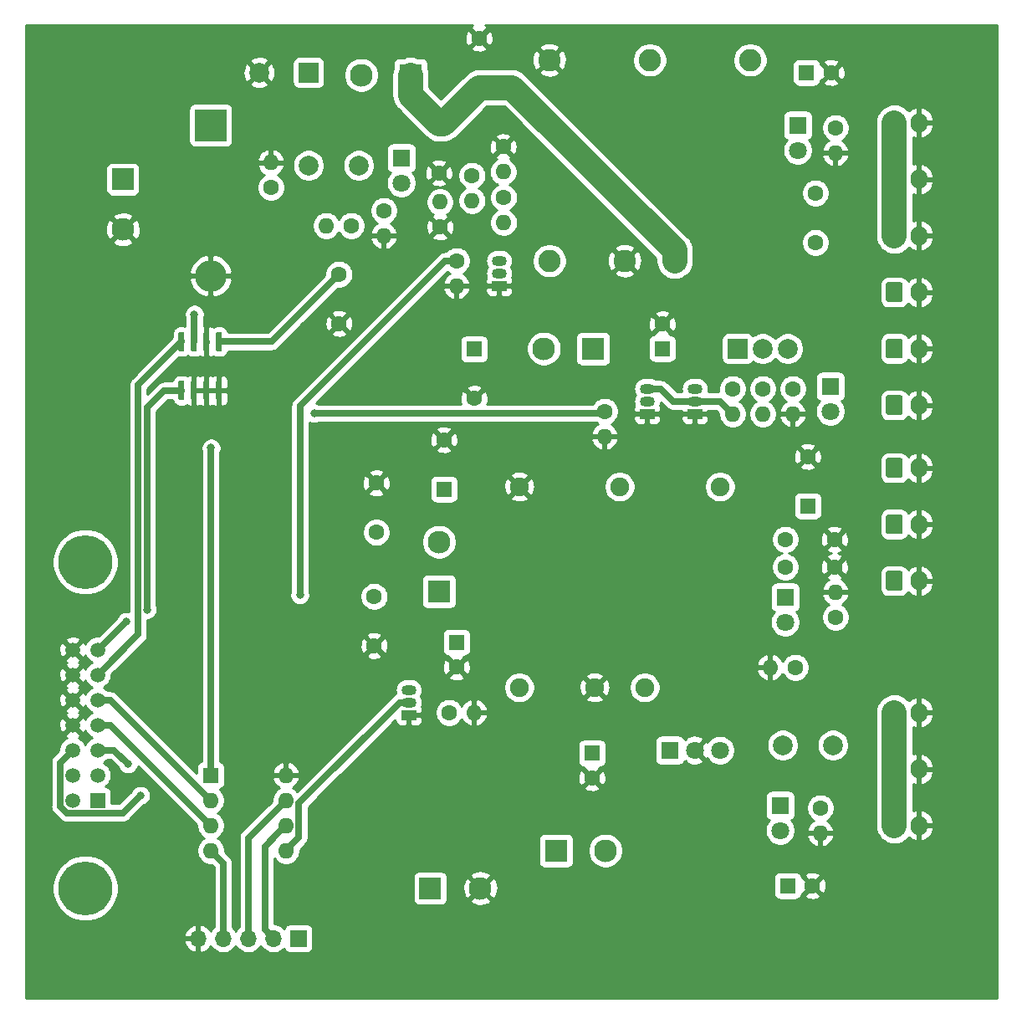
<source format=gtl>
G04 #@! TF.GenerationSoftware,KiCad,Pcbnew,(5.1.5)-3*
G04 #@! TF.CreationDate,2020-01-30T13:27:47-05:00*
G04 #@! TF.ProjectId,psu-pcb,7073752d-7063-4622-9e6b-696361645f70,rev?*
G04 #@! TF.SameCoordinates,Original*
G04 #@! TF.FileFunction,Copper,L1,Top*
G04 #@! TF.FilePolarity,Positive*
%FSLAX46Y46*%
G04 Gerber Fmt 4.6, Leading zero omitted, Abs format (unit mm)*
G04 Created by KiCad (PCBNEW (5.1.5)-3) date 2020-01-30 13:27:47*
%MOMM*%
%LPD*%
G04 APERTURE LIST*
%ADD10C,0.100000*%
%ADD11O,1.700000X1.700000*%
%ADD12R,1.700000X1.700000*%
%ADD13O,1.600000X1.600000*%
%ADD14C,1.600000*%
%ADD15C,1.900000*%
%ADD16R,1.500000X1.050000*%
%ADD17O,1.500000X1.050000*%
%ADD18C,2.000000*%
%ADD19C,1.800000*%
%ADD20R,1.800000X1.800000*%
%ADD21O,1.700000X2.000000*%
%ADD22R,1.600000X1.600000*%
%ADD23R,2.000000X2.000000*%
%ADD24C,2.300000*%
%ADD25R,2.300000X2.300000*%
%ADD26C,2.250000*%
%ADD27C,5.460000*%
%ADD28R,1.520000X1.520000*%
%ADD29C,1.520000*%
%ADD30R,3.200000X3.200000*%
%ADD31O,3.200000X3.200000*%
%ADD32R,2.200000X2.200000*%
%ADD33C,3.810000*%
%ADD34C,0.800000*%
%ADD35C,0.635000*%
%ADD36C,1.270000*%
%ADD37C,2.540000*%
%ADD38C,0.254000*%
G04 APERTURE END LIST*
G04 #@! TA.AperFunction,SMDPad,CuDef*
D10*
G36*
X40386303Y-56607522D02*
G01*
X40400864Y-56609682D01*
X40415143Y-56613259D01*
X40429003Y-56618218D01*
X40442310Y-56624512D01*
X40454936Y-56632080D01*
X40466759Y-56640848D01*
X40477666Y-56650734D01*
X40487552Y-56661641D01*
X40496320Y-56673464D01*
X40503888Y-56686090D01*
X40510182Y-56699397D01*
X40515141Y-56713257D01*
X40518718Y-56727536D01*
X40520878Y-56742097D01*
X40521600Y-56756800D01*
X40521600Y-58406800D01*
X40520878Y-58421503D01*
X40518718Y-58436064D01*
X40515141Y-58450343D01*
X40510182Y-58464203D01*
X40503888Y-58477510D01*
X40496320Y-58490136D01*
X40487552Y-58501959D01*
X40477666Y-58512866D01*
X40466759Y-58522752D01*
X40454936Y-58531520D01*
X40442310Y-58539088D01*
X40429003Y-58545382D01*
X40415143Y-58550341D01*
X40400864Y-58553918D01*
X40386303Y-58556078D01*
X40371600Y-58556800D01*
X40071600Y-58556800D01*
X40056897Y-58556078D01*
X40042336Y-58553918D01*
X40028057Y-58550341D01*
X40014197Y-58545382D01*
X40000890Y-58539088D01*
X39988264Y-58531520D01*
X39976441Y-58522752D01*
X39965534Y-58512866D01*
X39955648Y-58501959D01*
X39946880Y-58490136D01*
X39939312Y-58477510D01*
X39933018Y-58464203D01*
X39928059Y-58450343D01*
X39924482Y-58436064D01*
X39922322Y-58421503D01*
X39921600Y-58406800D01*
X39921600Y-56756800D01*
X39922322Y-56742097D01*
X39924482Y-56727536D01*
X39928059Y-56713257D01*
X39933018Y-56699397D01*
X39939312Y-56686090D01*
X39946880Y-56673464D01*
X39955648Y-56661641D01*
X39965534Y-56650734D01*
X39976441Y-56640848D01*
X39988264Y-56632080D01*
X40000890Y-56624512D01*
X40014197Y-56618218D01*
X40028057Y-56613259D01*
X40042336Y-56609682D01*
X40056897Y-56607522D01*
X40071600Y-56606800D01*
X40371600Y-56606800D01*
X40386303Y-56607522D01*
G37*
G04 #@! TD.AperFunction*
G04 #@! TA.AperFunction,SMDPad,CuDef*
G36*
X39116303Y-56607522D02*
G01*
X39130864Y-56609682D01*
X39145143Y-56613259D01*
X39159003Y-56618218D01*
X39172310Y-56624512D01*
X39184936Y-56632080D01*
X39196759Y-56640848D01*
X39207666Y-56650734D01*
X39217552Y-56661641D01*
X39226320Y-56673464D01*
X39233888Y-56686090D01*
X39240182Y-56699397D01*
X39245141Y-56713257D01*
X39248718Y-56727536D01*
X39250878Y-56742097D01*
X39251600Y-56756800D01*
X39251600Y-58406800D01*
X39250878Y-58421503D01*
X39248718Y-58436064D01*
X39245141Y-58450343D01*
X39240182Y-58464203D01*
X39233888Y-58477510D01*
X39226320Y-58490136D01*
X39217552Y-58501959D01*
X39207666Y-58512866D01*
X39196759Y-58522752D01*
X39184936Y-58531520D01*
X39172310Y-58539088D01*
X39159003Y-58545382D01*
X39145143Y-58550341D01*
X39130864Y-58553918D01*
X39116303Y-58556078D01*
X39101600Y-58556800D01*
X38801600Y-58556800D01*
X38786897Y-58556078D01*
X38772336Y-58553918D01*
X38758057Y-58550341D01*
X38744197Y-58545382D01*
X38730890Y-58539088D01*
X38718264Y-58531520D01*
X38706441Y-58522752D01*
X38695534Y-58512866D01*
X38685648Y-58501959D01*
X38676880Y-58490136D01*
X38669312Y-58477510D01*
X38663018Y-58464203D01*
X38658059Y-58450343D01*
X38654482Y-58436064D01*
X38652322Y-58421503D01*
X38651600Y-58406800D01*
X38651600Y-56756800D01*
X38652322Y-56742097D01*
X38654482Y-56727536D01*
X38658059Y-56713257D01*
X38663018Y-56699397D01*
X38669312Y-56686090D01*
X38676880Y-56673464D01*
X38685648Y-56661641D01*
X38695534Y-56650734D01*
X38706441Y-56640848D01*
X38718264Y-56632080D01*
X38730890Y-56624512D01*
X38744197Y-56618218D01*
X38758057Y-56613259D01*
X38772336Y-56609682D01*
X38786897Y-56607522D01*
X38801600Y-56606800D01*
X39101600Y-56606800D01*
X39116303Y-56607522D01*
G37*
G04 #@! TD.AperFunction*
G04 #@! TA.AperFunction,SMDPad,CuDef*
G36*
X37846303Y-56607522D02*
G01*
X37860864Y-56609682D01*
X37875143Y-56613259D01*
X37889003Y-56618218D01*
X37902310Y-56624512D01*
X37914936Y-56632080D01*
X37926759Y-56640848D01*
X37937666Y-56650734D01*
X37947552Y-56661641D01*
X37956320Y-56673464D01*
X37963888Y-56686090D01*
X37970182Y-56699397D01*
X37975141Y-56713257D01*
X37978718Y-56727536D01*
X37980878Y-56742097D01*
X37981600Y-56756800D01*
X37981600Y-58406800D01*
X37980878Y-58421503D01*
X37978718Y-58436064D01*
X37975141Y-58450343D01*
X37970182Y-58464203D01*
X37963888Y-58477510D01*
X37956320Y-58490136D01*
X37947552Y-58501959D01*
X37937666Y-58512866D01*
X37926759Y-58522752D01*
X37914936Y-58531520D01*
X37902310Y-58539088D01*
X37889003Y-58545382D01*
X37875143Y-58550341D01*
X37860864Y-58553918D01*
X37846303Y-58556078D01*
X37831600Y-58556800D01*
X37531600Y-58556800D01*
X37516897Y-58556078D01*
X37502336Y-58553918D01*
X37488057Y-58550341D01*
X37474197Y-58545382D01*
X37460890Y-58539088D01*
X37448264Y-58531520D01*
X37436441Y-58522752D01*
X37425534Y-58512866D01*
X37415648Y-58501959D01*
X37406880Y-58490136D01*
X37399312Y-58477510D01*
X37393018Y-58464203D01*
X37388059Y-58450343D01*
X37384482Y-58436064D01*
X37382322Y-58421503D01*
X37381600Y-58406800D01*
X37381600Y-56756800D01*
X37382322Y-56742097D01*
X37384482Y-56727536D01*
X37388059Y-56713257D01*
X37393018Y-56699397D01*
X37399312Y-56686090D01*
X37406880Y-56673464D01*
X37415648Y-56661641D01*
X37425534Y-56650734D01*
X37436441Y-56640848D01*
X37448264Y-56632080D01*
X37460890Y-56624512D01*
X37474197Y-56618218D01*
X37488057Y-56613259D01*
X37502336Y-56609682D01*
X37516897Y-56607522D01*
X37531600Y-56606800D01*
X37831600Y-56606800D01*
X37846303Y-56607522D01*
G37*
G04 #@! TD.AperFunction*
G04 #@! TA.AperFunction,SMDPad,CuDef*
G36*
X36576303Y-56607522D02*
G01*
X36590864Y-56609682D01*
X36605143Y-56613259D01*
X36619003Y-56618218D01*
X36632310Y-56624512D01*
X36644936Y-56632080D01*
X36656759Y-56640848D01*
X36667666Y-56650734D01*
X36677552Y-56661641D01*
X36686320Y-56673464D01*
X36693888Y-56686090D01*
X36700182Y-56699397D01*
X36705141Y-56713257D01*
X36708718Y-56727536D01*
X36710878Y-56742097D01*
X36711600Y-56756800D01*
X36711600Y-58406800D01*
X36710878Y-58421503D01*
X36708718Y-58436064D01*
X36705141Y-58450343D01*
X36700182Y-58464203D01*
X36693888Y-58477510D01*
X36686320Y-58490136D01*
X36677552Y-58501959D01*
X36667666Y-58512866D01*
X36656759Y-58522752D01*
X36644936Y-58531520D01*
X36632310Y-58539088D01*
X36619003Y-58545382D01*
X36605143Y-58550341D01*
X36590864Y-58553918D01*
X36576303Y-58556078D01*
X36561600Y-58556800D01*
X36261600Y-58556800D01*
X36246897Y-58556078D01*
X36232336Y-58553918D01*
X36218057Y-58550341D01*
X36204197Y-58545382D01*
X36190890Y-58539088D01*
X36178264Y-58531520D01*
X36166441Y-58522752D01*
X36155534Y-58512866D01*
X36145648Y-58501959D01*
X36136880Y-58490136D01*
X36129312Y-58477510D01*
X36123018Y-58464203D01*
X36118059Y-58450343D01*
X36114482Y-58436064D01*
X36112322Y-58421503D01*
X36111600Y-58406800D01*
X36111600Y-56756800D01*
X36112322Y-56742097D01*
X36114482Y-56727536D01*
X36118059Y-56713257D01*
X36123018Y-56699397D01*
X36129312Y-56686090D01*
X36136880Y-56673464D01*
X36145648Y-56661641D01*
X36155534Y-56650734D01*
X36166441Y-56640848D01*
X36178264Y-56632080D01*
X36190890Y-56624512D01*
X36204197Y-56618218D01*
X36218057Y-56613259D01*
X36232336Y-56609682D01*
X36246897Y-56607522D01*
X36261600Y-56606800D01*
X36561600Y-56606800D01*
X36576303Y-56607522D01*
G37*
G04 #@! TD.AperFunction*
G04 #@! TA.AperFunction,SMDPad,CuDef*
G36*
X36576303Y-51657522D02*
G01*
X36590864Y-51659682D01*
X36605143Y-51663259D01*
X36619003Y-51668218D01*
X36632310Y-51674512D01*
X36644936Y-51682080D01*
X36656759Y-51690848D01*
X36667666Y-51700734D01*
X36677552Y-51711641D01*
X36686320Y-51723464D01*
X36693888Y-51736090D01*
X36700182Y-51749397D01*
X36705141Y-51763257D01*
X36708718Y-51777536D01*
X36710878Y-51792097D01*
X36711600Y-51806800D01*
X36711600Y-53456800D01*
X36710878Y-53471503D01*
X36708718Y-53486064D01*
X36705141Y-53500343D01*
X36700182Y-53514203D01*
X36693888Y-53527510D01*
X36686320Y-53540136D01*
X36677552Y-53551959D01*
X36667666Y-53562866D01*
X36656759Y-53572752D01*
X36644936Y-53581520D01*
X36632310Y-53589088D01*
X36619003Y-53595382D01*
X36605143Y-53600341D01*
X36590864Y-53603918D01*
X36576303Y-53606078D01*
X36561600Y-53606800D01*
X36261600Y-53606800D01*
X36246897Y-53606078D01*
X36232336Y-53603918D01*
X36218057Y-53600341D01*
X36204197Y-53595382D01*
X36190890Y-53589088D01*
X36178264Y-53581520D01*
X36166441Y-53572752D01*
X36155534Y-53562866D01*
X36145648Y-53551959D01*
X36136880Y-53540136D01*
X36129312Y-53527510D01*
X36123018Y-53514203D01*
X36118059Y-53500343D01*
X36114482Y-53486064D01*
X36112322Y-53471503D01*
X36111600Y-53456800D01*
X36111600Y-51806800D01*
X36112322Y-51792097D01*
X36114482Y-51777536D01*
X36118059Y-51763257D01*
X36123018Y-51749397D01*
X36129312Y-51736090D01*
X36136880Y-51723464D01*
X36145648Y-51711641D01*
X36155534Y-51700734D01*
X36166441Y-51690848D01*
X36178264Y-51682080D01*
X36190890Y-51674512D01*
X36204197Y-51668218D01*
X36218057Y-51663259D01*
X36232336Y-51659682D01*
X36246897Y-51657522D01*
X36261600Y-51656800D01*
X36561600Y-51656800D01*
X36576303Y-51657522D01*
G37*
G04 #@! TD.AperFunction*
G04 #@! TA.AperFunction,SMDPad,CuDef*
G36*
X37846303Y-51657522D02*
G01*
X37860864Y-51659682D01*
X37875143Y-51663259D01*
X37889003Y-51668218D01*
X37902310Y-51674512D01*
X37914936Y-51682080D01*
X37926759Y-51690848D01*
X37937666Y-51700734D01*
X37947552Y-51711641D01*
X37956320Y-51723464D01*
X37963888Y-51736090D01*
X37970182Y-51749397D01*
X37975141Y-51763257D01*
X37978718Y-51777536D01*
X37980878Y-51792097D01*
X37981600Y-51806800D01*
X37981600Y-53456800D01*
X37980878Y-53471503D01*
X37978718Y-53486064D01*
X37975141Y-53500343D01*
X37970182Y-53514203D01*
X37963888Y-53527510D01*
X37956320Y-53540136D01*
X37947552Y-53551959D01*
X37937666Y-53562866D01*
X37926759Y-53572752D01*
X37914936Y-53581520D01*
X37902310Y-53589088D01*
X37889003Y-53595382D01*
X37875143Y-53600341D01*
X37860864Y-53603918D01*
X37846303Y-53606078D01*
X37831600Y-53606800D01*
X37531600Y-53606800D01*
X37516897Y-53606078D01*
X37502336Y-53603918D01*
X37488057Y-53600341D01*
X37474197Y-53595382D01*
X37460890Y-53589088D01*
X37448264Y-53581520D01*
X37436441Y-53572752D01*
X37425534Y-53562866D01*
X37415648Y-53551959D01*
X37406880Y-53540136D01*
X37399312Y-53527510D01*
X37393018Y-53514203D01*
X37388059Y-53500343D01*
X37384482Y-53486064D01*
X37382322Y-53471503D01*
X37381600Y-53456800D01*
X37381600Y-51806800D01*
X37382322Y-51792097D01*
X37384482Y-51777536D01*
X37388059Y-51763257D01*
X37393018Y-51749397D01*
X37399312Y-51736090D01*
X37406880Y-51723464D01*
X37415648Y-51711641D01*
X37425534Y-51700734D01*
X37436441Y-51690848D01*
X37448264Y-51682080D01*
X37460890Y-51674512D01*
X37474197Y-51668218D01*
X37488057Y-51663259D01*
X37502336Y-51659682D01*
X37516897Y-51657522D01*
X37531600Y-51656800D01*
X37831600Y-51656800D01*
X37846303Y-51657522D01*
G37*
G04 #@! TD.AperFunction*
G04 #@! TA.AperFunction,SMDPad,CuDef*
G36*
X39116303Y-51657522D02*
G01*
X39130864Y-51659682D01*
X39145143Y-51663259D01*
X39159003Y-51668218D01*
X39172310Y-51674512D01*
X39184936Y-51682080D01*
X39196759Y-51690848D01*
X39207666Y-51700734D01*
X39217552Y-51711641D01*
X39226320Y-51723464D01*
X39233888Y-51736090D01*
X39240182Y-51749397D01*
X39245141Y-51763257D01*
X39248718Y-51777536D01*
X39250878Y-51792097D01*
X39251600Y-51806800D01*
X39251600Y-53456800D01*
X39250878Y-53471503D01*
X39248718Y-53486064D01*
X39245141Y-53500343D01*
X39240182Y-53514203D01*
X39233888Y-53527510D01*
X39226320Y-53540136D01*
X39217552Y-53551959D01*
X39207666Y-53562866D01*
X39196759Y-53572752D01*
X39184936Y-53581520D01*
X39172310Y-53589088D01*
X39159003Y-53595382D01*
X39145143Y-53600341D01*
X39130864Y-53603918D01*
X39116303Y-53606078D01*
X39101600Y-53606800D01*
X38801600Y-53606800D01*
X38786897Y-53606078D01*
X38772336Y-53603918D01*
X38758057Y-53600341D01*
X38744197Y-53595382D01*
X38730890Y-53589088D01*
X38718264Y-53581520D01*
X38706441Y-53572752D01*
X38695534Y-53562866D01*
X38685648Y-53551959D01*
X38676880Y-53540136D01*
X38669312Y-53527510D01*
X38663018Y-53514203D01*
X38658059Y-53500343D01*
X38654482Y-53486064D01*
X38652322Y-53471503D01*
X38651600Y-53456800D01*
X38651600Y-51806800D01*
X38652322Y-51792097D01*
X38654482Y-51777536D01*
X38658059Y-51763257D01*
X38663018Y-51749397D01*
X38669312Y-51736090D01*
X38676880Y-51723464D01*
X38685648Y-51711641D01*
X38695534Y-51700734D01*
X38706441Y-51690848D01*
X38718264Y-51682080D01*
X38730890Y-51674512D01*
X38744197Y-51668218D01*
X38758057Y-51663259D01*
X38772336Y-51659682D01*
X38786897Y-51657522D01*
X38801600Y-51656800D01*
X39101600Y-51656800D01*
X39116303Y-51657522D01*
G37*
G04 #@! TD.AperFunction*
G04 #@! TA.AperFunction,SMDPad,CuDef*
G36*
X40386303Y-51657522D02*
G01*
X40400864Y-51659682D01*
X40415143Y-51663259D01*
X40429003Y-51668218D01*
X40442310Y-51674512D01*
X40454936Y-51682080D01*
X40466759Y-51690848D01*
X40477666Y-51700734D01*
X40487552Y-51711641D01*
X40496320Y-51723464D01*
X40503888Y-51736090D01*
X40510182Y-51749397D01*
X40515141Y-51763257D01*
X40518718Y-51777536D01*
X40520878Y-51792097D01*
X40521600Y-51806800D01*
X40521600Y-53456800D01*
X40520878Y-53471503D01*
X40518718Y-53486064D01*
X40515141Y-53500343D01*
X40510182Y-53514203D01*
X40503888Y-53527510D01*
X40496320Y-53540136D01*
X40487552Y-53551959D01*
X40477666Y-53562866D01*
X40466759Y-53572752D01*
X40454936Y-53581520D01*
X40442310Y-53589088D01*
X40429003Y-53595382D01*
X40415143Y-53600341D01*
X40400864Y-53603918D01*
X40386303Y-53606078D01*
X40371600Y-53606800D01*
X40071600Y-53606800D01*
X40056897Y-53606078D01*
X40042336Y-53603918D01*
X40028057Y-53600341D01*
X40014197Y-53595382D01*
X40000890Y-53589088D01*
X39988264Y-53581520D01*
X39976441Y-53572752D01*
X39965534Y-53562866D01*
X39955648Y-53551959D01*
X39946880Y-53540136D01*
X39939312Y-53527510D01*
X39933018Y-53514203D01*
X39928059Y-53500343D01*
X39924482Y-53486064D01*
X39922322Y-53471503D01*
X39921600Y-53456800D01*
X39921600Y-51806800D01*
X39922322Y-51792097D01*
X39924482Y-51777536D01*
X39928059Y-51763257D01*
X39933018Y-51749397D01*
X39939312Y-51736090D01*
X39946880Y-51723464D01*
X39955648Y-51711641D01*
X39965534Y-51700734D01*
X39976441Y-51690848D01*
X39988264Y-51682080D01*
X40000890Y-51674512D01*
X40014197Y-51668218D01*
X40028057Y-51663259D01*
X40042336Y-51659682D01*
X40056897Y-51657522D01*
X40071600Y-51656800D01*
X40371600Y-51656800D01*
X40386303Y-51657522D01*
G37*
G04 #@! TD.AperFunction*
D11*
X38100000Y-113030000D03*
X40640000Y-113030000D03*
X43180000Y-113030000D03*
X45720000Y-113030000D03*
D12*
X48260000Y-113030000D03*
D13*
X68986400Y-35458400D03*
D14*
X68986400Y-32918400D03*
D15*
X70612000Y-87630000D03*
X70612000Y-67310000D03*
X80772000Y-67310000D03*
X90932000Y-67310000D03*
X78232000Y-87630000D03*
X83312000Y-87630000D03*
D13*
X102616000Y-33528000D03*
D14*
X102616000Y-30988000D03*
D13*
X102616000Y-77978000D03*
D14*
X102616000Y-80518000D03*
D13*
X98298000Y-59944000D03*
D14*
X98298000Y-57404000D03*
D13*
X95250000Y-59944000D03*
D14*
X95250000Y-57404000D03*
D13*
X92202000Y-59944000D03*
D14*
X92202000Y-57404000D03*
D13*
X66040000Y-90170000D03*
D14*
X63500000Y-90170000D03*
D13*
X64262000Y-46990000D03*
D14*
X64262000Y-44450000D03*
D13*
X79248000Y-62230000D03*
D14*
X79248000Y-59690000D03*
D13*
X101092000Y-102362000D03*
D14*
X101092000Y-99822000D03*
D13*
X96012000Y-85598000D03*
D14*
X98552000Y-85598000D03*
D13*
X69037200Y-40589200D03*
D14*
X69037200Y-38049200D03*
D13*
X62585600Y-38506400D03*
D14*
X62585600Y-41046400D03*
D13*
X65836800Y-38354000D03*
D14*
X65836800Y-35814000D03*
D13*
X45466000Y-34493200D03*
D14*
X45466000Y-37033200D03*
D13*
X51054000Y-40894000D03*
D14*
X53594000Y-40894000D03*
D13*
X56896000Y-41910000D03*
D14*
X56896000Y-39370000D03*
D16*
X88392000Y-59944000D03*
D17*
X88392000Y-57404000D03*
X88392000Y-58674000D03*
D16*
X83566000Y-59944000D03*
D17*
X83566000Y-57404000D03*
X83566000Y-58674000D03*
D16*
X68580000Y-46990000D03*
D17*
X68580000Y-44450000D03*
X68580000Y-45720000D03*
D16*
X59436000Y-90424000D03*
D17*
X59436000Y-87884000D03*
X59436000Y-89154000D03*
D18*
X102362000Y-93472000D03*
X97282000Y-93472000D03*
X54356000Y-34798000D03*
X49276000Y-34798000D03*
D19*
X97028000Y-102108000D03*
D20*
X97028000Y-99568000D03*
D19*
X97536000Y-81026000D03*
D20*
X97536000Y-78486000D03*
D19*
X98806000Y-33274000D03*
D20*
X98806000Y-30734000D03*
D19*
X102108000Y-59690000D03*
D20*
X102108000Y-57150000D03*
D19*
X58674000Y-36576000D03*
D20*
X58674000Y-34036000D03*
D14*
X102536000Y-75438000D03*
X97536000Y-75438000D03*
X102536000Y-72644000D03*
X97536000Y-72644000D03*
X100584000Y-37592000D03*
X100584000Y-42592000D03*
X56134000Y-66932800D03*
X56134000Y-71932800D03*
X62484000Y-35560000D03*
X62484000Y-30560000D03*
X55930800Y-83413600D03*
X55930800Y-78413600D03*
X52374800Y-50800000D03*
X52374800Y-45800000D03*
D21*
X111085000Y-65405000D03*
G04 #@! TA.AperFunction,ComponentPad*
D10*
G36*
X109209504Y-64406204D02*
G01*
X109233773Y-64409804D01*
X109257571Y-64415765D01*
X109280671Y-64424030D01*
X109302849Y-64434520D01*
X109323893Y-64447133D01*
X109343598Y-64461747D01*
X109361777Y-64478223D01*
X109378253Y-64496402D01*
X109392867Y-64516107D01*
X109405480Y-64537151D01*
X109415970Y-64559329D01*
X109424235Y-64582429D01*
X109430196Y-64606227D01*
X109433796Y-64630496D01*
X109435000Y-64655000D01*
X109435000Y-66155000D01*
X109433796Y-66179504D01*
X109430196Y-66203773D01*
X109424235Y-66227571D01*
X109415970Y-66250671D01*
X109405480Y-66272849D01*
X109392867Y-66293893D01*
X109378253Y-66313598D01*
X109361777Y-66331777D01*
X109343598Y-66348253D01*
X109323893Y-66362867D01*
X109302849Y-66375480D01*
X109280671Y-66385970D01*
X109257571Y-66394235D01*
X109233773Y-66400196D01*
X109209504Y-66403796D01*
X109185000Y-66405000D01*
X107985000Y-66405000D01*
X107960496Y-66403796D01*
X107936227Y-66400196D01*
X107912429Y-66394235D01*
X107889329Y-66385970D01*
X107867151Y-66375480D01*
X107846107Y-66362867D01*
X107826402Y-66348253D01*
X107808223Y-66331777D01*
X107791747Y-66313598D01*
X107777133Y-66293893D01*
X107764520Y-66272849D01*
X107754030Y-66250671D01*
X107745765Y-66227571D01*
X107739804Y-66203773D01*
X107736204Y-66179504D01*
X107735000Y-66155000D01*
X107735000Y-64655000D01*
X107736204Y-64630496D01*
X107739804Y-64606227D01*
X107745765Y-64582429D01*
X107754030Y-64559329D01*
X107764520Y-64537151D01*
X107777133Y-64516107D01*
X107791747Y-64496402D01*
X107808223Y-64478223D01*
X107826402Y-64461747D01*
X107846107Y-64447133D01*
X107867151Y-64434520D01*
X107889329Y-64424030D01*
X107912429Y-64415765D01*
X107936227Y-64409804D01*
X107960496Y-64406204D01*
X107985000Y-64405000D01*
X109185000Y-64405000D01*
X109209504Y-64406204D01*
G37*
G04 #@! TD.AperFunction*
D21*
X111085000Y-71120000D03*
G04 #@! TA.AperFunction,ComponentPad*
D10*
G36*
X109209504Y-70121204D02*
G01*
X109233773Y-70124804D01*
X109257571Y-70130765D01*
X109280671Y-70139030D01*
X109302849Y-70149520D01*
X109323893Y-70162133D01*
X109343598Y-70176747D01*
X109361777Y-70193223D01*
X109378253Y-70211402D01*
X109392867Y-70231107D01*
X109405480Y-70252151D01*
X109415970Y-70274329D01*
X109424235Y-70297429D01*
X109430196Y-70321227D01*
X109433796Y-70345496D01*
X109435000Y-70370000D01*
X109435000Y-71870000D01*
X109433796Y-71894504D01*
X109430196Y-71918773D01*
X109424235Y-71942571D01*
X109415970Y-71965671D01*
X109405480Y-71987849D01*
X109392867Y-72008893D01*
X109378253Y-72028598D01*
X109361777Y-72046777D01*
X109343598Y-72063253D01*
X109323893Y-72077867D01*
X109302849Y-72090480D01*
X109280671Y-72100970D01*
X109257571Y-72109235D01*
X109233773Y-72115196D01*
X109209504Y-72118796D01*
X109185000Y-72120000D01*
X107985000Y-72120000D01*
X107960496Y-72118796D01*
X107936227Y-72115196D01*
X107912429Y-72109235D01*
X107889329Y-72100970D01*
X107867151Y-72090480D01*
X107846107Y-72077867D01*
X107826402Y-72063253D01*
X107808223Y-72046777D01*
X107791747Y-72028598D01*
X107777133Y-72008893D01*
X107764520Y-71987849D01*
X107754030Y-71965671D01*
X107745765Y-71942571D01*
X107739804Y-71918773D01*
X107736204Y-71894504D01*
X107735000Y-71870000D01*
X107735000Y-70370000D01*
X107736204Y-70345496D01*
X107739804Y-70321227D01*
X107745765Y-70297429D01*
X107754030Y-70274329D01*
X107764520Y-70252151D01*
X107777133Y-70231107D01*
X107791747Y-70211402D01*
X107808223Y-70193223D01*
X107826402Y-70176747D01*
X107846107Y-70162133D01*
X107867151Y-70149520D01*
X107889329Y-70139030D01*
X107912429Y-70130765D01*
X107936227Y-70124804D01*
X107960496Y-70121204D01*
X107985000Y-70120000D01*
X109185000Y-70120000D01*
X109209504Y-70121204D01*
G37*
G04 #@! TD.AperFunction*
D21*
X111085000Y-76835000D03*
G04 #@! TA.AperFunction,ComponentPad*
D10*
G36*
X109209504Y-75836204D02*
G01*
X109233773Y-75839804D01*
X109257571Y-75845765D01*
X109280671Y-75854030D01*
X109302849Y-75864520D01*
X109323893Y-75877133D01*
X109343598Y-75891747D01*
X109361777Y-75908223D01*
X109378253Y-75926402D01*
X109392867Y-75946107D01*
X109405480Y-75967151D01*
X109415970Y-75989329D01*
X109424235Y-76012429D01*
X109430196Y-76036227D01*
X109433796Y-76060496D01*
X109435000Y-76085000D01*
X109435000Y-77585000D01*
X109433796Y-77609504D01*
X109430196Y-77633773D01*
X109424235Y-77657571D01*
X109415970Y-77680671D01*
X109405480Y-77702849D01*
X109392867Y-77723893D01*
X109378253Y-77743598D01*
X109361777Y-77761777D01*
X109343598Y-77778253D01*
X109323893Y-77792867D01*
X109302849Y-77805480D01*
X109280671Y-77815970D01*
X109257571Y-77824235D01*
X109233773Y-77830196D01*
X109209504Y-77833796D01*
X109185000Y-77835000D01*
X107985000Y-77835000D01*
X107960496Y-77833796D01*
X107936227Y-77830196D01*
X107912429Y-77824235D01*
X107889329Y-77815970D01*
X107867151Y-77805480D01*
X107846107Y-77792867D01*
X107826402Y-77778253D01*
X107808223Y-77761777D01*
X107791747Y-77743598D01*
X107777133Y-77723893D01*
X107764520Y-77702849D01*
X107754030Y-77680671D01*
X107745765Y-77657571D01*
X107739804Y-77633773D01*
X107736204Y-77609504D01*
X107735000Y-77585000D01*
X107735000Y-76085000D01*
X107736204Y-76060496D01*
X107739804Y-76036227D01*
X107745765Y-76012429D01*
X107754030Y-75989329D01*
X107764520Y-75967151D01*
X107777133Y-75946107D01*
X107791747Y-75926402D01*
X107808223Y-75908223D01*
X107826402Y-75891747D01*
X107846107Y-75877133D01*
X107867151Y-75864520D01*
X107889329Y-75854030D01*
X107912429Y-75845765D01*
X107936227Y-75839804D01*
X107960496Y-75836204D01*
X107985000Y-75835000D01*
X109185000Y-75835000D01*
X109209504Y-75836204D01*
G37*
G04 #@! TD.AperFunction*
D21*
X111085000Y-41910000D03*
G04 #@! TA.AperFunction,ComponentPad*
D10*
G36*
X109209504Y-40911204D02*
G01*
X109233773Y-40914804D01*
X109257571Y-40920765D01*
X109280671Y-40929030D01*
X109302849Y-40939520D01*
X109323893Y-40952133D01*
X109343598Y-40966747D01*
X109361777Y-40983223D01*
X109378253Y-41001402D01*
X109392867Y-41021107D01*
X109405480Y-41042151D01*
X109415970Y-41064329D01*
X109424235Y-41087429D01*
X109430196Y-41111227D01*
X109433796Y-41135496D01*
X109435000Y-41160000D01*
X109435000Y-42660000D01*
X109433796Y-42684504D01*
X109430196Y-42708773D01*
X109424235Y-42732571D01*
X109415970Y-42755671D01*
X109405480Y-42777849D01*
X109392867Y-42798893D01*
X109378253Y-42818598D01*
X109361777Y-42836777D01*
X109343598Y-42853253D01*
X109323893Y-42867867D01*
X109302849Y-42880480D01*
X109280671Y-42890970D01*
X109257571Y-42899235D01*
X109233773Y-42905196D01*
X109209504Y-42908796D01*
X109185000Y-42910000D01*
X107985000Y-42910000D01*
X107960496Y-42908796D01*
X107936227Y-42905196D01*
X107912429Y-42899235D01*
X107889329Y-42890970D01*
X107867151Y-42880480D01*
X107846107Y-42867867D01*
X107826402Y-42853253D01*
X107808223Y-42836777D01*
X107791747Y-42818598D01*
X107777133Y-42798893D01*
X107764520Y-42777849D01*
X107754030Y-42755671D01*
X107745765Y-42732571D01*
X107739804Y-42708773D01*
X107736204Y-42684504D01*
X107735000Y-42660000D01*
X107735000Y-41160000D01*
X107736204Y-41135496D01*
X107739804Y-41111227D01*
X107745765Y-41087429D01*
X107754030Y-41064329D01*
X107764520Y-41042151D01*
X107777133Y-41021107D01*
X107791747Y-41001402D01*
X107808223Y-40983223D01*
X107826402Y-40966747D01*
X107846107Y-40952133D01*
X107867151Y-40939520D01*
X107889329Y-40929030D01*
X107912429Y-40920765D01*
X107936227Y-40914804D01*
X107960496Y-40911204D01*
X107985000Y-40910000D01*
X109185000Y-40910000D01*
X109209504Y-40911204D01*
G37*
G04 #@! TD.AperFunction*
D21*
X111085000Y-36195000D03*
G04 #@! TA.AperFunction,ComponentPad*
D10*
G36*
X109209504Y-35196204D02*
G01*
X109233773Y-35199804D01*
X109257571Y-35205765D01*
X109280671Y-35214030D01*
X109302849Y-35224520D01*
X109323893Y-35237133D01*
X109343598Y-35251747D01*
X109361777Y-35268223D01*
X109378253Y-35286402D01*
X109392867Y-35306107D01*
X109405480Y-35327151D01*
X109415970Y-35349329D01*
X109424235Y-35372429D01*
X109430196Y-35396227D01*
X109433796Y-35420496D01*
X109435000Y-35445000D01*
X109435000Y-36945000D01*
X109433796Y-36969504D01*
X109430196Y-36993773D01*
X109424235Y-37017571D01*
X109415970Y-37040671D01*
X109405480Y-37062849D01*
X109392867Y-37083893D01*
X109378253Y-37103598D01*
X109361777Y-37121777D01*
X109343598Y-37138253D01*
X109323893Y-37152867D01*
X109302849Y-37165480D01*
X109280671Y-37175970D01*
X109257571Y-37184235D01*
X109233773Y-37190196D01*
X109209504Y-37193796D01*
X109185000Y-37195000D01*
X107985000Y-37195000D01*
X107960496Y-37193796D01*
X107936227Y-37190196D01*
X107912429Y-37184235D01*
X107889329Y-37175970D01*
X107867151Y-37165480D01*
X107846107Y-37152867D01*
X107826402Y-37138253D01*
X107808223Y-37121777D01*
X107791747Y-37103598D01*
X107777133Y-37083893D01*
X107764520Y-37062849D01*
X107754030Y-37040671D01*
X107745765Y-37017571D01*
X107739804Y-36993773D01*
X107736204Y-36969504D01*
X107735000Y-36945000D01*
X107735000Y-35445000D01*
X107736204Y-35420496D01*
X107739804Y-35396227D01*
X107745765Y-35372429D01*
X107754030Y-35349329D01*
X107764520Y-35327151D01*
X107777133Y-35306107D01*
X107791747Y-35286402D01*
X107808223Y-35268223D01*
X107826402Y-35251747D01*
X107846107Y-35237133D01*
X107867151Y-35224520D01*
X107889329Y-35214030D01*
X107912429Y-35205765D01*
X107936227Y-35199804D01*
X107960496Y-35196204D01*
X107985000Y-35195000D01*
X109185000Y-35195000D01*
X109209504Y-35196204D01*
G37*
G04 #@! TD.AperFunction*
D21*
X111085000Y-30480000D03*
G04 #@! TA.AperFunction,ComponentPad*
D10*
G36*
X109209504Y-29481204D02*
G01*
X109233773Y-29484804D01*
X109257571Y-29490765D01*
X109280671Y-29499030D01*
X109302849Y-29509520D01*
X109323893Y-29522133D01*
X109343598Y-29536747D01*
X109361777Y-29553223D01*
X109378253Y-29571402D01*
X109392867Y-29591107D01*
X109405480Y-29612151D01*
X109415970Y-29634329D01*
X109424235Y-29657429D01*
X109430196Y-29681227D01*
X109433796Y-29705496D01*
X109435000Y-29730000D01*
X109435000Y-31230000D01*
X109433796Y-31254504D01*
X109430196Y-31278773D01*
X109424235Y-31302571D01*
X109415970Y-31325671D01*
X109405480Y-31347849D01*
X109392867Y-31368893D01*
X109378253Y-31388598D01*
X109361777Y-31406777D01*
X109343598Y-31423253D01*
X109323893Y-31437867D01*
X109302849Y-31450480D01*
X109280671Y-31460970D01*
X109257571Y-31469235D01*
X109233773Y-31475196D01*
X109209504Y-31478796D01*
X109185000Y-31480000D01*
X107985000Y-31480000D01*
X107960496Y-31478796D01*
X107936227Y-31475196D01*
X107912429Y-31469235D01*
X107889329Y-31460970D01*
X107867151Y-31450480D01*
X107846107Y-31437867D01*
X107826402Y-31423253D01*
X107808223Y-31406777D01*
X107791747Y-31388598D01*
X107777133Y-31368893D01*
X107764520Y-31347849D01*
X107754030Y-31325671D01*
X107745765Y-31302571D01*
X107739804Y-31278773D01*
X107736204Y-31254504D01*
X107735000Y-31230000D01*
X107735000Y-29730000D01*
X107736204Y-29705496D01*
X107739804Y-29681227D01*
X107745765Y-29657429D01*
X107754030Y-29634329D01*
X107764520Y-29612151D01*
X107777133Y-29591107D01*
X107791747Y-29571402D01*
X107808223Y-29553223D01*
X107826402Y-29536747D01*
X107846107Y-29522133D01*
X107867151Y-29509520D01*
X107889329Y-29499030D01*
X107912429Y-29490765D01*
X107936227Y-29484804D01*
X107960496Y-29481204D01*
X107985000Y-29480000D01*
X109185000Y-29480000D01*
X109209504Y-29481204D01*
G37*
G04 #@! TD.AperFunction*
D21*
X111085000Y-59055000D03*
G04 #@! TA.AperFunction,ComponentPad*
D10*
G36*
X109209504Y-58056204D02*
G01*
X109233773Y-58059804D01*
X109257571Y-58065765D01*
X109280671Y-58074030D01*
X109302849Y-58084520D01*
X109323893Y-58097133D01*
X109343598Y-58111747D01*
X109361777Y-58128223D01*
X109378253Y-58146402D01*
X109392867Y-58166107D01*
X109405480Y-58187151D01*
X109415970Y-58209329D01*
X109424235Y-58232429D01*
X109430196Y-58256227D01*
X109433796Y-58280496D01*
X109435000Y-58305000D01*
X109435000Y-59805000D01*
X109433796Y-59829504D01*
X109430196Y-59853773D01*
X109424235Y-59877571D01*
X109415970Y-59900671D01*
X109405480Y-59922849D01*
X109392867Y-59943893D01*
X109378253Y-59963598D01*
X109361777Y-59981777D01*
X109343598Y-59998253D01*
X109323893Y-60012867D01*
X109302849Y-60025480D01*
X109280671Y-60035970D01*
X109257571Y-60044235D01*
X109233773Y-60050196D01*
X109209504Y-60053796D01*
X109185000Y-60055000D01*
X107985000Y-60055000D01*
X107960496Y-60053796D01*
X107936227Y-60050196D01*
X107912429Y-60044235D01*
X107889329Y-60035970D01*
X107867151Y-60025480D01*
X107846107Y-60012867D01*
X107826402Y-59998253D01*
X107808223Y-59981777D01*
X107791747Y-59963598D01*
X107777133Y-59943893D01*
X107764520Y-59922849D01*
X107754030Y-59900671D01*
X107745765Y-59877571D01*
X107739804Y-59853773D01*
X107736204Y-59829504D01*
X107735000Y-59805000D01*
X107735000Y-58305000D01*
X107736204Y-58280496D01*
X107739804Y-58256227D01*
X107745765Y-58232429D01*
X107754030Y-58209329D01*
X107764520Y-58187151D01*
X107777133Y-58166107D01*
X107791747Y-58146402D01*
X107808223Y-58128223D01*
X107826402Y-58111747D01*
X107846107Y-58097133D01*
X107867151Y-58084520D01*
X107889329Y-58074030D01*
X107912429Y-58065765D01*
X107936227Y-58059804D01*
X107960496Y-58056204D01*
X107985000Y-58055000D01*
X109185000Y-58055000D01*
X109209504Y-58056204D01*
G37*
G04 #@! TD.AperFunction*
D21*
X111085000Y-47625000D03*
G04 #@! TA.AperFunction,ComponentPad*
D10*
G36*
X109209504Y-46626204D02*
G01*
X109233773Y-46629804D01*
X109257571Y-46635765D01*
X109280671Y-46644030D01*
X109302849Y-46654520D01*
X109323893Y-46667133D01*
X109343598Y-46681747D01*
X109361777Y-46698223D01*
X109378253Y-46716402D01*
X109392867Y-46736107D01*
X109405480Y-46757151D01*
X109415970Y-46779329D01*
X109424235Y-46802429D01*
X109430196Y-46826227D01*
X109433796Y-46850496D01*
X109435000Y-46875000D01*
X109435000Y-48375000D01*
X109433796Y-48399504D01*
X109430196Y-48423773D01*
X109424235Y-48447571D01*
X109415970Y-48470671D01*
X109405480Y-48492849D01*
X109392867Y-48513893D01*
X109378253Y-48533598D01*
X109361777Y-48551777D01*
X109343598Y-48568253D01*
X109323893Y-48582867D01*
X109302849Y-48595480D01*
X109280671Y-48605970D01*
X109257571Y-48614235D01*
X109233773Y-48620196D01*
X109209504Y-48623796D01*
X109185000Y-48625000D01*
X107985000Y-48625000D01*
X107960496Y-48623796D01*
X107936227Y-48620196D01*
X107912429Y-48614235D01*
X107889329Y-48605970D01*
X107867151Y-48595480D01*
X107846107Y-48582867D01*
X107826402Y-48568253D01*
X107808223Y-48551777D01*
X107791747Y-48533598D01*
X107777133Y-48513893D01*
X107764520Y-48492849D01*
X107754030Y-48470671D01*
X107745765Y-48447571D01*
X107739804Y-48423773D01*
X107736204Y-48399504D01*
X107735000Y-48375000D01*
X107735000Y-46875000D01*
X107736204Y-46850496D01*
X107739804Y-46826227D01*
X107745765Y-46802429D01*
X107754030Y-46779329D01*
X107764520Y-46757151D01*
X107777133Y-46736107D01*
X107791747Y-46716402D01*
X107808223Y-46698223D01*
X107826402Y-46681747D01*
X107846107Y-46667133D01*
X107867151Y-46654520D01*
X107889329Y-46644030D01*
X107912429Y-46635765D01*
X107936227Y-46629804D01*
X107960496Y-46626204D01*
X107985000Y-46625000D01*
X109185000Y-46625000D01*
X109209504Y-46626204D01*
G37*
G04 #@! TD.AperFunction*
D21*
X111085000Y-53340000D03*
G04 #@! TA.AperFunction,ComponentPad*
D10*
G36*
X109209504Y-52341204D02*
G01*
X109233773Y-52344804D01*
X109257571Y-52350765D01*
X109280671Y-52359030D01*
X109302849Y-52369520D01*
X109323893Y-52382133D01*
X109343598Y-52396747D01*
X109361777Y-52413223D01*
X109378253Y-52431402D01*
X109392867Y-52451107D01*
X109405480Y-52472151D01*
X109415970Y-52494329D01*
X109424235Y-52517429D01*
X109430196Y-52541227D01*
X109433796Y-52565496D01*
X109435000Y-52590000D01*
X109435000Y-54090000D01*
X109433796Y-54114504D01*
X109430196Y-54138773D01*
X109424235Y-54162571D01*
X109415970Y-54185671D01*
X109405480Y-54207849D01*
X109392867Y-54228893D01*
X109378253Y-54248598D01*
X109361777Y-54266777D01*
X109343598Y-54283253D01*
X109323893Y-54297867D01*
X109302849Y-54310480D01*
X109280671Y-54320970D01*
X109257571Y-54329235D01*
X109233773Y-54335196D01*
X109209504Y-54338796D01*
X109185000Y-54340000D01*
X107985000Y-54340000D01*
X107960496Y-54338796D01*
X107936227Y-54335196D01*
X107912429Y-54329235D01*
X107889329Y-54320970D01*
X107867151Y-54310480D01*
X107846107Y-54297867D01*
X107826402Y-54283253D01*
X107808223Y-54266777D01*
X107791747Y-54248598D01*
X107777133Y-54228893D01*
X107764520Y-54207849D01*
X107754030Y-54185671D01*
X107745765Y-54162571D01*
X107739804Y-54138773D01*
X107736204Y-54114504D01*
X107735000Y-54090000D01*
X107735000Y-52590000D01*
X107736204Y-52565496D01*
X107739804Y-52541227D01*
X107745765Y-52517429D01*
X107754030Y-52494329D01*
X107764520Y-52472151D01*
X107777133Y-52451107D01*
X107791747Y-52431402D01*
X107808223Y-52413223D01*
X107826402Y-52396747D01*
X107846107Y-52382133D01*
X107867151Y-52369520D01*
X107889329Y-52359030D01*
X107912429Y-52350765D01*
X107936227Y-52344804D01*
X107960496Y-52341204D01*
X107985000Y-52340000D01*
X109185000Y-52340000D01*
X109209504Y-52341204D01*
G37*
G04 #@! TD.AperFunction*
D21*
X111085000Y-101600000D03*
G04 #@! TA.AperFunction,ComponentPad*
D10*
G36*
X109209504Y-100601204D02*
G01*
X109233773Y-100604804D01*
X109257571Y-100610765D01*
X109280671Y-100619030D01*
X109302849Y-100629520D01*
X109323893Y-100642133D01*
X109343598Y-100656747D01*
X109361777Y-100673223D01*
X109378253Y-100691402D01*
X109392867Y-100711107D01*
X109405480Y-100732151D01*
X109415970Y-100754329D01*
X109424235Y-100777429D01*
X109430196Y-100801227D01*
X109433796Y-100825496D01*
X109435000Y-100850000D01*
X109435000Y-102350000D01*
X109433796Y-102374504D01*
X109430196Y-102398773D01*
X109424235Y-102422571D01*
X109415970Y-102445671D01*
X109405480Y-102467849D01*
X109392867Y-102488893D01*
X109378253Y-102508598D01*
X109361777Y-102526777D01*
X109343598Y-102543253D01*
X109323893Y-102557867D01*
X109302849Y-102570480D01*
X109280671Y-102580970D01*
X109257571Y-102589235D01*
X109233773Y-102595196D01*
X109209504Y-102598796D01*
X109185000Y-102600000D01*
X107985000Y-102600000D01*
X107960496Y-102598796D01*
X107936227Y-102595196D01*
X107912429Y-102589235D01*
X107889329Y-102580970D01*
X107867151Y-102570480D01*
X107846107Y-102557867D01*
X107826402Y-102543253D01*
X107808223Y-102526777D01*
X107791747Y-102508598D01*
X107777133Y-102488893D01*
X107764520Y-102467849D01*
X107754030Y-102445671D01*
X107745765Y-102422571D01*
X107739804Y-102398773D01*
X107736204Y-102374504D01*
X107735000Y-102350000D01*
X107735000Y-100850000D01*
X107736204Y-100825496D01*
X107739804Y-100801227D01*
X107745765Y-100777429D01*
X107754030Y-100754329D01*
X107764520Y-100732151D01*
X107777133Y-100711107D01*
X107791747Y-100691402D01*
X107808223Y-100673223D01*
X107826402Y-100656747D01*
X107846107Y-100642133D01*
X107867151Y-100629520D01*
X107889329Y-100619030D01*
X107912429Y-100610765D01*
X107936227Y-100604804D01*
X107960496Y-100601204D01*
X107985000Y-100600000D01*
X109185000Y-100600000D01*
X109209504Y-100601204D01*
G37*
G04 #@! TD.AperFunction*
D21*
X111085000Y-95885000D03*
G04 #@! TA.AperFunction,ComponentPad*
D10*
G36*
X109209504Y-94886204D02*
G01*
X109233773Y-94889804D01*
X109257571Y-94895765D01*
X109280671Y-94904030D01*
X109302849Y-94914520D01*
X109323893Y-94927133D01*
X109343598Y-94941747D01*
X109361777Y-94958223D01*
X109378253Y-94976402D01*
X109392867Y-94996107D01*
X109405480Y-95017151D01*
X109415970Y-95039329D01*
X109424235Y-95062429D01*
X109430196Y-95086227D01*
X109433796Y-95110496D01*
X109435000Y-95135000D01*
X109435000Y-96635000D01*
X109433796Y-96659504D01*
X109430196Y-96683773D01*
X109424235Y-96707571D01*
X109415970Y-96730671D01*
X109405480Y-96752849D01*
X109392867Y-96773893D01*
X109378253Y-96793598D01*
X109361777Y-96811777D01*
X109343598Y-96828253D01*
X109323893Y-96842867D01*
X109302849Y-96855480D01*
X109280671Y-96865970D01*
X109257571Y-96874235D01*
X109233773Y-96880196D01*
X109209504Y-96883796D01*
X109185000Y-96885000D01*
X107985000Y-96885000D01*
X107960496Y-96883796D01*
X107936227Y-96880196D01*
X107912429Y-96874235D01*
X107889329Y-96865970D01*
X107867151Y-96855480D01*
X107846107Y-96842867D01*
X107826402Y-96828253D01*
X107808223Y-96811777D01*
X107791747Y-96793598D01*
X107777133Y-96773893D01*
X107764520Y-96752849D01*
X107754030Y-96730671D01*
X107745765Y-96707571D01*
X107739804Y-96683773D01*
X107736204Y-96659504D01*
X107735000Y-96635000D01*
X107735000Y-95135000D01*
X107736204Y-95110496D01*
X107739804Y-95086227D01*
X107745765Y-95062429D01*
X107754030Y-95039329D01*
X107764520Y-95017151D01*
X107777133Y-94996107D01*
X107791747Y-94976402D01*
X107808223Y-94958223D01*
X107826402Y-94941747D01*
X107846107Y-94927133D01*
X107867151Y-94914520D01*
X107889329Y-94904030D01*
X107912429Y-94895765D01*
X107936227Y-94889804D01*
X107960496Y-94886204D01*
X107985000Y-94885000D01*
X109185000Y-94885000D01*
X109209504Y-94886204D01*
G37*
G04 #@! TD.AperFunction*
D21*
X111085000Y-90170000D03*
G04 #@! TA.AperFunction,ComponentPad*
D10*
G36*
X109209504Y-89171204D02*
G01*
X109233773Y-89174804D01*
X109257571Y-89180765D01*
X109280671Y-89189030D01*
X109302849Y-89199520D01*
X109323893Y-89212133D01*
X109343598Y-89226747D01*
X109361777Y-89243223D01*
X109378253Y-89261402D01*
X109392867Y-89281107D01*
X109405480Y-89302151D01*
X109415970Y-89324329D01*
X109424235Y-89347429D01*
X109430196Y-89371227D01*
X109433796Y-89395496D01*
X109435000Y-89420000D01*
X109435000Y-90920000D01*
X109433796Y-90944504D01*
X109430196Y-90968773D01*
X109424235Y-90992571D01*
X109415970Y-91015671D01*
X109405480Y-91037849D01*
X109392867Y-91058893D01*
X109378253Y-91078598D01*
X109361777Y-91096777D01*
X109343598Y-91113253D01*
X109323893Y-91127867D01*
X109302849Y-91140480D01*
X109280671Y-91150970D01*
X109257571Y-91159235D01*
X109233773Y-91165196D01*
X109209504Y-91168796D01*
X109185000Y-91170000D01*
X107985000Y-91170000D01*
X107960496Y-91168796D01*
X107936227Y-91165196D01*
X107912429Y-91159235D01*
X107889329Y-91150970D01*
X107867151Y-91140480D01*
X107846107Y-91127867D01*
X107826402Y-91113253D01*
X107808223Y-91096777D01*
X107791747Y-91078598D01*
X107777133Y-91058893D01*
X107764520Y-91037849D01*
X107754030Y-91015671D01*
X107745765Y-90992571D01*
X107739804Y-90968773D01*
X107736204Y-90944504D01*
X107735000Y-90920000D01*
X107735000Y-89420000D01*
X107736204Y-89395496D01*
X107739804Y-89371227D01*
X107745765Y-89347429D01*
X107754030Y-89324329D01*
X107764520Y-89302151D01*
X107777133Y-89281107D01*
X107791747Y-89261402D01*
X107808223Y-89243223D01*
X107826402Y-89226747D01*
X107846107Y-89212133D01*
X107867151Y-89199520D01*
X107889329Y-89189030D01*
X107912429Y-89180765D01*
X107936227Y-89174804D01*
X107960496Y-89171204D01*
X107985000Y-89170000D01*
X109185000Y-89170000D01*
X109209504Y-89171204D01*
G37*
G04 #@! TD.AperFunction*
D14*
X85090000Y-50840000D03*
D22*
X85090000Y-53340000D03*
D14*
X66040000Y-58380000D03*
D22*
X66040000Y-53380000D03*
D14*
X64262000Y-85558000D03*
D22*
X64262000Y-83058000D03*
D18*
X44276000Y-25400000D03*
D23*
X49276000Y-25400000D03*
D14*
X62992000Y-62564000D03*
D22*
X62992000Y-67564000D03*
D14*
X99822000Y-64262000D03*
D22*
X99822000Y-69262000D03*
D14*
X102195000Y-25400000D03*
D22*
X99695000Y-25400000D03*
D14*
X66548000Y-21924000D03*
D22*
X66548000Y-26924000D03*
D14*
X100290000Y-107696000D03*
D22*
X97790000Y-107696000D03*
D14*
X77978000Y-96774000D03*
D22*
X77978000Y-94274000D03*
D20*
X85852000Y-93980000D03*
D19*
X88392000Y-93980000D03*
X90932000Y-93980000D03*
D24*
X79335000Y-104140000D03*
D25*
X74335000Y-104140000D03*
D26*
X73660000Y-44450000D03*
X81280000Y-44450000D03*
X86360000Y-44450000D03*
X93980000Y-24130000D03*
X83820000Y-24130000D03*
X73660000Y-24130000D03*
D27*
X26670000Y-107950000D03*
X26670000Y-74930000D03*
D28*
X27940000Y-99060000D03*
D29*
X25400000Y-99060000D03*
X27940000Y-96520000D03*
X25400000Y-96520000D03*
X27940000Y-93980000D03*
X25400000Y-93980000D03*
X27940000Y-91440000D03*
X25400000Y-91440000D03*
X27940000Y-88900000D03*
X25400000Y-88900000D03*
X27940000Y-86360000D03*
X25400000Y-86360000D03*
X27940000Y-83820000D03*
X25400000Y-83820000D03*
D30*
X39370000Y-30734000D03*
D31*
X39370000Y-45974000D03*
D22*
X39370000Y-96520000D03*
D13*
X46990000Y-104140000D03*
X39370000Y-99060000D03*
X46990000Y-101600000D03*
X39370000Y-101600000D03*
X46990000Y-99060000D03*
X39370000Y-104140000D03*
X46990000Y-96520000D03*
D25*
X62484000Y-77898000D03*
D24*
X62484000Y-72898000D03*
X54610000Y-25654000D03*
D25*
X59610000Y-25654000D03*
X78105000Y-53340000D03*
D24*
X73105000Y-53340000D03*
D23*
X92710000Y-53340000D03*
D18*
X95250000Y-53340000D03*
X97790000Y-53340000D03*
D24*
X66675000Y-107950000D03*
D32*
X61595000Y-107950000D03*
X30480000Y-36195000D03*
D24*
X30480000Y-41275000D03*
D33*
X116840000Y-22860000D03*
X22860000Y-22860000D03*
X22860000Y-116840000D03*
X116840000Y-116840000D03*
D34*
X32258000Y-98577400D03*
X49885600Y-59893200D03*
X30988000Y-95377000D03*
X48412400Y-78282800D03*
X39420800Y-63398400D03*
X37719000Y-49860200D03*
X30835600Y-80949800D03*
X32946900Y-79756000D03*
D35*
X40640000Y-105410000D02*
X39370000Y-104140000D01*
X40640000Y-113030000D02*
X40640000Y-105410000D01*
X24122499Y-95257501D02*
X24122499Y-99673201D01*
X25400000Y-93980000D02*
X24122499Y-95257501D01*
X24122499Y-99673201D02*
X24786799Y-100337501D01*
X30497899Y-100337501D02*
X32258000Y-98577400D01*
X24786799Y-100337501D02*
X30497899Y-100337501D01*
X79044800Y-59893200D02*
X79248000Y-59690000D01*
X49885600Y-59893200D02*
X79044800Y-59893200D01*
X27940000Y-93980000D02*
X29591000Y-93980000D01*
X29591000Y-93980000D02*
X30988000Y-95377000D01*
X63130630Y-44450000D02*
X64262000Y-44450000D01*
X48412400Y-59168230D02*
X63130630Y-44450000D01*
X48412400Y-78282800D02*
X48412400Y-59168230D01*
X47789999Y-103340001D02*
X46990000Y-104140000D01*
X48307501Y-99345997D02*
X48307501Y-102822499D01*
X58499498Y-89154000D02*
X48307501Y-99345997D01*
X48307501Y-102822499D02*
X47789999Y-103340001D01*
X59436000Y-89154000D02*
X58499498Y-89154000D01*
X39370000Y-96520000D02*
X39370000Y-63449200D01*
X39370000Y-63449200D02*
X39420800Y-63398400D01*
X37719000Y-52594400D02*
X37681600Y-52631800D01*
X37719000Y-49860200D02*
X37719000Y-52594400D01*
X45543000Y-52631800D02*
X52374800Y-45800000D01*
X40221600Y-52631800D02*
X45543000Y-52631800D01*
X27940000Y-83820000D02*
X27965400Y-83820000D01*
X27965400Y-83820000D02*
X30835600Y-80949800D01*
X32946900Y-79756000D02*
X32946900Y-59312100D01*
X34677200Y-57581800D02*
X36411600Y-57581800D01*
X32946900Y-59312100D02*
X34677200Y-57581800D01*
X27940000Y-86360000D02*
X32029400Y-82270600D01*
X32029400Y-57014000D02*
X36411600Y-52631800D01*
X32029400Y-82270600D02*
X32029400Y-57014000D01*
X29210000Y-88900000D02*
X39370000Y-99060000D01*
X27940000Y-88900000D02*
X29210000Y-88900000D01*
X46190001Y-102399999D02*
X46990000Y-101600000D01*
X44856401Y-103733599D02*
X46190001Y-102399999D01*
X44856401Y-112166401D02*
X44856401Y-103733599D01*
X45720000Y-113030000D02*
X44856401Y-112166401D01*
X29210000Y-91440000D02*
X39370000Y-101600000D01*
X27940000Y-91440000D02*
X29210000Y-91440000D01*
X43180000Y-102870000D02*
X46990000Y-99060000D01*
X43180000Y-113030000D02*
X43180000Y-102870000D01*
D36*
X59690000Y-25480000D02*
X59610000Y-25400000D01*
D37*
X59610000Y-27686000D02*
X62484000Y-30560000D01*
X59610000Y-25654000D02*
X59610000Y-27686000D01*
X62912000Y-30560000D02*
X66548000Y-26924000D01*
X62484000Y-30560000D02*
X62912000Y-30560000D01*
X69888000Y-26924000D02*
X86360000Y-43396000D01*
X86360000Y-43396000D02*
X86360000Y-44450000D01*
X66548000Y-26924000D02*
X69888000Y-26924000D01*
X108585000Y-30480000D02*
X108585000Y-36195000D01*
X108585000Y-36195000D02*
X108585000Y-41910000D01*
X108585000Y-90170000D02*
X108585000Y-95885000D01*
X108585000Y-95885000D02*
X108585000Y-101600000D01*
D35*
X87007000Y-58674000D02*
X88392000Y-58674000D01*
X86221000Y-58674000D02*
X87007000Y-58674000D01*
X84951000Y-57404000D02*
X86221000Y-58674000D01*
X83566000Y-57404000D02*
X84951000Y-57404000D01*
X90932000Y-58674000D02*
X92202000Y-59944000D01*
X88392000Y-58674000D02*
X90932000Y-58674000D01*
D38*
G36*
X65806486Y-20687329D02*
G01*
X65734903Y-20931298D01*
X66548000Y-21744395D01*
X67361097Y-20931298D01*
X67289514Y-20687329D01*
X67189489Y-20640000D01*
X118975653Y-20640000D01*
X118975653Y-119100600D01*
X20640000Y-119100600D01*
X20640000Y-113386891D01*
X36658519Y-113386891D01*
X36755843Y-113661252D01*
X36904822Y-113911355D01*
X37099731Y-114127588D01*
X37333080Y-114301641D01*
X37595901Y-114426825D01*
X37743110Y-114471476D01*
X37973000Y-114350155D01*
X37973000Y-113157000D01*
X36779186Y-113157000D01*
X36658519Y-113386891D01*
X20640000Y-113386891D01*
X20640000Y-112673109D01*
X36658519Y-112673109D01*
X36779186Y-112903000D01*
X37973000Y-112903000D01*
X37973000Y-111709845D01*
X37743110Y-111588524D01*
X37595901Y-111633175D01*
X37333080Y-111758359D01*
X37099731Y-111932412D01*
X36904822Y-112148645D01*
X36755843Y-112398748D01*
X36658519Y-112673109D01*
X20640000Y-112673109D01*
X20640000Y-107618576D01*
X23305000Y-107618576D01*
X23305000Y-108281424D01*
X23434315Y-108931534D01*
X23687976Y-109543925D01*
X24056234Y-110095063D01*
X24524937Y-110563766D01*
X25076075Y-110932024D01*
X25688466Y-111185685D01*
X26338576Y-111315000D01*
X27001424Y-111315000D01*
X27651534Y-111185685D01*
X28263925Y-110932024D01*
X28815063Y-110563766D01*
X29283766Y-110095063D01*
X29652024Y-109543925D01*
X29905685Y-108931534D01*
X30035000Y-108281424D01*
X30035000Y-107618576D01*
X29905685Y-106968466D01*
X29652024Y-106356075D01*
X29283766Y-105804937D01*
X28815063Y-105336234D01*
X28263925Y-104967976D01*
X27651534Y-104714315D01*
X27001424Y-104585000D01*
X26338576Y-104585000D01*
X25688466Y-104714315D01*
X25076075Y-104967976D01*
X24524937Y-105336234D01*
X24056234Y-105804937D01*
X23687976Y-106356075D01*
X23434315Y-106968466D01*
X23305000Y-107618576D01*
X20640000Y-107618576D01*
X20640000Y-95257501D01*
X23165391Y-95257501D01*
X23169999Y-95304286D01*
X23170000Y-99626406D01*
X23165391Y-99673201D01*
X23183782Y-99859923D01*
X23238248Y-100039470D01*
X23310496Y-100174637D01*
X23326694Y-100204942D01*
X23445722Y-100349979D01*
X23482063Y-100379803D01*
X24080196Y-100977937D01*
X24110021Y-101014279D01*
X24255058Y-101133307D01*
X24420530Y-101221753D01*
X24600076Y-101276218D01*
X24786798Y-101294609D01*
X24833583Y-101290001D01*
X30451114Y-101290001D01*
X30497899Y-101294609D01*
X30544684Y-101290001D01*
X30684622Y-101276218D01*
X30864168Y-101221753D01*
X31029640Y-101133307D01*
X31174677Y-101014279D01*
X31204506Y-100977932D01*
X32645108Y-99537330D01*
X32748256Y-99494605D01*
X32917774Y-99381337D01*
X33061937Y-99237174D01*
X33175205Y-99067656D01*
X33253226Y-98879298D01*
X33293000Y-98679339D01*
X33293000Y-98475461D01*
X33253226Y-98275502D01*
X33175205Y-98087144D01*
X33061937Y-97917626D01*
X32917774Y-97773463D01*
X32748256Y-97660195D01*
X32559898Y-97582174D01*
X32359939Y-97542400D01*
X32156061Y-97542400D01*
X31956102Y-97582174D01*
X31767744Y-97660195D01*
X31598226Y-97773463D01*
X31454063Y-97917626D01*
X31340795Y-98087144D01*
X31298070Y-98190292D01*
X30103361Y-99385001D01*
X29338072Y-99385001D01*
X29338072Y-98300000D01*
X29325812Y-98175518D01*
X29289502Y-98055820D01*
X29230537Y-97945506D01*
X29151185Y-97848815D01*
X29054494Y-97769463D01*
X28944180Y-97710498D01*
X28824482Y-97674188D01*
X28736533Y-97665526D01*
X28829261Y-97603567D01*
X29023567Y-97409261D01*
X29176233Y-97180780D01*
X29281391Y-96926907D01*
X29335000Y-96657396D01*
X29335000Y-96382604D01*
X29281391Y-96113093D01*
X29176233Y-95859220D01*
X29023567Y-95630739D01*
X28829261Y-95436433D01*
X28600780Y-95283767D01*
X28519260Y-95250000D01*
X28600780Y-95216233D01*
X28829261Y-95063567D01*
X28960328Y-94932500D01*
X29196462Y-94932500D01*
X30028069Y-95764107D01*
X30070795Y-95867256D01*
X30184063Y-96036774D01*
X30328226Y-96180937D01*
X30497744Y-96294205D01*
X30686102Y-96372226D01*
X30886061Y-96412000D01*
X31089939Y-96412000D01*
X31289898Y-96372226D01*
X31478256Y-96294205D01*
X31647774Y-96180937D01*
X31791937Y-96036774D01*
X31905205Y-95867256D01*
X31983226Y-95678898D01*
X32002908Y-95579947D01*
X37935000Y-101512039D01*
X37935000Y-101741335D01*
X37990147Y-102018574D01*
X38098320Y-102279727D01*
X38255363Y-102514759D01*
X38455241Y-102714637D01*
X38687759Y-102870000D01*
X38455241Y-103025363D01*
X38255363Y-103225241D01*
X38098320Y-103460273D01*
X37990147Y-103721426D01*
X37935000Y-103998665D01*
X37935000Y-104281335D01*
X37990147Y-104558574D01*
X38098320Y-104819727D01*
X38255363Y-105054759D01*
X38455241Y-105254637D01*
X38690273Y-105411680D01*
X38951426Y-105519853D01*
X39228665Y-105575000D01*
X39457961Y-105575000D01*
X39687501Y-105804540D01*
X39687500Y-111882393D01*
X39486525Y-112083368D01*
X39364805Y-112265534D01*
X39295178Y-112148645D01*
X39100269Y-111932412D01*
X38866920Y-111758359D01*
X38604099Y-111633175D01*
X38456890Y-111588524D01*
X38227000Y-111709845D01*
X38227000Y-112903000D01*
X38247000Y-112903000D01*
X38247000Y-113157000D01*
X38227000Y-113157000D01*
X38227000Y-114350155D01*
X38456890Y-114471476D01*
X38604099Y-114426825D01*
X38866920Y-114301641D01*
X39100269Y-114127588D01*
X39295178Y-113911355D01*
X39364805Y-113794466D01*
X39486525Y-113976632D01*
X39693368Y-114183475D01*
X39936589Y-114345990D01*
X40206842Y-114457932D01*
X40493740Y-114515000D01*
X40786260Y-114515000D01*
X41073158Y-114457932D01*
X41343411Y-114345990D01*
X41586632Y-114183475D01*
X41793475Y-113976632D01*
X41910000Y-113802240D01*
X42026525Y-113976632D01*
X42233368Y-114183475D01*
X42476589Y-114345990D01*
X42746842Y-114457932D01*
X43033740Y-114515000D01*
X43326260Y-114515000D01*
X43613158Y-114457932D01*
X43883411Y-114345990D01*
X44126632Y-114183475D01*
X44333475Y-113976632D01*
X44450000Y-113802240D01*
X44566525Y-113976632D01*
X44773368Y-114183475D01*
X45016589Y-114345990D01*
X45286842Y-114457932D01*
X45573740Y-114515000D01*
X45866260Y-114515000D01*
X46153158Y-114457932D01*
X46423411Y-114345990D01*
X46666632Y-114183475D01*
X46798487Y-114051620D01*
X46820498Y-114124180D01*
X46879463Y-114234494D01*
X46958815Y-114331185D01*
X47055506Y-114410537D01*
X47165820Y-114469502D01*
X47285518Y-114505812D01*
X47410000Y-114518072D01*
X49110000Y-114518072D01*
X49234482Y-114505812D01*
X49354180Y-114469502D01*
X49464494Y-114410537D01*
X49561185Y-114331185D01*
X49640537Y-114234494D01*
X49699502Y-114124180D01*
X49735812Y-114004482D01*
X49748072Y-113880000D01*
X49748072Y-112180000D01*
X49735812Y-112055518D01*
X49699502Y-111935820D01*
X49640537Y-111825506D01*
X49561185Y-111728815D01*
X49464494Y-111649463D01*
X49354180Y-111590498D01*
X49234482Y-111554188D01*
X49110000Y-111541928D01*
X47410000Y-111541928D01*
X47285518Y-111554188D01*
X47165820Y-111590498D01*
X47055506Y-111649463D01*
X46958815Y-111728815D01*
X46879463Y-111825506D01*
X46820498Y-111935820D01*
X46798487Y-112008380D01*
X46666632Y-111876525D01*
X46423411Y-111714010D01*
X46153158Y-111602068D01*
X45866260Y-111545000D01*
X45808901Y-111545000D01*
X45808901Y-106850000D01*
X59856928Y-106850000D01*
X59856928Y-109050000D01*
X59869188Y-109174482D01*
X59905498Y-109294180D01*
X59964463Y-109404494D01*
X60043815Y-109501185D01*
X60140506Y-109580537D01*
X60250820Y-109639502D01*
X60370518Y-109675812D01*
X60495000Y-109688072D01*
X62695000Y-109688072D01*
X62819482Y-109675812D01*
X62939180Y-109639502D01*
X63049494Y-109580537D01*
X63146185Y-109501185D01*
X63225537Y-109404494D01*
X63284502Y-109294180D01*
X63315392Y-109192349D01*
X65612256Y-109192349D01*
X65726118Y-109472090D01*
X66041296Y-109627961D01*
X66380826Y-109719349D01*
X66731661Y-109742741D01*
X67080319Y-109697240D01*
X67413400Y-109584594D01*
X67623882Y-109472090D01*
X67737744Y-109192349D01*
X66675000Y-108129605D01*
X65612256Y-109192349D01*
X63315392Y-109192349D01*
X63320812Y-109174482D01*
X63333072Y-109050000D01*
X63333072Y-108006661D01*
X64882259Y-108006661D01*
X64927760Y-108355319D01*
X65040406Y-108688400D01*
X65152910Y-108898882D01*
X65432651Y-109012744D01*
X66495395Y-107950000D01*
X66854605Y-107950000D01*
X67917349Y-109012744D01*
X68197090Y-108898882D01*
X68352961Y-108583704D01*
X68444349Y-108244174D01*
X68467741Y-107893339D01*
X68422240Y-107544681D01*
X68309594Y-107211600D01*
X68197090Y-107001118D01*
X67938832Y-106896000D01*
X96351928Y-106896000D01*
X96351928Y-108496000D01*
X96364188Y-108620482D01*
X96400498Y-108740180D01*
X96459463Y-108850494D01*
X96538815Y-108947185D01*
X96635506Y-109026537D01*
X96745820Y-109085502D01*
X96865518Y-109121812D01*
X96990000Y-109134072D01*
X98590000Y-109134072D01*
X98714482Y-109121812D01*
X98834180Y-109085502D01*
X98944494Y-109026537D01*
X99041185Y-108947185D01*
X99120537Y-108850494D01*
X99179502Y-108740180D01*
X99195117Y-108688702D01*
X99476903Y-108688702D01*
X99548486Y-108932671D01*
X99803996Y-109053571D01*
X100078184Y-109122300D01*
X100360512Y-109136217D01*
X100640130Y-109094787D01*
X100906292Y-108999603D01*
X101031514Y-108932671D01*
X101103097Y-108688702D01*
X100290000Y-107875605D01*
X99476903Y-108688702D01*
X99195117Y-108688702D01*
X99215812Y-108620482D01*
X99228072Y-108496000D01*
X99228072Y-108488785D01*
X99297298Y-108509097D01*
X100110395Y-107696000D01*
X100469605Y-107696000D01*
X101282702Y-108509097D01*
X101526671Y-108437514D01*
X101647571Y-108182004D01*
X101716300Y-107907816D01*
X101730217Y-107625488D01*
X101688787Y-107345870D01*
X101593603Y-107079708D01*
X101526671Y-106954486D01*
X101282702Y-106882903D01*
X100469605Y-107696000D01*
X100110395Y-107696000D01*
X99297298Y-106882903D01*
X99228072Y-106903215D01*
X99228072Y-106896000D01*
X99215812Y-106771518D01*
X99195118Y-106703298D01*
X99476903Y-106703298D01*
X100290000Y-107516395D01*
X101103097Y-106703298D01*
X101031514Y-106459329D01*
X100776004Y-106338429D01*
X100501816Y-106269700D01*
X100219488Y-106255783D01*
X99939870Y-106297213D01*
X99673708Y-106392397D01*
X99548486Y-106459329D01*
X99476903Y-106703298D01*
X99195118Y-106703298D01*
X99179502Y-106651820D01*
X99120537Y-106541506D01*
X99041185Y-106444815D01*
X98944494Y-106365463D01*
X98834180Y-106306498D01*
X98714482Y-106270188D01*
X98590000Y-106257928D01*
X96990000Y-106257928D01*
X96865518Y-106270188D01*
X96745820Y-106306498D01*
X96635506Y-106365463D01*
X96538815Y-106444815D01*
X96459463Y-106541506D01*
X96400498Y-106651820D01*
X96364188Y-106771518D01*
X96351928Y-106896000D01*
X67938832Y-106896000D01*
X67917349Y-106887256D01*
X66854605Y-107950000D01*
X66495395Y-107950000D01*
X65432651Y-106887256D01*
X65152910Y-107001118D01*
X64997039Y-107316296D01*
X64905651Y-107655826D01*
X64882259Y-108006661D01*
X63333072Y-108006661D01*
X63333072Y-106850000D01*
X63320812Y-106725518D01*
X63315393Y-106707651D01*
X65612256Y-106707651D01*
X66675000Y-107770395D01*
X67737744Y-106707651D01*
X67623882Y-106427910D01*
X67308704Y-106272039D01*
X66969174Y-106180651D01*
X66618339Y-106157259D01*
X66269681Y-106202760D01*
X65936600Y-106315406D01*
X65726118Y-106427910D01*
X65612256Y-106707651D01*
X63315393Y-106707651D01*
X63284502Y-106605820D01*
X63225537Y-106495506D01*
X63146185Y-106398815D01*
X63049494Y-106319463D01*
X62939180Y-106260498D01*
X62819482Y-106224188D01*
X62695000Y-106211928D01*
X60495000Y-106211928D01*
X60370518Y-106224188D01*
X60250820Y-106260498D01*
X60140506Y-106319463D01*
X60043815Y-106398815D01*
X59964463Y-106495506D01*
X59905498Y-106605820D01*
X59869188Y-106725518D01*
X59856928Y-106850000D01*
X45808901Y-106850000D01*
X45808901Y-104955291D01*
X45875363Y-105054759D01*
X46075241Y-105254637D01*
X46310273Y-105411680D01*
X46571426Y-105519853D01*
X46848665Y-105575000D01*
X47131335Y-105575000D01*
X47408574Y-105519853D01*
X47669727Y-105411680D01*
X47904759Y-105254637D01*
X48104637Y-105054759D01*
X48261680Y-104819727D01*
X48369853Y-104558574D01*
X48425000Y-104281335D01*
X48425000Y-104052038D01*
X48496600Y-103980438D01*
X48947927Y-103529110D01*
X48984279Y-103499277D01*
X49103307Y-103354240D01*
X49191753Y-103188768D01*
X49246218Y-103009222D01*
X49248111Y-102990000D01*
X72546928Y-102990000D01*
X72546928Y-105290000D01*
X72559188Y-105414482D01*
X72595498Y-105534180D01*
X72654463Y-105644494D01*
X72733815Y-105741185D01*
X72830506Y-105820537D01*
X72940820Y-105879502D01*
X73060518Y-105915812D01*
X73185000Y-105928072D01*
X75485000Y-105928072D01*
X75609482Y-105915812D01*
X75729180Y-105879502D01*
X75839494Y-105820537D01*
X75936185Y-105741185D01*
X76015537Y-105644494D01*
X76074502Y-105534180D01*
X76110812Y-105414482D01*
X76123072Y-105290000D01*
X76123072Y-103964193D01*
X77550000Y-103964193D01*
X77550000Y-104315807D01*
X77618596Y-104660665D01*
X77753153Y-104985515D01*
X77948500Y-105277871D01*
X78197129Y-105526500D01*
X78489485Y-105721847D01*
X78814335Y-105856404D01*
X79159193Y-105925000D01*
X79510807Y-105925000D01*
X79855665Y-105856404D01*
X80180515Y-105721847D01*
X80472871Y-105526500D01*
X80721500Y-105277871D01*
X80916847Y-104985515D01*
X81051404Y-104660665D01*
X81120000Y-104315807D01*
X81120000Y-103964193D01*
X81051404Y-103619335D01*
X80916847Y-103294485D01*
X80721500Y-103002129D01*
X80472871Y-102753500D01*
X80180515Y-102558153D01*
X79855665Y-102423596D01*
X79510807Y-102355000D01*
X79159193Y-102355000D01*
X78814335Y-102423596D01*
X78489485Y-102558153D01*
X78197129Y-102753500D01*
X77948500Y-103002129D01*
X77753153Y-103294485D01*
X77618596Y-103619335D01*
X77550000Y-103964193D01*
X76123072Y-103964193D01*
X76123072Y-102990000D01*
X76110812Y-102865518D01*
X76074502Y-102745820D01*
X76015537Y-102635506D01*
X75936185Y-102538815D01*
X75839494Y-102459463D01*
X75729180Y-102400498D01*
X75609482Y-102364188D01*
X75485000Y-102351928D01*
X73185000Y-102351928D01*
X73060518Y-102364188D01*
X72940820Y-102400498D01*
X72830506Y-102459463D01*
X72733815Y-102538815D01*
X72654463Y-102635506D01*
X72595498Y-102745820D01*
X72559188Y-102865518D01*
X72546928Y-102990000D01*
X49248111Y-102990000D01*
X49253253Y-102937793D01*
X49264609Y-102822500D01*
X49260001Y-102775715D01*
X49260001Y-99740535D01*
X50332536Y-98668000D01*
X95489928Y-98668000D01*
X95489928Y-100468000D01*
X95502188Y-100592482D01*
X95538498Y-100712180D01*
X95597463Y-100822494D01*
X95676815Y-100919185D01*
X95773506Y-100998537D01*
X95883820Y-101057502D01*
X95902127Y-101063056D01*
X95835688Y-101129495D01*
X95667701Y-101380905D01*
X95551989Y-101660257D01*
X95493000Y-101956816D01*
X95493000Y-102259184D01*
X95551989Y-102555743D01*
X95667701Y-102835095D01*
X95835688Y-103086505D01*
X96049495Y-103300312D01*
X96300905Y-103468299D01*
X96580257Y-103584011D01*
X96876816Y-103643000D01*
X97179184Y-103643000D01*
X97475743Y-103584011D01*
X97755095Y-103468299D01*
X98006505Y-103300312D01*
X98220312Y-103086505D01*
X98388299Y-102835095D01*
X98439684Y-102711040D01*
X99700091Y-102711040D01*
X99794930Y-102975881D01*
X99939615Y-103217131D01*
X100128586Y-103425519D01*
X100354580Y-103593037D01*
X100608913Y-103713246D01*
X100742961Y-103753904D01*
X100965000Y-103631915D01*
X100965000Y-102489000D01*
X101219000Y-102489000D01*
X101219000Y-103631915D01*
X101441039Y-103753904D01*
X101575087Y-103713246D01*
X101829420Y-103593037D01*
X102055414Y-103425519D01*
X102244385Y-103217131D01*
X102389070Y-102975881D01*
X102483909Y-102711040D01*
X102362624Y-102489000D01*
X101219000Y-102489000D01*
X100965000Y-102489000D01*
X99821376Y-102489000D01*
X99700091Y-102711040D01*
X98439684Y-102711040D01*
X98504011Y-102555743D01*
X98563000Y-102259184D01*
X98563000Y-101956816D01*
X98504011Y-101660257D01*
X98388299Y-101380905D01*
X98220312Y-101129495D01*
X98153873Y-101063056D01*
X98172180Y-101057502D01*
X98282494Y-100998537D01*
X98379185Y-100919185D01*
X98458537Y-100822494D01*
X98517502Y-100712180D01*
X98553812Y-100592482D01*
X98566072Y-100468000D01*
X98566072Y-99680665D01*
X99657000Y-99680665D01*
X99657000Y-99963335D01*
X99712147Y-100240574D01*
X99820320Y-100501727D01*
X99977363Y-100736759D01*
X100177241Y-100936637D01*
X100412273Y-101093680D01*
X100423565Y-101098357D01*
X100354580Y-101130963D01*
X100128586Y-101298481D01*
X99939615Y-101506869D01*
X99794930Y-101748119D01*
X99700091Y-102012960D01*
X99821376Y-102235000D01*
X100965000Y-102235000D01*
X100965000Y-102215000D01*
X101219000Y-102215000D01*
X101219000Y-102235000D01*
X102362624Y-102235000D01*
X102483909Y-102012960D01*
X102389070Y-101748119D01*
X102244385Y-101506869D01*
X102055414Y-101298481D01*
X101829420Y-101130963D01*
X101760435Y-101098357D01*
X101771727Y-101093680D01*
X102006759Y-100936637D01*
X102206637Y-100736759D01*
X102363680Y-100501727D01*
X102471853Y-100240574D01*
X102527000Y-99963335D01*
X102527000Y-99680665D01*
X102471853Y-99403426D01*
X102363680Y-99142273D01*
X102206637Y-98907241D01*
X102006759Y-98707363D01*
X101771727Y-98550320D01*
X101510574Y-98442147D01*
X101233335Y-98387000D01*
X100950665Y-98387000D01*
X100673426Y-98442147D01*
X100412273Y-98550320D01*
X100177241Y-98707363D01*
X99977363Y-98907241D01*
X99820320Y-99142273D01*
X99712147Y-99403426D01*
X99657000Y-99680665D01*
X98566072Y-99680665D01*
X98566072Y-98668000D01*
X98553812Y-98543518D01*
X98517502Y-98423820D01*
X98458537Y-98313506D01*
X98379185Y-98216815D01*
X98282494Y-98137463D01*
X98172180Y-98078498D01*
X98052482Y-98042188D01*
X97928000Y-98029928D01*
X96128000Y-98029928D01*
X96003518Y-98042188D01*
X95883820Y-98078498D01*
X95773506Y-98137463D01*
X95676815Y-98216815D01*
X95597463Y-98313506D01*
X95538498Y-98423820D01*
X95502188Y-98543518D01*
X95489928Y-98668000D01*
X50332536Y-98668000D01*
X51233834Y-97766702D01*
X77164903Y-97766702D01*
X77236486Y-98010671D01*
X77491996Y-98131571D01*
X77766184Y-98200300D01*
X78048512Y-98214217D01*
X78328130Y-98172787D01*
X78594292Y-98077603D01*
X78719514Y-98010671D01*
X78791097Y-97766702D01*
X77978000Y-96953605D01*
X77164903Y-97766702D01*
X51233834Y-97766702D01*
X52156024Y-96844512D01*
X76537783Y-96844512D01*
X76579213Y-97124130D01*
X76674397Y-97390292D01*
X76741329Y-97515514D01*
X76985298Y-97587097D01*
X77798395Y-96774000D01*
X78157605Y-96774000D01*
X78970702Y-97587097D01*
X79214671Y-97515514D01*
X79335571Y-97260004D01*
X79404300Y-96985816D01*
X79418217Y-96703488D01*
X79376787Y-96423870D01*
X79281603Y-96157708D01*
X79214671Y-96032486D01*
X78970702Y-95960903D01*
X78157605Y-96774000D01*
X77798395Y-96774000D01*
X76985298Y-95960903D01*
X76741329Y-96032486D01*
X76620429Y-96287996D01*
X76551700Y-96562184D01*
X76537783Y-96844512D01*
X52156024Y-96844512D01*
X55526536Y-93474000D01*
X76539928Y-93474000D01*
X76539928Y-95074000D01*
X76552188Y-95198482D01*
X76588498Y-95318180D01*
X76647463Y-95428494D01*
X76726815Y-95525185D01*
X76823506Y-95604537D01*
X76933820Y-95663502D01*
X77053518Y-95699812D01*
X77178000Y-95712072D01*
X77185215Y-95712072D01*
X77164903Y-95781298D01*
X77978000Y-96594395D01*
X78791097Y-95781298D01*
X78770785Y-95712072D01*
X78778000Y-95712072D01*
X78902482Y-95699812D01*
X79022180Y-95663502D01*
X79132494Y-95604537D01*
X79229185Y-95525185D01*
X79308537Y-95428494D01*
X79367502Y-95318180D01*
X79403812Y-95198482D01*
X79416072Y-95074000D01*
X79416072Y-93474000D01*
X79403812Y-93349518D01*
X79367502Y-93229820D01*
X79308537Y-93119506D01*
X79276116Y-93080000D01*
X84313928Y-93080000D01*
X84313928Y-94880000D01*
X84326188Y-95004482D01*
X84362498Y-95124180D01*
X84421463Y-95234494D01*
X84500815Y-95331185D01*
X84597506Y-95410537D01*
X84707820Y-95469502D01*
X84827518Y-95505812D01*
X84952000Y-95518072D01*
X86752000Y-95518072D01*
X86876482Y-95505812D01*
X86996180Y-95469502D01*
X87106494Y-95410537D01*
X87203185Y-95331185D01*
X87282537Y-95234494D01*
X87341502Y-95124180D01*
X87344813Y-95113265D01*
X87391578Y-95160030D01*
X87507526Y-95044082D01*
X87591208Y-95298261D01*
X87863775Y-95429158D01*
X88156642Y-95504365D01*
X88458553Y-95520991D01*
X88757907Y-95478397D01*
X89043199Y-95378222D01*
X89192792Y-95298261D01*
X89276475Y-95044080D01*
X88392000Y-94159605D01*
X88377858Y-94173748D01*
X88198253Y-93994143D01*
X88212395Y-93980000D01*
X88571605Y-93980000D01*
X89456080Y-94864475D01*
X89637049Y-94804895D01*
X89739688Y-94958505D01*
X89953495Y-95172312D01*
X90204905Y-95340299D01*
X90484257Y-95456011D01*
X90780816Y-95515000D01*
X91083184Y-95515000D01*
X91379743Y-95456011D01*
X91659095Y-95340299D01*
X91910505Y-95172312D01*
X92124312Y-94958505D01*
X92292299Y-94707095D01*
X92408011Y-94427743D01*
X92467000Y-94131184D01*
X92467000Y-93828816D01*
X92408011Y-93532257D01*
X92316350Y-93310967D01*
X95647000Y-93310967D01*
X95647000Y-93633033D01*
X95709832Y-93948912D01*
X95833082Y-94246463D01*
X96012013Y-94514252D01*
X96239748Y-94741987D01*
X96507537Y-94920918D01*
X96805088Y-95044168D01*
X97120967Y-95107000D01*
X97443033Y-95107000D01*
X97758912Y-95044168D01*
X98056463Y-94920918D01*
X98324252Y-94741987D01*
X98551987Y-94514252D01*
X98730918Y-94246463D01*
X98854168Y-93948912D01*
X98917000Y-93633033D01*
X98917000Y-93310967D01*
X100727000Y-93310967D01*
X100727000Y-93633033D01*
X100789832Y-93948912D01*
X100913082Y-94246463D01*
X101092013Y-94514252D01*
X101319748Y-94741987D01*
X101587537Y-94920918D01*
X101885088Y-95044168D01*
X102200967Y-95107000D01*
X102523033Y-95107000D01*
X102838912Y-95044168D01*
X103136463Y-94920918D01*
X103404252Y-94741987D01*
X103631987Y-94514252D01*
X103810918Y-94246463D01*
X103934168Y-93948912D01*
X103997000Y-93633033D01*
X103997000Y-93310967D01*
X103934168Y-92995088D01*
X103810918Y-92697537D01*
X103631987Y-92429748D01*
X103404252Y-92202013D01*
X103136463Y-92023082D01*
X102838912Y-91899832D01*
X102523033Y-91837000D01*
X102200967Y-91837000D01*
X101885088Y-91899832D01*
X101587537Y-92023082D01*
X101319748Y-92202013D01*
X101092013Y-92429748D01*
X100913082Y-92697537D01*
X100789832Y-92995088D01*
X100727000Y-93310967D01*
X98917000Y-93310967D01*
X98854168Y-92995088D01*
X98730918Y-92697537D01*
X98551987Y-92429748D01*
X98324252Y-92202013D01*
X98056463Y-92023082D01*
X97758912Y-91899832D01*
X97443033Y-91837000D01*
X97120967Y-91837000D01*
X96805088Y-91899832D01*
X96507537Y-92023082D01*
X96239748Y-92202013D01*
X96012013Y-92429748D01*
X95833082Y-92697537D01*
X95709832Y-92995088D01*
X95647000Y-93310967D01*
X92316350Y-93310967D01*
X92292299Y-93252905D01*
X92124312Y-93001495D01*
X91910505Y-92787688D01*
X91659095Y-92619701D01*
X91379743Y-92503989D01*
X91083184Y-92445000D01*
X90780816Y-92445000D01*
X90484257Y-92503989D01*
X90204905Y-92619701D01*
X89953495Y-92787688D01*
X89739688Y-93001495D01*
X89637049Y-93155105D01*
X89456080Y-93095525D01*
X88571605Y-93980000D01*
X88212395Y-93980000D01*
X88198253Y-93965858D01*
X88377858Y-93786253D01*
X88392000Y-93800395D01*
X89276475Y-92915920D01*
X89192792Y-92661739D01*
X88920225Y-92530842D01*
X88627358Y-92455635D01*
X88325447Y-92439009D01*
X88026093Y-92481603D01*
X87740801Y-92581778D01*
X87591208Y-92661739D01*
X87507526Y-92915918D01*
X87391578Y-92799970D01*
X87344813Y-92846735D01*
X87341502Y-92835820D01*
X87282537Y-92725506D01*
X87203185Y-92628815D01*
X87106494Y-92549463D01*
X86996180Y-92490498D01*
X86876482Y-92454188D01*
X86752000Y-92441928D01*
X84952000Y-92441928D01*
X84827518Y-92454188D01*
X84707820Y-92490498D01*
X84597506Y-92549463D01*
X84500815Y-92628815D01*
X84421463Y-92725506D01*
X84362498Y-92835820D01*
X84326188Y-92955518D01*
X84313928Y-93080000D01*
X79276116Y-93080000D01*
X79229185Y-93022815D01*
X79132494Y-92943463D01*
X79022180Y-92884498D01*
X78902482Y-92848188D01*
X78778000Y-92835928D01*
X77178000Y-92835928D01*
X77053518Y-92848188D01*
X76933820Y-92884498D01*
X76823506Y-92943463D01*
X76726815Y-93022815D01*
X76647463Y-93119506D01*
X76588498Y-93229820D01*
X76552188Y-93349518D01*
X76539928Y-93474000D01*
X55526536Y-93474000D01*
X58048251Y-90952285D01*
X58060188Y-91073482D01*
X58096498Y-91193180D01*
X58155463Y-91303494D01*
X58234815Y-91400185D01*
X58331506Y-91479537D01*
X58441820Y-91538502D01*
X58561518Y-91574812D01*
X58686000Y-91587072D01*
X59150250Y-91584000D01*
X59309000Y-91425250D01*
X59309000Y-90551000D01*
X59563000Y-90551000D01*
X59563000Y-91425250D01*
X59721750Y-91584000D01*
X60186000Y-91587072D01*
X60310482Y-91574812D01*
X60430180Y-91538502D01*
X60540494Y-91479537D01*
X60637185Y-91400185D01*
X60716537Y-91303494D01*
X60775502Y-91193180D01*
X60811812Y-91073482D01*
X60824072Y-90949000D01*
X60821000Y-90709750D01*
X60662250Y-90551000D01*
X59563000Y-90551000D01*
X59309000Y-90551000D01*
X59289000Y-90551000D01*
X59289000Y-90314000D01*
X59717979Y-90314000D01*
X59888400Y-90297215D01*
X59889109Y-90297000D01*
X60662250Y-90297000D01*
X60821000Y-90138250D01*
X60822407Y-90028665D01*
X62065000Y-90028665D01*
X62065000Y-90311335D01*
X62120147Y-90588574D01*
X62228320Y-90849727D01*
X62385363Y-91084759D01*
X62585241Y-91284637D01*
X62820273Y-91441680D01*
X63081426Y-91549853D01*
X63358665Y-91605000D01*
X63641335Y-91605000D01*
X63918574Y-91549853D01*
X64179727Y-91441680D01*
X64414759Y-91284637D01*
X64614637Y-91084759D01*
X64771680Y-90849727D01*
X64776357Y-90838435D01*
X64808963Y-90907420D01*
X64976481Y-91133414D01*
X65184869Y-91322385D01*
X65426119Y-91467070D01*
X65690960Y-91561909D01*
X65913000Y-91440624D01*
X65913000Y-90297000D01*
X66167000Y-90297000D01*
X66167000Y-91440624D01*
X66389040Y-91561909D01*
X66653881Y-91467070D01*
X66895131Y-91322385D01*
X67103519Y-91133414D01*
X67271037Y-90907420D01*
X67391246Y-90653087D01*
X67431904Y-90519039D01*
X67309915Y-90297000D01*
X66167000Y-90297000D01*
X65913000Y-90297000D01*
X65893000Y-90297000D01*
X65893000Y-90076419D01*
X106680000Y-90076419D01*
X106680001Y-95791409D01*
X106680000Y-95791419D01*
X106680001Y-101693582D01*
X106707565Y-101973445D01*
X106816495Y-102332539D01*
X106993388Y-102663482D01*
X107231445Y-102953556D01*
X107521519Y-103191613D01*
X107852462Y-103368506D01*
X108211556Y-103477436D01*
X108585000Y-103514217D01*
X108958445Y-103477436D01*
X109317539Y-103368506D01*
X109648482Y-103191613D01*
X109938556Y-102953556D01*
X110054751Y-102811972D01*
X110192954Y-102938664D01*
X110441991Y-103089854D01*
X110715739Y-103189554D01*
X110728110Y-103191476D01*
X110958000Y-103070155D01*
X110958000Y-101727000D01*
X111212000Y-101727000D01*
X111212000Y-103070155D01*
X111441890Y-103191476D01*
X111454261Y-103189554D01*
X111728009Y-103089854D01*
X111977046Y-102938664D01*
X112191802Y-102741795D01*
X112364025Y-102506812D01*
X112487096Y-102242745D01*
X112556285Y-101959742D01*
X112412232Y-101727000D01*
X111212000Y-101727000D01*
X110958000Y-101727000D01*
X110938000Y-101727000D01*
X110938000Y-101473000D01*
X110958000Y-101473000D01*
X110958000Y-100129845D01*
X111212000Y-100129845D01*
X111212000Y-101473000D01*
X112412232Y-101473000D01*
X112556285Y-101240258D01*
X112487096Y-100957255D01*
X112364025Y-100693188D01*
X112191802Y-100458205D01*
X111977046Y-100261336D01*
X111728009Y-100110146D01*
X111454261Y-100010446D01*
X111441890Y-100008524D01*
X111212000Y-100129845D01*
X110958000Y-100129845D01*
X110728110Y-100008524D01*
X110715739Y-100010446D01*
X110490000Y-100092661D01*
X110490000Y-97392339D01*
X110715739Y-97474554D01*
X110728110Y-97476476D01*
X110958000Y-97355155D01*
X110958000Y-96012000D01*
X111212000Y-96012000D01*
X111212000Y-97355155D01*
X111441890Y-97476476D01*
X111454261Y-97474554D01*
X111728009Y-97374854D01*
X111977046Y-97223664D01*
X112191802Y-97026795D01*
X112364025Y-96791812D01*
X112487096Y-96527745D01*
X112556285Y-96244742D01*
X112412232Y-96012000D01*
X111212000Y-96012000D01*
X110958000Y-96012000D01*
X110938000Y-96012000D01*
X110938000Y-95758000D01*
X110958000Y-95758000D01*
X110958000Y-94414845D01*
X111212000Y-94414845D01*
X111212000Y-95758000D01*
X112412232Y-95758000D01*
X112556285Y-95525258D01*
X112487096Y-95242255D01*
X112364025Y-94978188D01*
X112191802Y-94743205D01*
X111977046Y-94546336D01*
X111728009Y-94395146D01*
X111454261Y-94295446D01*
X111441890Y-94293524D01*
X111212000Y-94414845D01*
X110958000Y-94414845D01*
X110728110Y-94293524D01*
X110715739Y-94295446D01*
X110490000Y-94377661D01*
X110490000Y-91677339D01*
X110715739Y-91759554D01*
X110728110Y-91761476D01*
X110958000Y-91640155D01*
X110958000Y-90297000D01*
X111212000Y-90297000D01*
X111212000Y-91640155D01*
X111441890Y-91761476D01*
X111454261Y-91759554D01*
X111728009Y-91659854D01*
X111977046Y-91508664D01*
X112191802Y-91311795D01*
X112364025Y-91076812D01*
X112487096Y-90812745D01*
X112556285Y-90529742D01*
X112412232Y-90297000D01*
X111212000Y-90297000D01*
X110958000Y-90297000D01*
X110938000Y-90297000D01*
X110938000Y-90043000D01*
X110958000Y-90043000D01*
X110958000Y-88699845D01*
X111212000Y-88699845D01*
X111212000Y-90043000D01*
X112412232Y-90043000D01*
X112556285Y-89810258D01*
X112487096Y-89527255D01*
X112364025Y-89263188D01*
X112191802Y-89028205D01*
X111977046Y-88831336D01*
X111728009Y-88680146D01*
X111454261Y-88580446D01*
X111441890Y-88578524D01*
X111212000Y-88699845D01*
X110958000Y-88699845D01*
X110728110Y-88578524D01*
X110715739Y-88580446D01*
X110441991Y-88680146D01*
X110192954Y-88831336D01*
X110054751Y-88958028D01*
X109938556Y-88816444D01*
X109648482Y-88578387D01*
X109317538Y-88401494D01*
X108958444Y-88292564D01*
X108585000Y-88255783D01*
X108211555Y-88292564D01*
X107852461Y-88401494D01*
X107521518Y-88578387D01*
X107231444Y-88816444D01*
X106993387Y-89106518D01*
X106816494Y-89437462D01*
X106707564Y-89796556D01*
X106680000Y-90076419D01*
X65893000Y-90076419D01*
X65893000Y-90043000D01*
X65913000Y-90043000D01*
X65913000Y-88899376D01*
X66167000Y-88899376D01*
X66167000Y-90043000D01*
X67309915Y-90043000D01*
X67431904Y-89820961D01*
X67391246Y-89686913D01*
X67271037Y-89432580D01*
X67103519Y-89206586D01*
X66895131Y-89017615D01*
X66653881Y-88872930D01*
X66389040Y-88778091D01*
X66167000Y-88899376D01*
X65913000Y-88899376D01*
X65690960Y-88778091D01*
X65426119Y-88872930D01*
X65184869Y-89017615D01*
X64976481Y-89206586D01*
X64808963Y-89432580D01*
X64776357Y-89501565D01*
X64771680Y-89490273D01*
X64614637Y-89255241D01*
X64414759Y-89055363D01*
X64179727Y-88898320D01*
X63918574Y-88790147D01*
X63641335Y-88735000D01*
X63358665Y-88735000D01*
X63081426Y-88790147D01*
X62820273Y-88898320D01*
X62585241Y-89055363D01*
X62385363Y-89255241D01*
X62228320Y-89490273D01*
X62120147Y-89751426D01*
X62065000Y-90028665D01*
X60822407Y-90028665D01*
X60824072Y-89899000D01*
X60811812Y-89774518D01*
X60775502Y-89654820D01*
X60740907Y-89590098D01*
X60804215Y-89381400D01*
X60826612Y-89154000D01*
X60804215Y-88926600D01*
X60737885Y-88707940D01*
X60636895Y-88519000D01*
X60737885Y-88330060D01*
X60804215Y-88111400D01*
X60826612Y-87884000D01*
X60804215Y-87656600D01*
X60748791Y-87473891D01*
X69027000Y-87473891D01*
X69027000Y-87786109D01*
X69087911Y-88092327D01*
X69207391Y-88380779D01*
X69380850Y-88640379D01*
X69601621Y-88861150D01*
X69861221Y-89034609D01*
X70149673Y-89154089D01*
X70455891Y-89215000D01*
X70768109Y-89215000D01*
X71074327Y-89154089D01*
X71362779Y-89034609D01*
X71622379Y-88861150D01*
X71753777Y-88729752D01*
X77311853Y-88729752D01*
X77401579Y-88989042D01*
X77682671Y-89124935D01*
X77984873Y-89203379D01*
X78296573Y-89221359D01*
X78605791Y-89178184D01*
X78900644Y-89075513D01*
X79062421Y-88989042D01*
X79152147Y-88729752D01*
X78232000Y-87809605D01*
X77311853Y-88729752D01*
X71753777Y-88729752D01*
X71843150Y-88640379D01*
X72016609Y-88380779D01*
X72136089Y-88092327D01*
X72197000Y-87786109D01*
X72197000Y-87694573D01*
X76640641Y-87694573D01*
X76683816Y-88003791D01*
X76786487Y-88298644D01*
X76872958Y-88460421D01*
X77132248Y-88550147D01*
X78052395Y-87630000D01*
X78411605Y-87630000D01*
X79331752Y-88550147D01*
X79591042Y-88460421D01*
X79726935Y-88179329D01*
X79805379Y-87877127D01*
X79823359Y-87565427D01*
X79810579Y-87473891D01*
X81727000Y-87473891D01*
X81727000Y-87786109D01*
X81787911Y-88092327D01*
X81907391Y-88380779D01*
X82080850Y-88640379D01*
X82301621Y-88861150D01*
X82561221Y-89034609D01*
X82849673Y-89154089D01*
X83155891Y-89215000D01*
X83468109Y-89215000D01*
X83774327Y-89154089D01*
X84062779Y-89034609D01*
X84322379Y-88861150D01*
X84543150Y-88640379D01*
X84716609Y-88380779D01*
X84836089Y-88092327D01*
X84897000Y-87786109D01*
X84897000Y-87473891D01*
X84836089Y-87167673D01*
X84716609Y-86879221D01*
X84543150Y-86619621D01*
X84322379Y-86398850D01*
X84062779Y-86225391D01*
X83774327Y-86105911D01*
X83468109Y-86045000D01*
X83155891Y-86045000D01*
X82849673Y-86105911D01*
X82561221Y-86225391D01*
X82301621Y-86398850D01*
X82080850Y-86619621D01*
X81907391Y-86879221D01*
X81787911Y-87167673D01*
X81727000Y-87473891D01*
X79810579Y-87473891D01*
X79780184Y-87256209D01*
X79677513Y-86961356D01*
X79591042Y-86799579D01*
X79331752Y-86709853D01*
X78411605Y-87630000D01*
X78052395Y-87630000D01*
X77132248Y-86709853D01*
X76872958Y-86799579D01*
X76737065Y-87080671D01*
X76658621Y-87382873D01*
X76640641Y-87694573D01*
X72197000Y-87694573D01*
X72197000Y-87473891D01*
X72136089Y-87167673D01*
X72016609Y-86879221D01*
X71843150Y-86619621D01*
X71753777Y-86530248D01*
X77311853Y-86530248D01*
X78232000Y-87450395D01*
X79152147Y-86530248D01*
X79062421Y-86270958D01*
X78781329Y-86135065D01*
X78479127Y-86056621D01*
X78167427Y-86038641D01*
X77858209Y-86081816D01*
X77563356Y-86184487D01*
X77401579Y-86270958D01*
X77311853Y-86530248D01*
X71753777Y-86530248D01*
X71622379Y-86398850D01*
X71362779Y-86225391D01*
X71074327Y-86105911D01*
X70768109Y-86045000D01*
X70455891Y-86045000D01*
X70149673Y-86105911D01*
X69861221Y-86225391D01*
X69601621Y-86398850D01*
X69380850Y-86619621D01*
X69207391Y-86879221D01*
X69087911Y-87167673D01*
X69027000Y-87473891D01*
X60748791Y-87473891D01*
X60737885Y-87437940D01*
X60630171Y-87236421D01*
X60485212Y-87059788D01*
X60308579Y-86914829D01*
X60107060Y-86807115D01*
X59888400Y-86740785D01*
X59717979Y-86724000D01*
X59154021Y-86724000D01*
X58983600Y-86740785D01*
X58764940Y-86807115D01*
X58563421Y-86914829D01*
X58386788Y-87059788D01*
X58241829Y-87236421D01*
X58134115Y-87437940D01*
X58067785Y-87656600D01*
X58045388Y-87884000D01*
X58067785Y-88111400D01*
X58118248Y-88277755D01*
X57967757Y-88358194D01*
X57822720Y-88477222D01*
X57792891Y-88513569D01*
X48127301Y-98179159D01*
X48104637Y-98145241D01*
X47904759Y-97945363D01*
X47669727Y-97788320D01*
X47659135Y-97783933D01*
X47845131Y-97672385D01*
X48053519Y-97483414D01*
X48221037Y-97257420D01*
X48341246Y-97003087D01*
X48381904Y-96869039D01*
X48259915Y-96647000D01*
X47117000Y-96647000D01*
X47117000Y-96667000D01*
X46863000Y-96667000D01*
X46863000Y-96647000D01*
X45720085Y-96647000D01*
X45598096Y-96869039D01*
X45638754Y-97003087D01*
X45758963Y-97257420D01*
X45926481Y-97483414D01*
X46134869Y-97672385D01*
X46320865Y-97783933D01*
X46310273Y-97788320D01*
X46075241Y-97945363D01*
X45875363Y-98145241D01*
X45718320Y-98380273D01*
X45610147Y-98641426D01*
X45555000Y-98918665D01*
X45555000Y-99147962D01*
X42539565Y-102163397D01*
X42503223Y-102193222D01*
X42473399Y-102229563D01*
X42384194Y-102338260D01*
X42295749Y-102503731D01*
X42241283Y-102683278D01*
X42222892Y-102870000D01*
X42227501Y-102916795D01*
X42227500Y-111882393D01*
X42026525Y-112083368D01*
X41910000Y-112257760D01*
X41793475Y-112083368D01*
X41592500Y-111882393D01*
X41592500Y-105456784D01*
X41597108Y-105409999D01*
X41578717Y-105223277D01*
X41524252Y-105043731D01*
X41435806Y-104878259D01*
X41316778Y-104733222D01*
X41280436Y-104703397D01*
X40805000Y-104227961D01*
X40805000Y-103998665D01*
X40749853Y-103721426D01*
X40641680Y-103460273D01*
X40484637Y-103225241D01*
X40284759Y-103025363D01*
X40052241Y-102870000D01*
X40284759Y-102714637D01*
X40484637Y-102514759D01*
X40641680Y-102279727D01*
X40749853Y-102018574D01*
X40805000Y-101741335D01*
X40805000Y-101458665D01*
X40749853Y-101181426D01*
X40641680Y-100920273D01*
X40484637Y-100685241D01*
X40284759Y-100485363D01*
X40052241Y-100330000D01*
X40284759Y-100174637D01*
X40484637Y-99974759D01*
X40641680Y-99739727D01*
X40749853Y-99478574D01*
X40805000Y-99201335D01*
X40805000Y-98918665D01*
X40749853Y-98641426D01*
X40641680Y-98380273D01*
X40484637Y-98145241D01*
X40286039Y-97946643D01*
X40294482Y-97945812D01*
X40414180Y-97909502D01*
X40524494Y-97850537D01*
X40621185Y-97771185D01*
X40700537Y-97674494D01*
X40759502Y-97564180D01*
X40795812Y-97444482D01*
X40808072Y-97320000D01*
X40808072Y-96170961D01*
X45598096Y-96170961D01*
X45720085Y-96393000D01*
X46863000Y-96393000D01*
X46863000Y-95249376D01*
X47117000Y-95249376D01*
X47117000Y-96393000D01*
X48259915Y-96393000D01*
X48381904Y-96170961D01*
X48341246Y-96036913D01*
X48221037Y-95782580D01*
X48053519Y-95556586D01*
X47845131Y-95367615D01*
X47603881Y-95222930D01*
X47339040Y-95128091D01*
X47117000Y-95249376D01*
X46863000Y-95249376D01*
X46640960Y-95128091D01*
X46376119Y-95222930D01*
X46134869Y-95367615D01*
X45926481Y-95556586D01*
X45758963Y-95782580D01*
X45638754Y-96036913D01*
X45598096Y-96170961D01*
X40808072Y-96170961D01*
X40808072Y-95720000D01*
X40795812Y-95595518D01*
X40759502Y-95475820D01*
X40700537Y-95365506D01*
X40621185Y-95268815D01*
X40524494Y-95189463D01*
X40414180Y-95130498D01*
X40322500Y-95102687D01*
X40322500Y-86550702D01*
X63448903Y-86550702D01*
X63520486Y-86794671D01*
X63775996Y-86915571D01*
X64050184Y-86984300D01*
X64332512Y-86998217D01*
X64612130Y-86956787D01*
X64878292Y-86861603D01*
X65003514Y-86794671D01*
X65075097Y-86550702D01*
X64262000Y-85737605D01*
X63448903Y-86550702D01*
X40322500Y-86550702D01*
X40322500Y-85628512D01*
X62821783Y-85628512D01*
X62863213Y-85908130D01*
X62958397Y-86174292D01*
X63025329Y-86299514D01*
X63269298Y-86371097D01*
X64082395Y-85558000D01*
X64441605Y-85558000D01*
X65254702Y-86371097D01*
X65498671Y-86299514D01*
X65619571Y-86044004D01*
X65643876Y-85947039D01*
X94620096Y-85947039D01*
X94660754Y-86081087D01*
X94780963Y-86335420D01*
X94948481Y-86561414D01*
X95156869Y-86750385D01*
X95398119Y-86895070D01*
X95662960Y-86989909D01*
X95885000Y-86868624D01*
X95885000Y-85725000D01*
X94742085Y-85725000D01*
X94620096Y-85947039D01*
X65643876Y-85947039D01*
X65688300Y-85769816D01*
X65702217Y-85487488D01*
X65666876Y-85248961D01*
X94620096Y-85248961D01*
X94742085Y-85471000D01*
X95885000Y-85471000D01*
X95885000Y-84327376D01*
X96139000Y-84327376D01*
X96139000Y-85471000D01*
X96159000Y-85471000D01*
X96159000Y-85725000D01*
X96139000Y-85725000D01*
X96139000Y-86868624D01*
X96361040Y-86989909D01*
X96625881Y-86895070D01*
X96867131Y-86750385D01*
X97075519Y-86561414D01*
X97243037Y-86335420D01*
X97275643Y-86266435D01*
X97280320Y-86277727D01*
X97437363Y-86512759D01*
X97637241Y-86712637D01*
X97872273Y-86869680D01*
X98133426Y-86977853D01*
X98410665Y-87033000D01*
X98693335Y-87033000D01*
X98970574Y-86977853D01*
X99231727Y-86869680D01*
X99466759Y-86712637D01*
X99666637Y-86512759D01*
X99823680Y-86277727D01*
X99931853Y-86016574D01*
X99987000Y-85739335D01*
X99987000Y-85456665D01*
X99931853Y-85179426D01*
X99823680Y-84918273D01*
X99666637Y-84683241D01*
X99466759Y-84483363D01*
X99231727Y-84326320D01*
X98970574Y-84218147D01*
X98693335Y-84163000D01*
X98410665Y-84163000D01*
X98133426Y-84218147D01*
X97872273Y-84326320D01*
X97637241Y-84483363D01*
X97437363Y-84683241D01*
X97280320Y-84918273D01*
X97275643Y-84929565D01*
X97243037Y-84860580D01*
X97075519Y-84634586D01*
X96867131Y-84445615D01*
X96625881Y-84300930D01*
X96361040Y-84206091D01*
X96139000Y-84327376D01*
X95885000Y-84327376D01*
X95662960Y-84206091D01*
X95398119Y-84300930D01*
X95156869Y-84445615D01*
X94948481Y-84634586D01*
X94780963Y-84860580D01*
X94660754Y-85114913D01*
X94620096Y-85248961D01*
X65666876Y-85248961D01*
X65660787Y-85207870D01*
X65565603Y-84941708D01*
X65498671Y-84816486D01*
X65254702Y-84744903D01*
X64441605Y-85558000D01*
X64082395Y-85558000D01*
X63269298Y-84744903D01*
X63025329Y-84816486D01*
X62904429Y-85071996D01*
X62835700Y-85346184D01*
X62821783Y-85628512D01*
X40322500Y-85628512D01*
X40322500Y-84406302D01*
X55117703Y-84406302D01*
X55189286Y-84650271D01*
X55444796Y-84771171D01*
X55718984Y-84839900D01*
X56001312Y-84853817D01*
X56280930Y-84812387D01*
X56547092Y-84717203D01*
X56672314Y-84650271D01*
X56743897Y-84406302D01*
X55930800Y-83593205D01*
X55117703Y-84406302D01*
X40322500Y-84406302D01*
X40322500Y-83484112D01*
X54490583Y-83484112D01*
X54532013Y-83763730D01*
X54627197Y-84029892D01*
X54694129Y-84155114D01*
X54938098Y-84226697D01*
X55751195Y-83413600D01*
X56110405Y-83413600D01*
X56923502Y-84226697D01*
X57167471Y-84155114D01*
X57288371Y-83899604D01*
X57357100Y-83625416D01*
X57371017Y-83343088D01*
X57329587Y-83063470D01*
X57234403Y-82797308D01*
X57167471Y-82672086D01*
X56923502Y-82600503D01*
X56110405Y-83413600D01*
X55751195Y-83413600D01*
X54938098Y-82600503D01*
X54694129Y-82672086D01*
X54573229Y-82927596D01*
X54504500Y-83201784D01*
X54490583Y-83484112D01*
X40322500Y-83484112D01*
X40322500Y-82420898D01*
X55117703Y-82420898D01*
X55930800Y-83233995D01*
X56743897Y-82420898D01*
X56696102Y-82258000D01*
X62823928Y-82258000D01*
X62823928Y-83858000D01*
X62836188Y-83982482D01*
X62872498Y-84102180D01*
X62931463Y-84212494D01*
X63010815Y-84309185D01*
X63107506Y-84388537D01*
X63217820Y-84447502D01*
X63337518Y-84483812D01*
X63462000Y-84496072D01*
X63469215Y-84496072D01*
X63448903Y-84565298D01*
X64262000Y-85378395D01*
X65075097Y-84565298D01*
X65054785Y-84496072D01*
X65062000Y-84496072D01*
X65186482Y-84483812D01*
X65306180Y-84447502D01*
X65416494Y-84388537D01*
X65513185Y-84309185D01*
X65592537Y-84212494D01*
X65651502Y-84102180D01*
X65687812Y-83982482D01*
X65700072Y-83858000D01*
X65700072Y-82258000D01*
X65687812Y-82133518D01*
X65651502Y-82013820D01*
X65592537Y-81903506D01*
X65513185Y-81806815D01*
X65416494Y-81727463D01*
X65306180Y-81668498D01*
X65186482Y-81632188D01*
X65062000Y-81619928D01*
X63462000Y-81619928D01*
X63337518Y-81632188D01*
X63217820Y-81668498D01*
X63107506Y-81727463D01*
X63010815Y-81806815D01*
X62931463Y-81903506D01*
X62872498Y-82013820D01*
X62836188Y-82133518D01*
X62823928Y-82258000D01*
X56696102Y-82258000D01*
X56672314Y-82176929D01*
X56416804Y-82056029D01*
X56142616Y-81987300D01*
X55860288Y-81973383D01*
X55580670Y-82014813D01*
X55314508Y-82109997D01*
X55189286Y-82176929D01*
X55117703Y-82420898D01*
X40322500Y-82420898D01*
X40322500Y-78180861D01*
X47377400Y-78180861D01*
X47377400Y-78384739D01*
X47417174Y-78584698D01*
X47495195Y-78773056D01*
X47608463Y-78942574D01*
X47752626Y-79086737D01*
X47922144Y-79200005D01*
X48110502Y-79278026D01*
X48310461Y-79317800D01*
X48514339Y-79317800D01*
X48714298Y-79278026D01*
X48902656Y-79200005D01*
X49072174Y-79086737D01*
X49216337Y-78942574D01*
X49329605Y-78773056D01*
X49407626Y-78584698D01*
X49447400Y-78384739D01*
X49447400Y-78272265D01*
X54495800Y-78272265D01*
X54495800Y-78554935D01*
X54550947Y-78832174D01*
X54659120Y-79093327D01*
X54816163Y-79328359D01*
X55016041Y-79528237D01*
X55251073Y-79685280D01*
X55512226Y-79793453D01*
X55789465Y-79848600D01*
X56072135Y-79848600D01*
X56349374Y-79793453D01*
X56610527Y-79685280D01*
X56845559Y-79528237D01*
X57045437Y-79328359D01*
X57202480Y-79093327D01*
X57310653Y-78832174D01*
X57365800Y-78554935D01*
X57365800Y-78272265D01*
X57310653Y-77995026D01*
X57202480Y-77733873D01*
X57045437Y-77498841D01*
X56845559Y-77298963D01*
X56610527Y-77141920D01*
X56349374Y-77033747D01*
X56072135Y-76978600D01*
X55789465Y-76978600D01*
X55512226Y-77033747D01*
X55251073Y-77141920D01*
X55016041Y-77298963D01*
X54816163Y-77498841D01*
X54659120Y-77733873D01*
X54550947Y-77995026D01*
X54495800Y-78272265D01*
X49447400Y-78272265D01*
X49447400Y-78180861D01*
X49407626Y-77980902D01*
X49364900Y-77877753D01*
X49364900Y-76748000D01*
X60695928Y-76748000D01*
X60695928Y-79048000D01*
X60708188Y-79172482D01*
X60744498Y-79292180D01*
X60803463Y-79402494D01*
X60882815Y-79499185D01*
X60979506Y-79578537D01*
X61089820Y-79637502D01*
X61209518Y-79673812D01*
X61334000Y-79686072D01*
X63634000Y-79686072D01*
X63758482Y-79673812D01*
X63878180Y-79637502D01*
X63988494Y-79578537D01*
X64085185Y-79499185D01*
X64164537Y-79402494D01*
X64223502Y-79292180D01*
X64259812Y-79172482D01*
X64272072Y-79048000D01*
X64272072Y-77586000D01*
X95997928Y-77586000D01*
X95997928Y-79386000D01*
X96010188Y-79510482D01*
X96046498Y-79630180D01*
X96105463Y-79740494D01*
X96184815Y-79837185D01*
X96281506Y-79916537D01*
X96391820Y-79975502D01*
X96410127Y-79981056D01*
X96343688Y-80047495D01*
X96175701Y-80298905D01*
X96059989Y-80578257D01*
X96001000Y-80874816D01*
X96001000Y-81177184D01*
X96059989Y-81473743D01*
X96175701Y-81753095D01*
X96343688Y-82004505D01*
X96557495Y-82218312D01*
X96808905Y-82386299D01*
X97088257Y-82502011D01*
X97384816Y-82561000D01*
X97687184Y-82561000D01*
X97983743Y-82502011D01*
X98263095Y-82386299D01*
X98514505Y-82218312D01*
X98728312Y-82004505D01*
X98896299Y-81753095D01*
X99012011Y-81473743D01*
X99071000Y-81177184D01*
X99071000Y-80874816D01*
X99012011Y-80578257D01*
X98928509Y-80376665D01*
X101181000Y-80376665D01*
X101181000Y-80659335D01*
X101236147Y-80936574D01*
X101344320Y-81197727D01*
X101501363Y-81432759D01*
X101701241Y-81632637D01*
X101936273Y-81789680D01*
X102197426Y-81897853D01*
X102474665Y-81953000D01*
X102757335Y-81953000D01*
X103034574Y-81897853D01*
X103295727Y-81789680D01*
X103530759Y-81632637D01*
X103730637Y-81432759D01*
X103887680Y-81197727D01*
X103995853Y-80936574D01*
X104051000Y-80659335D01*
X104051000Y-80376665D01*
X103995853Y-80099426D01*
X103887680Y-79838273D01*
X103730637Y-79603241D01*
X103530759Y-79403363D01*
X103295727Y-79246320D01*
X103284435Y-79241643D01*
X103353420Y-79209037D01*
X103579414Y-79041519D01*
X103768385Y-78833131D01*
X103913070Y-78591881D01*
X104007909Y-78327040D01*
X103886624Y-78105000D01*
X102743000Y-78105000D01*
X102743000Y-78125000D01*
X102489000Y-78125000D01*
X102489000Y-78105000D01*
X101345376Y-78105000D01*
X101224091Y-78327040D01*
X101318930Y-78591881D01*
X101463615Y-78833131D01*
X101652586Y-79041519D01*
X101878580Y-79209037D01*
X101947565Y-79241643D01*
X101936273Y-79246320D01*
X101701241Y-79403363D01*
X101501363Y-79603241D01*
X101344320Y-79838273D01*
X101236147Y-80099426D01*
X101181000Y-80376665D01*
X98928509Y-80376665D01*
X98896299Y-80298905D01*
X98728312Y-80047495D01*
X98661873Y-79981056D01*
X98680180Y-79975502D01*
X98790494Y-79916537D01*
X98887185Y-79837185D01*
X98966537Y-79740494D01*
X99025502Y-79630180D01*
X99061812Y-79510482D01*
X99074072Y-79386000D01*
X99074072Y-77628960D01*
X101224091Y-77628960D01*
X101345376Y-77851000D01*
X102489000Y-77851000D01*
X102489000Y-77831000D01*
X102743000Y-77831000D01*
X102743000Y-77851000D01*
X103886624Y-77851000D01*
X104007909Y-77628960D01*
X103913070Y-77364119D01*
X103768385Y-77122869D01*
X103579414Y-76914481D01*
X103353420Y-76746963D01*
X103241357Y-76693997D01*
X103277514Y-76674671D01*
X103349097Y-76430702D01*
X102536000Y-75617605D01*
X101722903Y-76430702D01*
X101794486Y-76674671D01*
X101912943Y-76730721D01*
X101878580Y-76746963D01*
X101652586Y-76914481D01*
X101463615Y-77122869D01*
X101318930Y-77364119D01*
X101224091Y-77628960D01*
X99074072Y-77628960D01*
X99074072Y-77586000D01*
X99061812Y-77461518D01*
X99025502Y-77341820D01*
X98966537Y-77231506D01*
X98887185Y-77134815D01*
X98790494Y-77055463D01*
X98680180Y-76996498D01*
X98560482Y-76960188D01*
X98436000Y-76947928D01*
X96636000Y-76947928D01*
X96511518Y-76960188D01*
X96391820Y-76996498D01*
X96281506Y-77055463D01*
X96184815Y-77134815D01*
X96105463Y-77231506D01*
X96046498Y-77341820D01*
X96010188Y-77461518D01*
X95997928Y-77586000D01*
X64272072Y-77586000D01*
X64272072Y-76748000D01*
X64259812Y-76623518D01*
X64223502Y-76503820D01*
X64164537Y-76393506D01*
X64085185Y-76296815D01*
X63988494Y-76217463D01*
X63878180Y-76158498D01*
X63758482Y-76122188D01*
X63634000Y-76109928D01*
X61334000Y-76109928D01*
X61209518Y-76122188D01*
X61089820Y-76158498D01*
X60979506Y-76217463D01*
X60882815Y-76296815D01*
X60803463Y-76393506D01*
X60744498Y-76503820D01*
X60708188Y-76623518D01*
X60695928Y-76748000D01*
X49364900Y-76748000D01*
X49364900Y-71791465D01*
X54699000Y-71791465D01*
X54699000Y-72074135D01*
X54754147Y-72351374D01*
X54862320Y-72612527D01*
X55019363Y-72847559D01*
X55219241Y-73047437D01*
X55454273Y-73204480D01*
X55715426Y-73312653D01*
X55992665Y-73367800D01*
X56275335Y-73367800D01*
X56552574Y-73312653D01*
X56813727Y-73204480D01*
X57048759Y-73047437D01*
X57248637Y-72847559D01*
X57332403Y-72722193D01*
X60699000Y-72722193D01*
X60699000Y-73073807D01*
X60767596Y-73418665D01*
X60902153Y-73743515D01*
X61097500Y-74035871D01*
X61346129Y-74284500D01*
X61638485Y-74479847D01*
X61963335Y-74614404D01*
X62308193Y-74683000D01*
X62659807Y-74683000D01*
X63004665Y-74614404D01*
X63329515Y-74479847D01*
X63621871Y-74284500D01*
X63870500Y-74035871D01*
X64065847Y-73743515D01*
X64200404Y-73418665D01*
X64269000Y-73073807D01*
X64269000Y-72722193D01*
X64225334Y-72502665D01*
X96101000Y-72502665D01*
X96101000Y-72785335D01*
X96156147Y-73062574D01*
X96264320Y-73323727D01*
X96421363Y-73558759D01*
X96621241Y-73758637D01*
X96856273Y-73915680D01*
X97117426Y-74023853D01*
X97203629Y-74041000D01*
X97117426Y-74058147D01*
X96856273Y-74166320D01*
X96621241Y-74323363D01*
X96421363Y-74523241D01*
X96264320Y-74758273D01*
X96156147Y-75019426D01*
X96101000Y-75296665D01*
X96101000Y-75579335D01*
X96156147Y-75856574D01*
X96264320Y-76117727D01*
X96421363Y-76352759D01*
X96621241Y-76552637D01*
X96856273Y-76709680D01*
X97117426Y-76817853D01*
X97394665Y-76873000D01*
X97677335Y-76873000D01*
X97954574Y-76817853D01*
X98215727Y-76709680D01*
X98450759Y-76552637D01*
X98650637Y-76352759D01*
X98807680Y-76117727D01*
X98915853Y-75856574D01*
X98971000Y-75579335D01*
X98971000Y-75508512D01*
X101095783Y-75508512D01*
X101137213Y-75788130D01*
X101232397Y-76054292D01*
X101299329Y-76179514D01*
X101543298Y-76251097D01*
X102356395Y-75438000D01*
X102715605Y-75438000D01*
X103528702Y-76251097D01*
X103772671Y-76179514D01*
X103817392Y-76085000D01*
X107096928Y-76085000D01*
X107096928Y-77585000D01*
X107113992Y-77758254D01*
X107164528Y-77924850D01*
X107246595Y-78078386D01*
X107357038Y-78212962D01*
X107491614Y-78323405D01*
X107645150Y-78405472D01*
X107811746Y-78456008D01*
X107985000Y-78473072D01*
X109185000Y-78473072D01*
X109358254Y-78456008D01*
X109524850Y-78405472D01*
X109678386Y-78323405D01*
X109812962Y-78212962D01*
X109923405Y-78078386D01*
X109977914Y-77976407D01*
X109978198Y-77976795D01*
X110192954Y-78173664D01*
X110441991Y-78324854D01*
X110715739Y-78424554D01*
X110728110Y-78426476D01*
X110958000Y-78305155D01*
X110958000Y-76962000D01*
X111212000Y-76962000D01*
X111212000Y-78305155D01*
X111441890Y-78426476D01*
X111454261Y-78424554D01*
X111728009Y-78324854D01*
X111977046Y-78173664D01*
X112191802Y-77976795D01*
X112364025Y-77741812D01*
X112487096Y-77477745D01*
X112556285Y-77194742D01*
X112412232Y-76962000D01*
X111212000Y-76962000D01*
X110958000Y-76962000D01*
X110938000Y-76962000D01*
X110938000Y-76708000D01*
X110958000Y-76708000D01*
X110958000Y-75364845D01*
X111212000Y-75364845D01*
X111212000Y-76708000D01*
X112412232Y-76708000D01*
X112556285Y-76475258D01*
X112487096Y-76192255D01*
X112364025Y-75928188D01*
X112191802Y-75693205D01*
X111977046Y-75496336D01*
X111728009Y-75345146D01*
X111454261Y-75245446D01*
X111441890Y-75243524D01*
X111212000Y-75364845D01*
X110958000Y-75364845D01*
X110728110Y-75243524D01*
X110715739Y-75245446D01*
X110441991Y-75345146D01*
X110192954Y-75496336D01*
X109978198Y-75693205D01*
X109977914Y-75693593D01*
X109923405Y-75591614D01*
X109812962Y-75457038D01*
X109678386Y-75346595D01*
X109524850Y-75264528D01*
X109358254Y-75213992D01*
X109185000Y-75196928D01*
X107985000Y-75196928D01*
X107811746Y-75213992D01*
X107645150Y-75264528D01*
X107491614Y-75346595D01*
X107357038Y-75457038D01*
X107246595Y-75591614D01*
X107164528Y-75745150D01*
X107113992Y-75911746D01*
X107096928Y-76085000D01*
X103817392Y-76085000D01*
X103893571Y-75924004D01*
X103962300Y-75649816D01*
X103976217Y-75367488D01*
X103934787Y-75087870D01*
X103839603Y-74821708D01*
X103772671Y-74696486D01*
X103528702Y-74624903D01*
X102715605Y-75438000D01*
X102356395Y-75438000D01*
X101543298Y-74624903D01*
X101299329Y-74696486D01*
X101178429Y-74951996D01*
X101109700Y-75226184D01*
X101095783Y-75508512D01*
X98971000Y-75508512D01*
X98971000Y-75296665D01*
X98915853Y-75019426D01*
X98807680Y-74758273D01*
X98650637Y-74523241D01*
X98450759Y-74323363D01*
X98215727Y-74166320D01*
X97954574Y-74058147D01*
X97868371Y-74041000D01*
X97954574Y-74023853D01*
X98215727Y-73915680D01*
X98450759Y-73758637D01*
X98572694Y-73636702D01*
X101722903Y-73636702D01*
X101794486Y-73880671D01*
X102049996Y-74001571D01*
X102194855Y-74037882D01*
X102185870Y-74039213D01*
X101919708Y-74134397D01*
X101794486Y-74201329D01*
X101722903Y-74445298D01*
X102536000Y-75258395D01*
X103349097Y-74445298D01*
X103277514Y-74201329D01*
X103022004Y-74080429D01*
X102877145Y-74044118D01*
X102886130Y-74042787D01*
X103152292Y-73947603D01*
X103277514Y-73880671D01*
X103349097Y-73636702D01*
X102536000Y-72823605D01*
X101722903Y-73636702D01*
X98572694Y-73636702D01*
X98650637Y-73558759D01*
X98807680Y-73323727D01*
X98915853Y-73062574D01*
X98971000Y-72785335D01*
X98971000Y-72714512D01*
X101095783Y-72714512D01*
X101137213Y-72994130D01*
X101232397Y-73260292D01*
X101299329Y-73385514D01*
X101543298Y-73457097D01*
X102356395Y-72644000D01*
X102715605Y-72644000D01*
X103528702Y-73457097D01*
X103772671Y-73385514D01*
X103893571Y-73130004D01*
X103962300Y-72855816D01*
X103976217Y-72573488D01*
X103934787Y-72293870D01*
X103839603Y-72027708D01*
X103772671Y-71902486D01*
X103528702Y-71830903D01*
X102715605Y-72644000D01*
X102356395Y-72644000D01*
X101543298Y-71830903D01*
X101299329Y-71902486D01*
X101178429Y-72157996D01*
X101109700Y-72432184D01*
X101095783Y-72714512D01*
X98971000Y-72714512D01*
X98971000Y-72502665D01*
X98915853Y-72225426D01*
X98807680Y-71964273D01*
X98650637Y-71729241D01*
X98572694Y-71651298D01*
X101722903Y-71651298D01*
X102536000Y-72464395D01*
X103349097Y-71651298D01*
X103277514Y-71407329D01*
X103022004Y-71286429D01*
X102747816Y-71217700D01*
X102465488Y-71203783D01*
X102185870Y-71245213D01*
X101919708Y-71340397D01*
X101794486Y-71407329D01*
X101722903Y-71651298D01*
X98572694Y-71651298D01*
X98450759Y-71529363D01*
X98215727Y-71372320D01*
X97954574Y-71264147D01*
X97677335Y-71209000D01*
X97394665Y-71209000D01*
X97117426Y-71264147D01*
X96856273Y-71372320D01*
X96621241Y-71529363D01*
X96421363Y-71729241D01*
X96264320Y-71964273D01*
X96156147Y-72225426D01*
X96101000Y-72502665D01*
X64225334Y-72502665D01*
X64200404Y-72377335D01*
X64065847Y-72052485D01*
X63870500Y-71760129D01*
X63621871Y-71511500D01*
X63329515Y-71316153D01*
X63004665Y-71181596D01*
X62659807Y-71113000D01*
X62308193Y-71113000D01*
X61963335Y-71181596D01*
X61638485Y-71316153D01*
X61346129Y-71511500D01*
X61097500Y-71760129D01*
X60902153Y-72052485D01*
X60767596Y-72377335D01*
X60699000Y-72722193D01*
X57332403Y-72722193D01*
X57405680Y-72612527D01*
X57513853Y-72351374D01*
X57569000Y-72074135D01*
X57569000Y-71791465D01*
X57513853Y-71514226D01*
X57405680Y-71253073D01*
X57248637Y-71018041D01*
X57048759Y-70818163D01*
X56813727Y-70661120D01*
X56552574Y-70552947D01*
X56275335Y-70497800D01*
X55992665Y-70497800D01*
X55715426Y-70552947D01*
X55454273Y-70661120D01*
X55219241Y-70818163D01*
X55019363Y-71018041D01*
X54862320Y-71253073D01*
X54754147Y-71514226D01*
X54699000Y-71791465D01*
X49364900Y-71791465D01*
X49364900Y-67925502D01*
X55320903Y-67925502D01*
X55392486Y-68169471D01*
X55647996Y-68290371D01*
X55922184Y-68359100D01*
X56204512Y-68373017D01*
X56484130Y-68331587D01*
X56750292Y-68236403D01*
X56875514Y-68169471D01*
X56947097Y-67925502D01*
X56134000Y-67112405D01*
X55320903Y-67925502D01*
X49364900Y-67925502D01*
X49364900Y-67003312D01*
X54693783Y-67003312D01*
X54735213Y-67282930D01*
X54830397Y-67549092D01*
X54897329Y-67674314D01*
X55141298Y-67745897D01*
X55954395Y-66932800D01*
X56313605Y-66932800D01*
X57126702Y-67745897D01*
X57370671Y-67674314D01*
X57491571Y-67418804D01*
X57560300Y-67144616D01*
X57574217Y-66862288D01*
X57559655Y-66764000D01*
X61553928Y-66764000D01*
X61553928Y-68364000D01*
X61566188Y-68488482D01*
X61602498Y-68608180D01*
X61661463Y-68718494D01*
X61740815Y-68815185D01*
X61837506Y-68894537D01*
X61947820Y-68953502D01*
X62067518Y-68989812D01*
X62192000Y-69002072D01*
X63792000Y-69002072D01*
X63916482Y-68989812D01*
X64036180Y-68953502D01*
X64146494Y-68894537D01*
X64243185Y-68815185D01*
X64322537Y-68718494D01*
X64381502Y-68608180D01*
X64417812Y-68488482D01*
X64425565Y-68409752D01*
X69691853Y-68409752D01*
X69781579Y-68669042D01*
X70062671Y-68804935D01*
X70364873Y-68883379D01*
X70676573Y-68901359D01*
X70985791Y-68858184D01*
X71280644Y-68755513D01*
X71442421Y-68669042D01*
X71532147Y-68409752D01*
X70612000Y-67489605D01*
X69691853Y-68409752D01*
X64425565Y-68409752D01*
X64430072Y-68364000D01*
X64430072Y-67374573D01*
X69020641Y-67374573D01*
X69063816Y-67683791D01*
X69166487Y-67978644D01*
X69252958Y-68140421D01*
X69512248Y-68230147D01*
X70432395Y-67310000D01*
X70791605Y-67310000D01*
X71711752Y-68230147D01*
X71971042Y-68140421D01*
X72106935Y-67859329D01*
X72185379Y-67557127D01*
X72203359Y-67245427D01*
X72190579Y-67153891D01*
X79187000Y-67153891D01*
X79187000Y-67466109D01*
X79247911Y-67772327D01*
X79367391Y-68060779D01*
X79540850Y-68320379D01*
X79761621Y-68541150D01*
X80021221Y-68714609D01*
X80309673Y-68834089D01*
X80615891Y-68895000D01*
X80928109Y-68895000D01*
X81234327Y-68834089D01*
X81522779Y-68714609D01*
X81782379Y-68541150D01*
X82003150Y-68320379D01*
X82176609Y-68060779D01*
X82296089Y-67772327D01*
X82357000Y-67466109D01*
X82357000Y-67153891D01*
X89347000Y-67153891D01*
X89347000Y-67466109D01*
X89407911Y-67772327D01*
X89527391Y-68060779D01*
X89700850Y-68320379D01*
X89921621Y-68541150D01*
X90181221Y-68714609D01*
X90469673Y-68834089D01*
X90775891Y-68895000D01*
X91088109Y-68895000D01*
X91394327Y-68834089D01*
X91682779Y-68714609D01*
X91942379Y-68541150D01*
X92021529Y-68462000D01*
X98383928Y-68462000D01*
X98383928Y-70062000D01*
X98396188Y-70186482D01*
X98432498Y-70306180D01*
X98491463Y-70416494D01*
X98570815Y-70513185D01*
X98667506Y-70592537D01*
X98777820Y-70651502D01*
X98897518Y-70687812D01*
X99022000Y-70700072D01*
X100622000Y-70700072D01*
X100746482Y-70687812D01*
X100866180Y-70651502D01*
X100976494Y-70592537D01*
X101073185Y-70513185D01*
X101152537Y-70416494D01*
X101177388Y-70370000D01*
X107096928Y-70370000D01*
X107096928Y-71870000D01*
X107113992Y-72043254D01*
X107164528Y-72209850D01*
X107246595Y-72363386D01*
X107357038Y-72497962D01*
X107491614Y-72608405D01*
X107645150Y-72690472D01*
X107811746Y-72741008D01*
X107985000Y-72758072D01*
X109185000Y-72758072D01*
X109358254Y-72741008D01*
X109524850Y-72690472D01*
X109678386Y-72608405D01*
X109812962Y-72497962D01*
X109923405Y-72363386D01*
X109977914Y-72261407D01*
X109978198Y-72261795D01*
X110192954Y-72458664D01*
X110441991Y-72609854D01*
X110715739Y-72709554D01*
X110728110Y-72711476D01*
X110958000Y-72590155D01*
X110958000Y-71247000D01*
X111212000Y-71247000D01*
X111212000Y-72590155D01*
X111441890Y-72711476D01*
X111454261Y-72709554D01*
X111728009Y-72609854D01*
X111977046Y-72458664D01*
X112191802Y-72261795D01*
X112364025Y-72026812D01*
X112487096Y-71762745D01*
X112556285Y-71479742D01*
X112412232Y-71247000D01*
X111212000Y-71247000D01*
X110958000Y-71247000D01*
X110938000Y-71247000D01*
X110938000Y-70993000D01*
X110958000Y-70993000D01*
X110958000Y-69649845D01*
X111212000Y-69649845D01*
X111212000Y-70993000D01*
X112412232Y-70993000D01*
X112556285Y-70760258D01*
X112487096Y-70477255D01*
X112364025Y-70213188D01*
X112191802Y-69978205D01*
X111977046Y-69781336D01*
X111728009Y-69630146D01*
X111454261Y-69530446D01*
X111441890Y-69528524D01*
X111212000Y-69649845D01*
X110958000Y-69649845D01*
X110728110Y-69528524D01*
X110715739Y-69530446D01*
X110441991Y-69630146D01*
X110192954Y-69781336D01*
X109978198Y-69978205D01*
X109977914Y-69978593D01*
X109923405Y-69876614D01*
X109812962Y-69742038D01*
X109678386Y-69631595D01*
X109524850Y-69549528D01*
X109358254Y-69498992D01*
X109185000Y-69481928D01*
X107985000Y-69481928D01*
X107811746Y-69498992D01*
X107645150Y-69549528D01*
X107491614Y-69631595D01*
X107357038Y-69742038D01*
X107246595Y-69876614D01*
X107164528Y-70030150D01*
X107113992Y-70196746D01*
X107096928Y-70370000D01*
X101177388Y-70370000D01*
X101211502Y-70306180D01*
X101247812Y-70186482D01*
X101260072Y-70062000D01*
X101260072Y-68462000D01*
X101247812Y-68337518D01*
X101211502Y-68217820D01*
X101152537Y-68107506D01*
X101073185Y-68010815D01*
X100976494Y-67931463D01*
X100866180Y-67872498D01*
X100746482Y-67836188D01*
X100622000Y-67823928D01*
X99022000Y-67823928D01*
X98897518Y-67836188D01*
X98777820Y-67872498D01*
X98667506Y-67931463D01*
X98570815Y-68010815D01*
X98491463Y-68107506D01*
X98432498Y-68217820D01*
X98396188Y-68337518D01*
X98383928Y-68462000D01*
X92021529Y-68462000D01*
X92163150Y-68320379D01*
X92336609Y-68060779D01*
X92456089Y-67772327D01*
X92517000Y-67466109D01*
X92517000Y-67153891D01*
X92456089Y-66847673D01*
X92336609Y-66559221D01*
X92163150Y-66299621D01*
X91942379Y-66078850D01*
X91682779Y-65905391D01*
X91394327Y-65785911D01*
X91088109Y-65725000D01*
X90775891Y-65725000D01*
X90469673Y-65785911D01*
X90181221Y-65905391D01*
X89921621Y-66078850D01*
X89700850Y-66299621D01*
X89527391Y-66559221D01*
X89407911Y-66847673D01*
X89347000Y-67153891D01*
X82357000Y-67153891D01*
X82296089Y-66847673D01*
X82176609Y-66559221D01*
X82003150Y-66299621D01*
X81782379Y-66078850D01*
X81522779Y-65905391D01*
X81234327Y-65785911D01*
X80928109Y-65725000D01*
X80615891Y-65725000D01*
X80309673Y-65785911D01*
X80021221Y-65905391D01*
X79761621Y-66078850D01*
X79540850Y-66299621D01*
X79367391Y-66559221D01*
X79247911Y-66847673D01*
X79187000Y-67153891D01*
X72190579Y-67153891D01*
X72160184Y-66936209D01*
X72057513Y-66641356D01*
X71971042Y-66479579D01*
X71711752Y-66389853D01*
X70791605Y-67310000D01*
X70432395Y-67310000D01*
X69512248Y-66389853D01*
X69252958Y-66479579D01*
X69117065Y-66760671D01*
X69038621Y-67062873D01*
X69020641Y-67374573D01*
X64430072Y-67374573D01*
X64430072Y-66764000D01*
X64417812Y-66639518D01*
X64381502Y-66519820D01*
X64322537Y-66409506D01*
X64243185Y-66312815D01*
X64146494Y-66233463D01*
X64103063Y-66210248D01*
X69691853Y-66210248D01*
X70612000Y-67130395D01*
X71532147Y-66210248D01*
X71442421Y-65950958D01*
X71161329Y-65815065D01*
X70859127Y-65736621D01*
X70547427Y-65718641D01*
X70238209Y-65761816D01*
X69943356Y-65864487D01*
X69781579Y-65950958D01*
X69691853Y-66210248D01*
X64103063Y-66210248D01*
X64036180Y-66174498D01*
X63916482Y-66138188D01*
X63792000Y-66125928D01*
X62192000Y-66125928D01*
X62067518Y-66138188D01*
X61947820Y-66174498D01*
X61837506Y-66233463D01*
X61740815Y-66312815D01*
X61661463Y-66409506D01*
X61602498Y-66519820D01*
X61566188Y-66639518D01*
X61553928Y-66764000D01*
X57559655Y-66764000D01*
X57532787Y-66582670D01*
X57437603Y-66316508D01*
X57370671Y-66191286D01*
X57126702Y-66119703D01*
X56313605Y-66932800D01*
X55954395Y-66932800D01*
X55141298Y-66119703D01*
X54897329Y-66191286D01*
X54776429Y-66446796D01*
X54707700Y-66720984D01*
X54693783Y-67003312D01*
X49364900Y-67003312D01*
X49364900Y-65940098D01*
X55320903Y-65940098D01*
X56134000Y-66753195D01*
X56947097Y-65940098D01*
X56875514Y-65696129D01*
X56620004Y-65575229D01*
X56345816Y-65506500D01*
X56063488Y-65492583D01*
X55783870Y-65534013D01*
X55517708Y-65629197D01*
X55392486Y-65696129D01*
X55320903Y-65940098D01*
X49364900Y-65940098D01*
X49364900Y-65254702D01*
X99008903Y-65254702D01*
X99080486Y-65498671D01*
X99335996Y-65619571D01*
X99610184Y-65688300D01*
X99892512Y-65702217D01*
X100172130Y-65660787D01*
X100438292Y-65565603D01*
X100563514Y-65498671D01*
X100635097Y-65254702D01*
X99822000Y-64441605D01*
X99008903Y-65254702D01*
X49364900Y-65254702D01*
X49364900Y-64332512D01*
X98381783Y-64332512D01*
X98423213Y-64612130D01*
X98518397Y-64878292D01*
X98585329Y-65003514D01*
X98829298Y-65075097D01*
X99642395Y-64262000D01*
X100001605Y-64262000D01*
X100814702Y-65075097D01*
X101058671Y-65003514D01*
X101179571Y-64748004D01*
X101202883Y-64655000D01*
X107096928Y-64655000D01*
X107096928Y-66155000D01*
X107113992Y-66328254D01*
X107164528Y-66494850D01*
X107246595Y-66648386D01*
X107357038Y-66782962D01*
X107491614Y-66893405D01*
X107645150Y-66975472D01*
X107811746Y-67026008D01*
X107985000Y-67043072D01*
X109185000Y-67043072D01*
X109358254Y-67026008D01*
X109524850Y-66975472D01*
X109678386Y-66893405D01*
X109812962Y-66782962D01*
X109923405Y-66648386D01*
X109977914Y-66546407D01*
X109978198Y-66546795D01*
X110192954Y-66743664D01*
X110441991Y-66894854D01*
X110715739Y-66994554D01*
X110728110Y-66996476D01*
X110958000Y-66875155D01*
X110958000Y-65532000D01*
X111212000Y-65532000D01*
X111212000Y-66875155D01*
X111441890Y-66996476D01*
X111454261Y-66994554D01*
X111728009Y-66894854D01*
X111977046Y-66743664D01*
X112191802Y-66546795D01*
X112364025Y-66311812D01*
X112487096Y-66047745D01*
X112556285Y-65764742D01*
X112412232Y-65532000D01*
X111212000Y-65532000D01*
X110958000Y-65532000D01*
X110938000Y-65532000D01*
X110938000Y-65278000D01*
X110958000Y-65278000D01*
X110958000Y-63934845D01*
X111212000Y-63934845D01*
X111212000Y-65278000D01*
X112412232Y-65278000D01*
X112556285Y-65045258D01*
X112487096Y-64762255D01*
X112364025Y-64498188D01*
X112191802Y-64263205D01*
X111977046Y-64066336D01*
X111728009Y-63915146D01*
X111454261Y-63815446D01*
X111441890Y-63813524D01*
X111212000Y-63934845D01*
X110958000Y-63934845D01*
X110728110Y-63813524D01*
X110715739Y-63815446D01*
X110441991Y-63915146D01*
X110192954Y-64066336D01*
X109978198Y-64263205D01*
X109977914Y-64263593D01*
X109923405Y-64161614D01*
X109812962Y-64027038D01*
X109678386Y-63916595D01*
X109524850Y-63834528D01*
X109358254Y-63783992D01*
X109185000Y-63766928D01*
X107985000Y-63766928D01*
X107811746Y-63783992D01*
X107645150Y-63834528D01*
X107491614Y-63916595D01*
X107357038Y-64027038D01*
X107246595Y-64161614D01*
X107164528Y-64315150D01*
X107113992Y-64481746D01*
X107096928Y-64655000D01*
X101202883Y-64655000D01*
X101248300Y-64473816D01*
X101262217Y-64191488D01*
X101220787Y-63911870D01*
X101125603Y-63645708D01*
X101058671Y-63520486D01*
X100814702Y-63448903D01*
X100001605Y-64262000D01*
X99642395Y-64262000D01*
X98829298Y-63448903D01*
X98585329Y-63520486D01*
X98464429Y-63775996D01*
X98395700Y-64050184D01*
X98381783Y-64332512D01*
X49364900Y-64332512D01*
X49364900Y-63556702D01*
X62178903Y-63556702D01*
X62250486Y-63800671D01*
X62505996Y-63921571D01*
X62780184Y-63990300D01*
X63062512Y-64004217D01*
X63342130Y-63962787D01*
X63608292Y-63867603D01*
X63733514Y-63800671D01*
X63805097Y-63556702D01*
X62992000Y-62743605D01*
X62178903Y-63556702D01*
X49364900Y-63556702D01*
X49364900Y-62634512D01*
X61551783Y-62634512D01*
X61593213Y-62914130D01*
X61688397Y-63180292D01*
X61755329Y-63305514D01*
X61999298Y-63377097D01*
X62812395Y-62564000D01*
X63171605Y-62564000D01*
X63984702Y-63377097D01*
X64228671Y-63305514D01*
X64349571Y-63050004D01*
X64418300Y-62775816D01*
X64427999Y-62579040D01*
X77856091Y-62579040D01*
X77950930Y-62843881D01*
X78095615Y-63085131D01*
X78284586Y-63293519D01*
X78510580Y-63461037D01*
X78764913Y-63581246D01*
X78898961Y-63621904D01*
X79121000Y-63499915D01*
X79121000Y-62357000D01*
X79375000Y-62357000D01*
X79375000Y-63499915D01*
X79597039Y-63621904D01*
X79731087Y-63581246D01*
X79985420Y-63461037D01*
X80211414Y-63293519D01*
X80233378Y-63269298D01*
X99008903Y-63269298D01*
X99822000Y-64082395D01*
X100635097Y-63269298D01*
X100563514Y-63025329D01*
X100308004Y-62904429D01*
X100033816Y-62835700D01*
X99751488Y-62821783D01*
X99471870Y-62863213D01*
X99205708Y-62958397D01*
X99080486Y-63025329D01*
X99008903Y-63269298D01*
X80233378Y-63269298D01*
X80400385Y-63085131D01*
X80545070Y-62843881D01*
X80639909Y-62579040D01*
X80518624Y-62357000D01*
X79375000Y-62357000D01*
X79121000Y-62357000D01*
X77977376Y-62357000D01*
X77856091Y-62579040D01*
X64427999Y-62579040D01*
X64432217Y-62493488D01*
X64390787Y-62213870D01*
X64295603Y-61947708D01*
X64228671Y-61822486D01*
X63984702Y-61750903D01*
X63171605Y-62564000D01*
X62812395Y-62564000D01*
X61999298Y-61750903D01*
X61755329Y-61822486D01*
X61634429Y-62077996D01*
X61565700Y-62352184D01*
X61551783Y-62634512D01*
X49364900Y-62634512D01*
X49364900Y-61571298D01*
X62178903Y-61571298D01*
X62992000Y-62384395D01*
X63805097Y-61571298D01*
X63733514Y-61327329D01*
X63478004Y-61206429D01*
X63203816Y-61137700D01*
X62921488Y-61123783D01*
X62641870Y-61165213D01*
X62375708Y-61260397D01*
X62250486Y-61327329D01*
X62178903Y-61571298D01*
X49364900Y-61571298D01*
X49364900Y-60790063D01*
X49395344Y-60810405D01*
X49583702Y-60888426D01*
X49783661Y-60928200D01*
X49987539Y-60928200D01*
X50187498Y-60888426D01*
X50290647Y-60845700D01*
X78394696Y-60845700D01*
X78568273Y-60961680D01*
X78579565Y-60966357D01*
X78510580Y-60998963D01*
X78284586Y-61166481D01*
X78095615Y-61374869D01*
X77950930Y-61616119D01*
X77856091Y-61880960D01*
X77977376Y-62103000D01*
X79121000Y-62103000D01*
X79121000Y-62083000D01*
X79375000Y-62083000D01*
X79375000Y-62103000D01*
X80518624Y-62103000D01*
X80639909Y-61880960D01*
X80545070Y-61616119D01*
X80400385Y-61374869D01*
X80211414Y-61166481D01*
X79985420Y-60998963D01*
X79916435Y-60966357D01*
X79927727Y-60961680D01*
X80162759Y-60804637D01*
X80362637Y-60604759D01*
X80453348Y-60469000D01*
X82177928Y-60469000D01*
X82190188Y-60593482D01*
X82226498Y-60713180D01*
X82285463Y-60823494D01*
X82364815Y-60920185D01*
X82461506Y-60999537D01*
X82571820Y-61058502D01*
X82691518Y-61094812D01*
X82816000Y-61107072D01*
X83280250Y-61104000D01*
X83439000Y-60945250D01*
X83439000Y-60071000D01*
X83693000Y-60071000D01*
X83693000Y-60945250D01*
X83851750Y-61104000D01*
X84316000Y-61107072D01*
X84440482Y-61094812D01*
X84560180Y-61058502D01*
X84670494Y-60999537D01*
X84767185Y-60920185D01*
X84846537Y-60823494D01*
X84905502Y-60713180D01*
X84941812Y-60593482D01*
X84954072Y-60469000D01*
X87003928Y-60469000D01*
X87016188Y-60593482D01*
X87052498Y-60713180D01*
X87111463Y-60823494D01*
X87190815Y-60920185D01*
X87287506Y-60999537D01*
X87397820Y-61058502D01*
X87517518Y-61094812D01*
X87642000Y-61107072D01*
X88106250Y-61104000D01*
X88265000Y-60945250D01*
X88265000Y-60071000D01*
X88519000Y-60071000D01*
X88519000Y-60945250D01*
X88677750Y-61104000D01*
X89142000Y-61107072D01*
X89266482Y-61094812D01*
X89386180Y-61058502D01*
X89496494Y-60999537D01*
X89593185Y-60920185D01*
X89672537Y-60823494D01*
X89731502Y-60713180D01*
X89767812Y-60593482D01*
X89780072Y-60469000D01*
X89777000Y-60229750D01*
X89618250Y-60071000D01*
X88519000Y-60071000D01*
X88265000Y-60071000D01*
X87165750Y-60071000D01*
X87007000Y-60229750D01*
X87003928Y-60469000D01*
X84954072Y-60469000D01*
X84951000Y-60229750D01*
X84792250Y-60071000D01*
X83693000Y-60071000D01*
X83439000Y-60071000D01*
X82339750Y-60071000D01*
X82181000Y-60229750D01*
X82177928Y-60469000D01*
X80453348Y-60469000D01*
X80519680Y-60369727D01*
X80627853Y-60108574D01*
X80683000Y-59831335D01*
X80683000Y-59548665D01*
X80627853Y-59271426D01*
X80519680Y-59010273D01*
X80362637Y-58775241D01*
X80162759Y-58575363D01*
X79927727Y-58418320D01*
X79666574Y-58310147D01*
X79389335Y-58255000D01*
X79106665Y-58255000D01*
X78829426Y-58310147D01*
X78568273Y-58418320D01*
X78333241Y-58575363D01*
X78133363Y-58775241D01*
X78022807Y-58940700D01*
X67362227Y-58940700D01*
X67397571Y-58866004D01*
X67466300Y-58591816D01*
X67480217Y-58309488D01*
X67438787Y-58029870D01*
X67343603Y-57763708D01*
X67276671Y-57638486D01*
X67032702Y-57566903D01*
X66219605Y-58380000D01*
X66233748Y-58394143D01*
X66054143Y-58573748D01*
X66040000Y-58559605D01*
X66025858Y-58573748D01*
X65846253Y-58394143D01*
X65860395Y-58380000D01*
X65047298Y-57566903D01*
X64803329Y-57638486D01*
X64682429Y-57893996D01*
X64613700Y-58168184D01*
X64599783Y-58450512D01*
X64641213Y-58730130D01*
X64716516Y-58940700D01*
X50290647Y-58940700D01*
X50187498Y-58897974D01*
X50055875Y-58871793D01*
X51540370Y-57387298D01*
X65226903Y-57387298D01*
X66040000Y-58200395D01*
X66836395Y-57404000D01*
X82175388Y-57404000D01*
X82197785Y-57631400D01*
X82264115Y-57850060D01*
X82365105Y-58039000D01*
X82264115Y-58227940D01*
X82197785Y-58446600D01*
X82175388Y-58674000D01*
X82197785Y-58901400D01*
X82261093Y-59110098D01*
X82226498Y-59174820D01*
X82190188Y-59294518D01*
X82177928Y-59419000D01*
X82181000Y-59658250D01*
X82339750Y-59817000D01*
X83112891Y-59817000D01*
X83113600Y-59817215D01*
X83284021Y-59834000D01*
X83847979Y-59834000D01*
X84018400Y-59817215D01*
X84019109Y-59817000D01*
X84792250Y-59817000D01*
X84951000Y-59658250D01*
X84954072Y-59419000D01*
X84941812Y-59294518D01*
X84905502Y-59174820D01*
X84870907Y-59110098D01*
X84934215Y-58901400D01*
X84949201Y-58749240D01*
X85514397Y-59314436D01*
X85544222Y-59350778D01*
X85689259Y-59469806D01*
X85854731Y-59558252D01*
X86034277Y-59612717D01*
X86220999Y-59631108D01*
X86267784Y-59626500D01*
X87006592Y-59626500D01*
X87007000Y-59658250D01*
X87165750Y-59817000D01*
X87938891Y-59817000D01*
X87939600Y-59817215D01*
X88110021Y-59834000D01*
X88673979Y-59834000D01*
X88844400Y-59817215D01*
X88845109Y-59817000D01*
X89618250Y-59817000D01*
X89777000Y-59658250D01*
X89777408Y-59626500D01*
X90537462Y-59626500D01*
X90767000Y-59856038D01*
X90767000Y-60085335D01*
X90822147Y-60362574D01*
X90930320Y-60623727D01*
X91087363Y-60858759D01*
X91287241Y-61058637D01*
X91522273Y-61215680D01*
X91783426Y-61323853D01*
X92060665Y-61379000D01*
X92343335Y-61379000D01*
X92620574Y-61323853D01*
X92881727Y-61215680D01*
X93116759Y-61058637D01*
X93316637Y-60858759D01*
X93473680Y-60623727D01*
X93581853Y-60362574D01*
X93637000Y-60085335D01*
X93637000Y-59802665D01*
X93581853Y-59525426D01*
X93473680Y-59264273D01*
X93316637Y-59029241D01*
X93116759Y-58829363D01*
X92884241Y-58674000D01*
X93116759Y-58518637D01*
X93316637Y-58318759D01*
X93473680Y-58083727D01*
X93581853Y-57822574D01*
X93637000Y-57545335D01*
X93637000Y-57262665D01*
X93815000Y-57262665D01*
X93815000Y-57545335D01*
X93870147Y-57822574D01*
X93978320Y-58083727D01*
X94135363Y-58318759D01*
X94335241Y-58518637D01*
X94567759Y-58674000D01*
X94335241Y-58829363D01*
X94135363Y-59029241D01*
X93978320Y-59264273D01*
X93870147Y-59525426D01*
X93815000Y-59802665D01*
X93815000Y-60085335D01*
X93870147Y-60362574D01*
X93978320Y-60623727D01*
X94135363Y-60858759D01*
X94335241Y-61058637D01*
X94570273Y-61215680D01*
X94831426Y-61323853D01*
X95108665Y-61379000D01*
X95391335Y-61379000D01*
X95668574Y-61323853D01*
X95929727Y-61215680D01*
X96164759Y-61058637D01*
X96364637Y-60858759D01*
X96521680Y-60623727D01*
X96629853Y-60362574D01*
X96643684Y-60293040D01*
X96906091Y-60293040D01*
X97000930Y-60557881D01*
X97145615Y-60799131D01*
X97334586Y-61007519D01*
X97560580Y-61175037D01*
X97814913Y-61295246D01*
X97948961Y-61335904D01*
X98171000Y-61213915D01*
X98171000Y-60071000D01*
X98425000Y-60071000D01*
X98425000Y-61213915D01*
X98647039Y-61335904D01*
X98781087Y-61295246D01*
X99035420Y-61175037D01*
X99261414Y-61007519D01*
X99450385Y-60799131D01*
X99595070Y-60557881D01*
X99689909Y-60293040D01*
X99568624Y-60071000D01*
X98425000Y-60071000D01*
X98171000Y-60071000D01*
X97027376Y-60071000D01*
X96906091Y-60293040D01*
X96643684Y-60293040D01*
X96685000Y-60085335D01*
X96685000Y-59802665D01*
X96629853Y-59525426D01*
X96521680Y-59264273D01*
X96364637Y-59029241D01*
X96164759Y-58829363D01*
X95932241Y-58674000D01*
X96164759Y-58518637D01*
X96364637Y-58318759D01*
X96521680Y-58083727D01*
X96629853Y-57822574D01*
X96685000Y-57545335D01*
X96685000Y-57262665D01*
X96863000Y-57262665D01*
X96863000Y-57545335D01*
X96918147Y-57822574D01*
X97026320Y-58083727D01*
X97183363Y-58318759D01*
X97383241Y-58518637D01*
X97618273Y-58675680D01*
X97629565Y-58680357D01*
X97560580Y-58712963D01*
X97334586Y-58880481D01*
X97145615Y-59088869D01*
X97000930Y-59330119D01*
X96906091Y-59594960D01*
X97027376Y-59817000D01*
X98171000Y-59817000D01*
X98171000Y-59797000D01*
X98425000Y-59797000D01*
X98425000Y-59817000D01*
X99568624Y-59817000D01*
X99689909Y-59594960D01*
X99595070Y-59330119D01*
X99450385Y-59088869D01*
X99261414Y-58880481D01*
X99035420Y-58712963D01*
X98966435Y-58680357D01*
X98977727Y-58675680D01*
X99212759Y-58518637D01*
X99412637Y-58318759D01*
X99569680Y-58083727D01*
X99677853Y-57822574D01*
X99733000Y-57545335D01*
X99733000Y-57262665D01*
X99677853Y-56985426D01*
X99569680Y-56724273D01*
X99412637Y-56489241D01*
X99212759Y-56289363D01*
X99153848Y-56250000D01*
X100569928Y-56250000D01*
X100569928Y-58050000D01*
X100582188Y-58174482D01*
X100618498Y-58294180D01*
X100677463Y-58404494D01*
X100756815Y-58501185D01*
X100853506Y-58580537D01*
X100963820Y-58639502D01*
X100982127Y-58645056D01*
X100915688Y-58711495D01*
X100747701Y-58962905D01*
X100631989Y-59242257D01*
X100573000Y-59538816D01*
X100573000Y-59841184D01*
X100631989Y-60137743D01*
X100747701Y-60417095D01*
X100915688Y-60668505D01*
X101129495Y-60882312D01*
X101380905Y-61050299D01*
X101660257Y-61166011D01*
X101956816Y-61225000D01*
X102259184Y-61225000D01*
X102555743Y-61166011D01*
X102835095Y-61050299D01*
X103086505Y-60882312D01*
X103300312Y-60668505D01*
X103468299Y-60417095D01*
X103584011Y-60137743D01*
X103643000Y-59841184D01*
X103643000Y-59538816D01*
X103584011Y-59242257D01*
X103468299Y-58962905D01*
X103300312Y-58711495D01*
X103233873Y-58645056D01*
X103252180Y-58639502D01*
X103362494Y-58580537D01*
X103459185Y-58501185D01*
X103538537Y-58404494D01*
X103591718Y-58305000D01*
X107096928Y-58305000D01*
X107096928Y-59805000D01*
X107113992Y-59978254D01*
X107164528Y-60144850D01*
X107246595Y-60298386D01*
X107357038Y-60432962D01*
X107491614Y-60543405D01*
X107645150Y-60625472D01*
X107811746Y-60676008D01*
X107985000Y-60693072D01*
X109185000Y-60693072D01*
X109358254Y-60676008D01*
X109524850Y-60625472D01*
X109678386Y-60543405D01*
X109812962Y-60432962D01*
X109923405Y-60298386D01*
X109977914Y-60196407D01*
X109978198Y-60196795D01*
X110192954Y-60393664D01*
X110441991Y-60544854D01*
X110715739Y-60644554D01*
X110728110Y-60646476D01*
X110958000Y-60525155D01*
X110958000Y-59182000D01*
X111212000Y-59182000D01*
X111212000Y-60525155D01*
X111441890Y-60646476D01*
X111454261Y-60644554D01*
X111728009Y-60544854D01*
X111977046Y-60393664D01*
X112191802Y-60196795D01*
X112364025Y-59961812D01*
X112487096Y-59697745D01*
X112556285Y-59414742D01*
X112412232Y-59182000D01*
X111212000Y-59182000D01*
X110958000Y-59182000D01*
X110938000Y-59182000D01*
X110938000Y-58928000D01*
X110958000Y-58928000D01*
X110958000Y-57584845D01*
X111212000Y-57584845D01*
X111212000Y-58928000D01*
X112412232Y-58928000D01*
X112556285Y-58695258D01*
X112487096Y-58412255D01*
X112364025Y-58148188D01*
X112191802Y-57913205D01*
X111977046Y-57716336D01*
X111728009Y-57565146D01*
X111454261Y-57465446D01*
X111441890Y-57463524D01*
X111212000Y-57584845D01*
X110958000Y-57584845D01*
X110728110Y-57463524D01*
X110715739Y-57465446D01*
X110441991Y-57565146D01*
X110192954Y-57716336D01*
X109978198Y-57913205D01*
X109977914Y-57913593D01*
X109923405Y-57811614D01*
X109812962Y-57677038D01*
X109678386Y-57566595D01*
X109524850Y-57484528D01*
X109358254Y-57433992D01*
X109185000Y-57416928D01*
X107985000Y-57416928D01*
X107811746Y-57433992D01*
X107645150Y-57484528D01*
X107491614Y-57566595D01*
X107357038Y-57677038D01*
X107246595Y-57811614D01*
X107164528Y-57965150D01*
X107113992Y-58131746D01*
X107096928Y-58305000D01*
X103591718Y-58305000D01*
X103597502Y-58294180D01*
X103633812Y-58174482D01*
X103646072Y-58050000D01*
X103646072Y-56250000D01*
X103633812Y-56125518D01*
X103597502Y-56005820D01*
X103538537Y-55895506D01*
X103459185Y-55798815D01*
X103362494Y-55719463D01*
X103252180Y-55660498D01*
X103132482Y-55624188D01*
X103008000Y-55611928D01*
X101208000Y-55611928D01*
X101083518Y-55624188D01*
X100963820Y-55660498D01*
X100853506Y-55719463D01*
X100756815Y-55798815D01*
X100677463Y-55895506D01*
X100618498Y-56005820D01*
X100582188Y-56125518D01*
X100569928Y-56250000D01*
X99153848Y-56250000D01*
X98977727Y-56132320D01*
X98716574Y-56024147D01*
X98439335Y-55969000D01*
X98156665Y-55969000D01*
X97879426Y-56024147D01*
X97618273Y-56132320D01*
X97383241Y-56289363D01*
X97183363Y-56489241D01*
X97026320Y-56724273D01*
X96918147Y-56985426D01*
X96863000Y-57262665D01*
X96685000Y-57262665D01*
X96629853Y-56985426D01*
X96521680Y-56724273D01*
X96364637Y-56489241D01*
X96164759Y-56289363D01*
X95929727Y-56132320D01*
X95668574Y-56024147D01*
X95391335Y-55969000D01*
X95108665Y-55969000D01*
X94831426Y-56024147D01*
X94570273Y-56132320D01*
X94335241Y-56289363D01*
X94135363Y-56489241D01*
X93978320Y-56724273D01*
X93870147Y-56985426D01*
X93815000Y-57262665D01*
X93637000Y-57262665D01*
X93581853Y-56985426D01*
X93473680Y-56724273D01*
X93316637Y-56489241D01*
X93116759Y-56289363D01*
X92881727Y-56132320D01*
X92620574Y-56024147D01*
X92343335Y-55969000D01*
X92060665Y-55969000D01*
X91783426Y-56024147D01*
X91522273Y-56132320D01*
X91287241Y-56289363D01*
X91087363Y-56489241D01*
X90930320Y-56724273D01*
X90822147Y-56985426D01*
X90767000Y-57262665D01*
X90767000Y-57545335D01*
X90802042Y-57721500D01*
X89732883Y-57721500D01*
X89760215Y-57631400D01*
X89782612Y-57404000D01*
X89760215Y-57176600D01*
X89693885Y-56957940D01*
X89586171Y-56756421D01*
X89441212Y-56579788D01*
X89264579Y-56434829D01*
X89063060Y-56327115D01*
X88844400Y-56260785D01*
X88673979Y-56244000D01*
X88110021Y-56244000D01*
X87939600Y-56260785D01*
X87720940Y-56327115D01*
X87519421Y-56434829D01*
X87342788Y-56579788D01*
X87197829Y-56756421D01*
X87090115Y-56957940D01*
X87023785Y-57176600D01*
X87001388Y-57404000D01*
X87023785Y-57631400D01*
X87051117Y-57721500D01*
X86615539Y-57721500D01*
X85657607Y-56763569D01*
X85627778Y-56727222D01*
X85482741Y-56608194D01*
X85317269Y-56519748D01*
X85137723Y-56465283D01*
X84997785Y-56451500D01*
X84951000Y-56446892D01*
X84904215Y-56451500D01*
X84458893Y-56451500D01*
X84438579Y-56434829D01*
X84237060Y-56327115D01*
X84018400Y-56260785D01*
X83847979Y-56244000D01*
X83284021Y-56244000D01*
X83113600Y-56260785D01*
X82894940Y-56327115D01*
X82693421Y-56434829D01*
X82516788Y-56579788D01*
X82371829Y-56756421D01*
X82264115Y-56957940D01*
X82197785Y-57176600D01*
X82175388Y-57404000D01*
X66836395Y-57404000D01*
X66853097Y-57387298D01*
X66781514Y-57143329D01*
X66526004Y-57022429D01*
X66251816Y-56953700D01*
X65969488Y-56939783D01*
X65689870Y-56981213D01*
X65423708Y-57076397D01*
X65298486Y-57143329D01*
X65226903Y-57387298D01*
X51540370Y-57387298D01*
X56347668Y-52580000D01*
X64601928Y-52580000D01*
X64601928Y-54180000D01*
X64614188Y-54304482D01*
X64650498Y-54424180D01*
X64709463Y-54534494D01*
X64788815Y-54631185D01*
X64885506Y-54710537D01*
X64995820Y-54769502D01*
X65115518Y-54805812D01*
X65240000Y-54818072D01*
X66840000Y-54818072D01*
X66964482Y-54805812D01*
X67084180Y-54769502D01*
X67194494Y-54710537D01*
X67291185Y-54631185D01*
X67370537Y-54534494D01*
X67429502Y-54424180D01*
X67465812Y-54304482D01*
X67478072Y-54180000D01*
X67478072Y-53164193D01*
X71320000Y-53164193D01*
X71320000Y-53515807D01*
X71388596Y-53860665D01*
X71523153Y-54185515D01*
X71718500Y-54477871D01*
X71967129Y-54726500D01*
X72259485Y-54921847D01*
X72584335Y-55056404D01*
X72929193Y-55125000D01*
X73280807Y-55125000D01*
X73625665Y-55056404D01*
X73950515Y-54921847D01*
X74242871Y-54726500D01*
X74491500Y-54477871D01*
X74686847Y-54185515D01*
X74821404Y-53860665D01*
X74890000Y-53515807D01*
X74890000Y-53164193D01*
X74821404Y-52819335D01*
X74686847Y-52494485D01*
X74491500Y-52202129D01*
X74479371Y-52190000D01*
X76316928Y-52190000D01*
X76316928Y-54490000D01*
X76329188Y-54614482D01*
X76365498Y-54734180D01*
X76424463Y-54844494D01*
X76503815Y-54941185D01*
X76600506Y-55020537D01*
X76710820Y-55079502D01*
X76830518Y-55115812D01*
X76955000Y-55128072D01*
X79255000Y-55128072D01*
X79379482Y-55115812D01*
X79499180Y-55079502D01*
X79609494Y-55020537D01*
X79706185Y-54941185D01*
X79785537Y-54844494D01*
X79844502Y-54734180D01*
X79880812Y-54614482D01*
X79893072Y-54490000D01*
X79893072Y-52540000D01*
X83651928Y-52540000D01*
X83651928Y-54140000D01*
X83664188Y-54264482D01*
X83700498Y-54384180D01*
X83759463Y-54494494D01*
X83838815Y-54591185D01*
X83935506Y-54670537D01*
X84045820Y-54729502D01*
X84165518Y-54765812D01*
X84290000Y-54778072D01*
X85890000Y-54778072D01*
X86014482Y-54765812D01*
X86134180Y-54729502D01*
X86244494Y-54670537D01*
X86341185Y-54591185D01*
X86420537Y-54494494D01*
X86479502Y-54384180D01*
X86515812Y-54264482D01*
X86528072Y-54140000D01*
X86528072Y-52540000D01*
X86515812Y-52415518D01*
X86492904Y-52340000D01*
X91071928Y-52340000D01*
X91071928Y-54340000D01*
X91084188Y-54464482D01*
X91120498Y-54584180D01*
X91179463Y-54694494D01*
X91258815Y-54791185D01*
X91355506Y-54870537D01*
X91465820Y-54929502D01*
X91585518Y-54965812D01*
X91710000Y-54978072D01*
X93710000Y-54978072D01*
X93834482Y-54965812D01*
X93954180Y-54929502D01*
X94064494Y-54870537D01*
X94161185Y-54791185D01*
X94240537Y-54694494D01*
X94265191Y-54648370D01*
X94475537Y-54788918D01*
X94773088Y-54912168D01*
X95088967Y-54975000D01*
X95411033Y-54975000D01*
X95726912Y-54912168D01*
X96024463Y-54788918D01*
X96292252Y-54609987D01*
X96519987Y-54382252D01*
X96520000Y-54382233D01*
X96520013Y-54382252D01*
X96747748Y-54609987D01*
X97015537Y-54788918D01*
X97313088Y-54912168D01*
X97628967Y-54975000D01*
X97951033Y-54975000D01*
X98266912Y-54912168D01*
X98564463Y-54788918D01*
X98832252Y-54609987D01*
X99059987Y-54382252D01*
X99238918Y-54114463D01*
X99362168Y-53816912D01*
X99425000Y-53501033D01*
X99425000Y-53178967D01*
X99362168Y-52863088D01*
X99249051Y-52590000D01*
X107096928Y-52590000D01*
X107096928Y-54090000D01*
X107113992Y-54263254D01*
X107164528Y-54429850D01*
X107246595Y-54583386D01*
X107357038Y-54717962D01*
X107491614Y-54828405D01*
X107645150Y-54910472D01*
X107811746Y-54961008D01*
X107985000Y-54978072D01*
X109185000Y-54978072D01*
X109358254Y-54961008D01*
X109524850Y-54910472D01*
X109678386Y-54828405D01*
X109812962Y-54717962D01*
X109923405Y-54583386D01*
X109977914Y-54481407D01*
X109978198Y-54481795D01*
X110192954Y-54678664D01*
X110441991Y-54829854D01*
X110715739Y-54929554D01*
X110728110Y-54931476D01*
X110958000Y-54810155D01*
X110958000Y-53467000D01*
X111212000Y-53467000D01*
X111212000Y-54810155D01*
X111441890Y-54931476D01*
X111454261Y-54929554D01*
X111728009Y-54829854D01*
X111977046Y-54678664D01*
X112191802Y-54481795D01*
X112364025Y-54246812D01*
X112487096Y-53982745D01*
X112556285Y-53699742D01*
X112412232Y-53467000D01*
X111212000Y-53467000D01*
X110958000Y-53467000D01*
X110938000Y-53467000D01*
X110938000Y-53213000D01*
X110958000Y-53213000D01*
X110958000Y-51869845D01*
X111212000Y-51869845D01*
X111212000Y-53213000D01*
X112412232Y-53213000D01*
X112556285Y-52980258D01*
X112487096Y-52697255D01*
X112364025Y-52433188D01*
X112191802Y-52198205D01*
X111977046Y-52001336D01*
X111728009Y-51850146D01*
X111454261Y-51750446D01*
X111441890Y-51748524D01*
X111212000Y-51869845D01*
X110958000Y-51869845D01*
X110728110Y-51748524D01*
X110715739Y-51750446D01*
X110441991Y-51850146D01*
X110192954Y-52001336D01*
X109978198Y-52198205D01*
X109977914Y-52198593D01*
X109923405Y-52096614D01*
X109812962Y-51962038D01*
X109678386Y-51851595D01*
X109524850Y-51769528D01*
X109358254Y-51718992D01*
X109185000Y-51701928D01*
X107985000Y-51701928D01*
X107811746Y-51718992D01*
X107645150Y-51769528D01*
X107491614Y-51851595D01*
X107357038Y-51962038D01*
X107246595Y-52096614D01*
X107164528Y-52250150D01*
X107113992Y-52416746D01*
X107096928Y-52590000D01*
X99249051Y-52590000D01*
X99238918Y-52565537D01*
X99059987Y-52297748D01*
X98832252Y-52070013D01*
X98564463Y-51891082D01*
X98266912Y-51767832D01*
X97951033Y-51705000D01*
X97628967Y-51705000D01*
X97313088Y-51767832D01*
X97015537Y-51891082D01*
X96747748Y-52070013D01*
X96520013Y-52297748D01*
X96520000Y-52297767D01*
X96519987Y-52297748D01*
X96292252Y-52070013D01*
X96024463Y-51891082D01*
X95726912Y-51767832D01*
X95411033Y-51705000D01*
X95088967Y-51705000D01*
X94773088Y-51767832D01*
X94475537Y-51891082D01*
X94265191Y-52031630D01*
X94240537Y-51985506D01*
X94161185Y-51888815D01*
X94064494Y-51809463D01*
X93954180Y-51750498D01*
X93834482Y-51714188D01*
X93710000Y-51701928D01*
X91710000Y-51701928D01*
X91585518Y-51714188D01*
X91465820Y-51750498D01*
X91355506Y-51809463D01*
X91258815Y-51888815D01*
X91179463Y-51985506D01*
X91120498Y-52095820D01*
X91084188Y-52215518D01*
X91071928Y-52340000D01*
X86492904Y-52340000D01*
X86479502Y-52295820D01*
X86420537Y-52185506D01*
X86341185Y-52088815D01*
X86244494Y-52009463D01*
X86134180Y-51950498D01*
X86014482Y-51914188D01*
X85890000Y-51901928D01*
X85882785Y-51901928D01*
X85903097Y-51832702D01*
X85090000Y-51019605D01*
X84276903Y-51832702D01*
X84297215Y-51901928D01*
X84290000Y-51901928D01*
X84165518Y-51914188D01*
X84045820Y-51950498D01*
X83935506Y-52009463D01*
X83838815Y-52088815D01*
X83759463Y-52185506D01*
X83700498Y-52295820D01*
X83664188Y-52415518D01*
X83651928Y-52540000D01*
X79893072Y-52540000D01*
X79893072Y-52190000D01*
X79880812Y-52065518D01*
X79844502Y-51945820D01*
X79785537Y-51835506D01*
X79706185Y-51738815D01*
X79609494Y-51659463D01*
X79499180Y-51600498D01*
X79379482Y-51564188D01*
X79255000Y-51551928D01*
X76955000Y-51551928D01*
X76830518Y-51564188D01*
X76710820Y-51600498D01*
X76600506Y-51659463D01*
X76503815Y-51738815D01*
X76424463Y-51835506D01*
X76365498Y-51945820D01*
X76329188Y-52065518D01*
X76316928Y-52190000D01*
X74479371Y-52190000D01*
X74242871Y-51953500D01*
X73950515Y-51758153D01*
X73625665Y-51623596D01*
X73280807Y-51555000D01*
X72929193Y-51555000D01*
X72584335Y-51623596D01*
X72259485Y-51758153D01*
X71967129Y-51953500D01*
X71718500Y-52202129D01*
X71523153Y-52494485D01*
X71388596Y-52819335D01*
X71320000Y-53164193D01*
X67478072Y-53164193D01*
X67478072Y-52580000D01*
X67465812Y-52455518D01*
X67429502Y-52335820D01*
X67370537Y-52225506D01*
X67291185Y-52128815D01*
X67194494Y-52049463D01*
X67084180Y-51990498D01*
X66964482Y-51954188D01*
X66840000Y-51941928D01*
X65240000Y-51941928D01*
X65115518Y-51954188D01*
X64995820Y-51990498D01*
X64885506Y-52049463D01*
X64788815Y-52128815D01*
X64709463Y-52225506D01*
X64650498Y-52335820D01*
X64614188Y-52455518D01*
X64601928Y-52580000D01*
X56347668Y-52580000D01*
X58017156Y-50910512D01*
X83649783Y-50910512D01*
X83691213Y-51190130D01*
X83786397Y-51456292D01*
X83853329Y-51581514D01*
X84097298Y-51653097D01*
X84910395Y-50840000D01*
X85269605Y-50840000D01*
X86082702Y-51653097D01*
X86326671Y-51581514D01*
X86447571Y-51326004D01*
X86516300Y-51051816D01*
X86530217Y-50769488D01*
X86488787Y-50489870D01*
X86393603Y-50223708D01*
X86326671Y-50098486D01*
X86082702Y-50026903D01*
X85269605Y-50840000D01*
X84910395Y-50840000D01*
X84097298Y-50026903D01*
X83853329Y-50098486D01*
X83732429Y-50353996D01*
X83663700Y-50628184D01*
X83649783Y-50910512D01*
X58017156Y-50910512D01*
X59080370Y-49847298D01*
X84276903Y-49847298D01*
X85090000Y-50660395D01*
X85903097Y-49847298D01*
X85831514Y-49603329D01*
X85576004Y-49482429D01*
X85301816Y-49413700D01*
X85019488Y-49399783D01*
X84739870Y-49441213D01*
X84473708Y-49536397D01*
X84348486Y-49603329D01*
X84276903Y-49847298D01*
X59080370Y-49847298D01*
X61588628Y-47339040D01*
X62870091Y-47339040D01*
X62964930Y-47603881D01*
X63109615Y-47845131D01*
X63298586Y-48053519D01*
X63524580Y-48221037D01*
X63778913Y-48341246D01*
X63912961Y-48381904D01*
X64135000Y-48259915D01*
X64135000Y-47117000D01*
X64389000Y-47117000D01*
X64389000Y-48259915D01*
X64611039Y-48381904D01*
X64745087Y-48341246D01*
X64999420Y-48221037D01*
X65225414Y-48053519D01*
X65414385Y-47845131D01*
X65559070Y-47603881D01*
X65590898Y-47515000D01*
X67191928Y-47515000D01*
X67204188Y-47639482D01*
X67240498Y-47759180D01*
X67299463Y-47869494D01*
X67378815Y-47966185D01*
X67475506Y-48045537D01*
X67585820Y-48104502D01*
X67705518Y-48140812D01*
X67830000Y-48153072D01*
X68294250Y-48150000D01*
X68453000Y-47991250D01*
X68453000Y-47117000D01*
X68707000Y-47117000D01*
X68707000Y-47991250D01*
X68865750Y-48150000D01*
X69330000Y-48153072D01*
X69454482Y-48140812D01*
X69574180Y-48104502D01*
X69684494Y-48045537D01*
X69781185Y-47966185D01*
X69860537Y-47869494D01*
X69919502Y-47759180D01*
X69955812Y-47639482D01*
X69968072Y-47515000D01*
X69965000Y-47275750D01*
X69806250Y-47117000D01*
X68707000Y-47117000D01*
X68453000Y-47117000D01*
X67353750Y-47117000D01*
X67195000Y-47275750D01*
X67191928Y-47515000D01*
X65590898Y-47515000D01*
X65653909Y-47339040D01*
X65532624Y-47117000D01*
X64389000Y-47117000D01*
X64135000Y-47117000D01*
X62991376Y-47117000D01*
X62870091Y-47339040D01*
X61588628Y-47339040D01*
X63356706Y-45570962D01*
X63582273Y-45721680D01*
X63593565Y-45726357D01*
X63524580Y-45758963D01*
X63298586Y-45926481D01*
X63109615Y-46134869D01*
X62964930Y-46376119D01*
X62870091Y-46640960D01*
X62991376Y-46863000D01*
X64135000Y-46863000D01*
X64135000Y-46843000D01*
X64389000Y-46843000D01*
X64389000Y-46863000D01*
X65532624Y-46863000D01*
X65653909Y-46640960D01*
X65559070Y-46376119D01*
X65414385Y-46134869D01*
X65225414Y-45926481D01*
X64999420Y-45758963D01*
X64930435Y-45726357D01*
X64941727Y-45721680D01*
X65176759Y-45564637D01*
X65376637Y-45364759D01*
X65533680Y-45129727D01*
X65641853Y-44868574D01*
X65697000Y-44591335D01*
X65697000Y-44450000D01*
X67189388Y-44450000D01*
X67211785Y-44677400D01*
X67278115Y-44896060D01*
X67379105Y-45085000D01*
X67278115Y-45273940D01*
X67211785Y-45492600D01*
X67189388Y-45720000D01*
X67211785Y-45947400D01*
X67275093Y-46156098D01*
X67240498Y-46220820D01*
X67204188Y-46340518D01*
X67191928Y-46465000D01*
X67195000Y-46704250D01*
X67353750Y-46863000D01*
X68126891Y-46863000D01*
X68127600Y-46863215D01*
X68298021Y-46880000D01*
X68861979Y-46880000D01*
X68912744Y-46875000D01*
X107096928Y-46875000D01*
X107096928Y-48375000D01*
X107113992Y-48548254D01*
X107164528Y-48714850D01*
X107246595Y-48868386D01*
X107357038Y-49002962D01*
X107491614Y-49113405D01*
X107645150Y-49195472D01*
X107811746Y-49246008D01*
X107985000Y-49263072D01*
X109185000Y-49263072D01*
X109358254Y-49246008D01*
X109524850Y-49195472D01*
X109678386Y-49113405D01*
X109812962Y-49002962D01*
X109923405Y-48868386D01*
X109977914Y-48766407D01*
X109978198Y-48766795D01*
X110192954Y-48963664D01*
X110441991Y-49114854D01*
X110715739Y-49214554D01*
X110728110Y-49216476D01*
X110958000Y-49095155D01*
X110958000Y-47752000D01*
X111212000Y-47752000D01*
X111212000Y-49095155D01*
X111441890Y-49216476D01*
X111454261Y-49214554D01*
X111728009Y-49114854D01*
X111977046Y-48963664D01*
X112191802Y-48766795D01*
X112364025Y-48531812D01*
X112487096Y-48267745D01*
X112556285Y-47984742D01*
X112412232Y-47752000D01*
X111212000Y-47752000D01*
X110958000Y-47752000D01*
X110938000Y-47752000D01*
X110938000Y-47498000D01*
X110958000Y-47498000D01*
X110958000Y-46154845D01*
X111212000Y-46154845D01*
X111212000Y-47498000D01*
X112412232Y-47498000D01*
X112556285Y-47265258D01*
X112487096Y-46982255D01*
X112364025Y-46718188D01*
X112191802Y-46483205D01*
X111977046Y-46286336D01*
X111728009Y-46135146D01*
X111454261Y-46035446D01*
X111441890Y-46033524D01*
X111212000Y-46154845D01*
X110958000Y-46154845D01*
X110728110Y-46033524D01*
X110715739Y-46035446D01*
X110441991Y-46135146D01*
X110192954Y-46286336D01*
X109978198Y-46483205D01*
X109977914Y-46483593D01*
X109923405Y-46381614D01*
X109812962Y-46247038D01*
X109678386Y-46136595D01*
X109524850Y-46054528D01*
X109358254Y-46003992D01*
X109185000Y-45986928D01*
X107985000Y-45986928D01*
X107811746Y-46003992D01*
X107645150Y-46054528D01*
X107491614Y-46136595D01*
X107357038Y-46247038D01*
X107246595Y-46381614D01*
X107164528Y-46535150D01*
X107113992Y-46701746D01*
X107096928Y-46875000D01*
X68912744Y-46875000D01*
X69032400Y-46863215D01*
X69033109Y-46863000D01*
X69806250Y-46863000D01*
X69965000Y-46704250D01*
X69968072Y-46465000D01*
X69955812Y-46340518D01*
X69919502Y-46220820D01*
X69884907Y-46156098D01*
X69948215Y-45947400D01*
X69970612Y-45720000D01*
X69948215Y-45492600D01*
X69881885Y-45273940D01*
X69780895Y-45085000D01*
X69881885Y-44896060D01*
X69948215Y-44677400D01*
X69970612Y-44450000D01*
X69953539Y-44276655D01*
X71900000Y-44276655D01*
X71900000Y-44623345D01*
X71967636Y-44963373D01*
X72100308Y-45283673D01*
X72292919Y-45571935D01*
X72538065Y-45817081D01*
X72826327Y-46009692D01*
X73146627Y-46142364D01*
X73486655Y-46210000D01*
X73833345Y-46210000D01*
X74173373Y-46142364D01*
X74493673Y-46009692D01*
X74781935Y-45817081D01*
X74924485Y-45674531D01*
X80235074Y-45674531D01*
X80345921Y-45951714D01*
X80656840Y-46105089D01*
X80991705Y-46194860D01*
X81337650Y-46217576D01*
X81681380Y-46172366D01*
X82009685Y-46060966D01*
X82214079Y-45951714D01*
X82324926Y-45674531D01*
X81280000Y-44629605D01*
X80235074Y-45674531D01*
X74924485Y-45674531D01*
X75027081Y-45571935D01*
X75219692Y-45283673D01*
X75352364Y-44963373D01*
X75420000Y-44623345D01*
X75420000Y-44507650D01*
X79512424Y-44507650D01*
X79557634Y-44851380D01*
X79669034Y-45179685D01*
X79778286Y-45384079D01*
X80055469Y-45494926D01*
X81100395Y-44450000D01*
X81459605Y-44450000D01*
X82504531Y-45494926D01*
X82781714Y-45384079D01*
X82935089Y-45073160D01*
X83024860Y-44738295D01*
X83047576Y-44392350D01*
X83002366Y-44048620D01*
X82890966Y-43720315D01*
X82781714Y-43515921D01*
X82504531Y-43405074D01*
X81459605Y-44450000D01*
X81100395Y-44450000D01*
X80055469Y-43405074D01*
X79778286Y-43515921D01*
X79624911Y-43826840D01*
X79535140Y-44161705D01*
X79512424Y-44507650D01*
X75420000Y-44507650D01*
X75420000Y-44276655D01*
X75352364Y-43936627D01*
X75219692Y-43616327D01*
X75027081Y-43328065D01*
X74924485Y-43225469D01*
X80235074Y-43225469D01*
X81280000Y-44270395D01*
X82324926Y-43225469D01*
X82214079Y-42948286D01*
X81903160Y-42794911D01*
X81568295Y-42705140D01*
X81222350Y-42682424D01*
X80878620Y-42727634D01*
X80550315Y-42839034D01*
X80345921Y-42948286D01*
X80235074Y-43225469D01*
X74924485Y-43225469D01*
X74781935Y-43082919D01*
X74493673Y-42890308D01*
X74173373Y-42757636D01*
X73833345Y-42690000D01*
X73486655Y-42690000D01*
X73146627Y-42757636D01*
X72826327Y-42890308D01*
X72538065Y-43082919D01*
X72292919Y-43328065D01*
X72100308Y-43616327D01*
X71967636Y-43936627D01*
X71900000Y-44276655D01*
X69953539Y-44276655D01*
X69948215Y-44222600D01*
X69881885Y-44003940D01*
X69774171Y-43802421D01*
X69629212Y-43625788D01*
X69452579Y-43480829D01*
X69251060Y-43373115D01*
X69032400Y-43306785D01*
X68861979Y-43290000D01*
X68298021Y-43290000D01*
X68127600Y-43306785D01*
X67908940Y-43373115D01*
X67707421Y-43480829D01*
X67530788Y-43625788D01*
X67385829Y-43802421D01*
X67278115Y-44003940D01*
X67211785Y-44222600D01*
X67189388Y-44450000D01*
X65697000Y-44450000D01*
X65697000Y-44308665D01*
X65641853Y-44031426D01*
X65533680Y-43770273D01*
X65376637Y-43535241D01*
X65176759Y-43335363D01*
X64941727Y-43178320D01*
X64680574Y-43070147D01*
X64403335Y-43015000D01*
X64120665Y-43015000D01*
X63843426Y-43070147D01*
X63582273Y-43178320D01*
X63347241Y-43335363D01*
X63185104Y-43497500D01*
X63177414Y-43497500D01*
X63130629Y-43492892D01*
X63042086Y-43501613D01*
X62943907Y-43511283D01*
X62764361Y-43565748D01*
X62598889Y-43654194D01*
X62453852Y-43773222D01*
X62424023Y-43809569D01*
X47771965Y-58461627D01*
X47735623Y-58491452D01*
X47705799Y-58527793D01*
X47616594Y-58636490D01*
X47528149Y-58801961D01*
X47473683Y-58981508D01*
X47455292Y-59168230D01*
X47459901Y-59215025D01*
X47459900Y-77877753D01*
X47417174Y-77980902D01*
X47377400Y-78180861D01*
X40322500Y-78180861D01*
X40322500Y-63911861D01*
X40338005Y-63888656D01*
X40416026Y-63700298D01*
X40455800Y-63500339D01*
X40455800Y-63296461D01*
X40416026Y-63096502D01*
X40338005Y-62908144D01*
X40224737Y-62738626D01*
X40080574Y-62594463D01*
X39911056Y-62481195D01*
X39722698Y-62403174D01*
X39522739Y-62363400D01*
X39318861Y-62363400D01*
X39118902Y-62403174D01*
X38930544Y-62481195D01*
X38761026Y-62594463D01*
X38616863Y-62738626D01*
X38503595Y-62908144D01*
X38425574Y-63096502D01*
X38385800Y-63296461D01*
X38385800Y-63500339D01*
X38417501Y-63659712D01*
X38417500Y-95102687D01*
X38325820Y-95130498D01*
X38215506Y-95189463D01*
X38118815Y-95268815D01*
X38039463Y-95365506D01*
X37980498Y-95475820D01*
X37944188Y-95595518D01*
X37931928Y-95720000D01*
X37931928Y-96274889D01*
X29916607Y-88259569D01*
X29886778Y-88223222D01*
X29741741Y-88104194D01*
X29576269Y-88015748D01*
X29396723Y-87961283D01*
X29256785Y-87947500D01*
X29210000Y-87942892D01*
X29163215Y-87947500D01*
X28960328Y-87947500D01*
X28829261Y-87816433D01*
X28600780Y-87663767D01*
X28519260Y-87630000D01*
X28600780Y-87596233D01*
X28829261Y-87443567D01*
X29023567Y-87249261D01*
X29176233Y-87020780D01*
X29281391Y-86766907D01*
X29335000Y-86497396D01*
X29335000Y-86312038D01*
X32669836Y-82977203D01*
X32706178Y-82947378D01*
X32825206Y-82802341D01*
X32913652Y-82636869D01*
X32968117Y-82457323D01*
X32981900Y-82317385D01*
X32981900Y-82317384D01*
X32986508Y-82270600D01*
X32981900Y-82223815D01*
X32981900Y-80791000D01*
X33048839Y-80791000D01*
X33248798Y-80751226D01*
X33437156Y-80673205D01*
X33606674Y-80559937D01*
X33750837Y-80415774D01*
X33864105Y-80246256D01*
X33942126Y-80057898D01*
X33981900Y-79857939D01*
X33981900Y-79654061D01*
X33942126Y-79454102D01*
X33899400Y-79350953D01*
X33899400Y-59706638D01*
X35071739Y-58534300D01*
X35486086Y-58534300D01*
X35488671Y-58560545D01*
X35533516Y-58708382D01*
X35606342Y-58844629D01*
X35704349Y-58964051D01*
X35823771Y-59062058D01*
X35960018Y-59134884D01*
X36107855Y-59179729D01*
X36261600Y-59194872D01*
X36561600Y-59194872D01*
X36715345Y-59179729D01*
X36863182Y-59134884D01*
X36997536Y-59063070D01*
X37027106Y-59087337D01*
X37137420Y-59146302D01*
X37257118Y-59182612D01*
X37381600Y-59194872D01*
X37395850Y-59191800D01*
X37554600Y-59033050D01*
X37554600Y-57708800D01*
X37808600Y-57708800D01*
X37808600Y-59033050D01*
X37967350Y-59191800D01*
X37981600Y-59194872D01*
X38106082Y-59182612D01*
X38225780Y-59146302D01*
X38316600Y-59097757D01*
X38407420Y-59146302D01*
X38527118Y-59182612D01*
X38651600Y-59194872D01*
X38665850Y-59191800D01*
X38824600Y-59033050D01*
X38824600Y-57708800D01*
X39078600Y-57708800D01*
X39078600Y-59033050D01*
X39237350Y-59191800D01*
X39251600Y-59194872D01*
X39376082Y-59182612D01*
X39495780Y-59146302D01*
X39586600Y-59097757D01*
X39677420Y-59146302D01*
X39797118Y-59182612D01*
X39921600Y-59194872D01*
X39935850Y-59191800D01*
X40094600Y-59033050D01*
X40094600Y-57708800D01*
X40348600Y-57708800D01*
X40348600Y-59033050D01*
X40507350Y-59191800D01*
X40521600Y-59194872D01*
X40646082Y-59182612D01*
X40765780Y-59146302D01*
X40876094Y-59087337D01*
X40972785Y-59007985D01*
X41052137Y-58911294D01*
X41111102Y-58800980D01*
X41147412Y-58681282D01*
X41159672Y-58556800D01*
X41156600Y-57867550D01*
X40997850Y-57708800D01*
X40348600Y-57708800D01*
X40094600Y-57708800D01*
X39078600Y-57708800D01*
X38824600Y-57708800D01*
X37808600Y-57708800D01*
X37554600Y-57708800D01*
X37534600Y-57708800D01*
X37534600Y-57454800D01*
X37554600Y-57454800D01*
X37554600Y-56130550D01*
X37808600Y-56130550D01*
X37808600Y-57454800D01*
X38824600Y-57454800D01*
X38824600Y-56130550D01*
X39078600Y-56130550D01*
X39078600Y-57454800D01*
X40094600Y-57454800D01*
X40094600Y-56130550D01*
X40348600Y-56130550D01*
X40348600Y-57454800D01*
X40997850Y-57454800D01*
X41156600Y-57296050D01*
X41159672Y-56606800D01*
X41147412Y-56482318D01*
X41111102Y-56362620D01*
X41052137Y-56252306D01*
X40972785Y-56155615D01*
X40876094Y-56076263D01*
X40765780Y-56017298D01*
X40646082Y-55980988D01*
X40521600Y-55968728D01*
X40507350Y-55971800D01*
X40348600Y-56130550D01*
X40094600Y-56130550D01*
X39935850Y-55971800D01*
X39921600Y-55968728D01*
X39797118Y-55980988D01*
X39677420Y-56017298D01*
X39586600Y-56065843D01*
X39495780Y-56017298D01*
X39376082Y-55980988D01*
X39251600Y-55968728D01*
X39237350Y-55971800D01*
X39078600Y-56130550D01*
X38824600Y-56130550D01*
X38665850Y-55971800D01*
X38651600Y-55968728D01*
X38527118Y-55980988D01*
X38407420Y-56017298D01*
X38316600Y-56065843D01*
X38225780Y-56017298D01*
X38106082Y-55980988D01*
X37981600Y-55968728D01*
X37967350Y-55971800D01*
X37808600Y-56130550D01*
X37554600Y-56130550D01*
X37395850Y-55971800D01*
X37381600Y-55968728D01*
X37257118Y-55980988D01*
X37137420Y-56017298D01*
X37027106Y-56076263D01*
X36997536Y-56100530D01*
X36863182Y-56028716D01*
X36715345Y-55983871D01*
X36561600Y-55968728D01*
X36261600Y-55968728D01*
X36107855Y-55983871D01*
X35960018Y-56028716D01*
X35823771Y-56101542D01*
X35704349Y-56199549D01*
X35606342Y-56318971D01*
X35533516Y-56455218D01*
X35488671Y-56603055D01*
X35486086Y-56629300D01*
X34723985Y-56629300D01*
X34677200Y-56624692D01*
X34630415Y-56629300D01*
X34490477Y-56643083D01*
X34400704Y-56670316D01*
X34310930Y-56697548D01*
X34228195Y-56741771D01*
X34145459Y-56785994D01*
X34000422Y-56905022D01*
X33970597Y-56941364D01*
X32981900Y-57930062D01*
X32981900Y-57408538D01*
X36155970Y-54234468D01*
X36261600Y-54244872D01*
X36561600Y-54244872D01*
X36715345Y-54229729D01*
X36863182Y-54184884D01*
X36999429Y-54112058D01*
X37046600Y-54073346D01*
X37093771Y-54112058D01*
X37230018Y-54184884D01*
X37377855Y-54229729D01*
X37531600Y-54244872D01*
X37831600Y-54244872D01*
X37985345Y-54229729D01*
X38133182Y-54184884D01*
X38267536Y-54113070D01*
X38297106Y-54137337D01*
X38407420Y-54196302D01*
X38527118Y-54232612D01*
X38651600Y-54244872D01*
X38665850Y-54241800D01*
X38824600Y-54083050D01*
X38824600Y-52758800D01*
X38804600Y-52758800D01*
X38804600Y-52504800D01*
X38824600Y-52504800D01*
X38824600Y-51180550D01*
X39078600Y-51180550D01*
X39078600Y-52504800D01*
X39098600Y-52504800D01*
X39098600Y-52758800D01*
X39078600Y-52758800D01*
X39078600Y-54083050D01*
X39237350Y-54241800D01*
X39251600Y-54244872D01*
X39376082Y-54232612D01*
X39495780Y-54196302D01*
X39606094Y-54137337D01*
X39635664Y-54113070D01*
X39770018Y-54184884D01*
X39917855Y-54229729D01*
X40071600Y-54244872D01*
X40371600Y-54244872D01*
X40525345Y-54229729D01*
X40673182Y-54184884D01*
X40809429Y-54112058D01*
X40928851Y-54014051D01*
X41026858Y-53894629D01*
X41099684Y-53758382D01*
X41144529Y-53610545D01*
X41147114Y-53584300D01*
X45496215Y-53584300D01*
X45543000Y-53588908D01*
X45589785Y-53584300D01*
X45729723Y-53570517D01*
X45909269Y-53516052D01*
X46074741Y-53427606D01*
X46219778Y-53308578D01*
X46249607Y-53272231D01*
X47729136Y-51792702D01*
X51561703Y-51792702D01*
X51633286Y-52036671D01*
X51888796Y-52157571D01*
X52162984Y-52226300D01*
X52445312Y-52240217D01*
X52724930Y-52198787D01*
X52991092Y-52103603D01*
X53116314Y-52036671D01*
X53187897Y-51792702D01*
X52374800Y-50979605D01*
X51561703Y-51792702D01*
X47729136Y-51792702D01*
X48651326Y-50870512D01*
X50934583Y-50870512D01*
X50976013Y-51150130D01*
X51071197Y-51416292D01*
X51138129Y-51541514D01*
X51382098Y-51613097D01*
X52195195Y-50800000D01*
X52554405Y-50800000D01*
X53367502Y-51613097D01*
X53611471Y-51541514D01*
X53732371Y-51286004D01*
X53801100Y-51011816D01*
X53815017Y-50729488D01*
X53773587Y-50449870D01*
X53678403Y-50183708D01*
X53611471Y-50058486D01*
X53367502Y-49986903D01*
X52554405Y-50800000D01*
X52195195Y-50800000D01*
X51382098Y-49986903D01*
X51138129Y-50058486D01*
X51017229Y-50313996D01*
X50948500Y-50588184D01*
X50934583Y-50870512D01*
X48651326Y-50870512D01*
X49714540Y-49807298D01*
X51561703Y-49807298D01*
X52374800Y-50620395D01*
X53187897Y-49807298D01*
X53116314Y-49563329D01*
X52860804Y-49442429D01*
X52586616Y-49373700D01*
X52304288Y-49359783D01*
X52024670Y-49401213D01*
X51758508Y-49496397D01*
X51633286Y-49563329D01*
X51561703Y-49807298D01*
X49714540Y-49807298D01*
X52286839Y-47235000D01*
X52516135Y-47235000D01*
X52793374Y-47179853D01*
X53054527Y-47071680D01*
X53289559Y-46914637D01*
X53489437Y-46714759D01*
X53646480Y-46479727D01*
X53754653Y-46218574D01*
X53809800Y-45941335D01*
X53809800Y-45658665D01*
X53754653Y-45381426D01*
X53646480Y-45120273D01*
X53489437Y-44885241D01*
X53289559Y-44685363D01*
X53054527Y-44528320D01*
X52793374Y-44420147D01*
X52516135Y-44365000D01*
X52233465Y-44365000D01*
X51956226Y-44420147D01*
X51695073Y-44528320D01*
X51460041Y-44685363D01*
X51260163Y-44885241D01*
X51103120Y-45120273D01*
X50994947Y-45381426D01*
X50939800Y-45658665D01*
X50939800Y-45887961D01*
X45148462Y-51679300D01*
X41147114Y-51679300D01*
X41144529Y-51653055D01*
X41099684Y-51505218D01*
X41026858Y-51368971D01*
X40928851Y-51249549D01*
X40809429Y-51151542D01*
X40673182Y-51078716D01*
X40525345Y-51033871D01*
X40371600Y-51018728D01*
X40071600Y-51018728D01*
X39917855Y-51033871D01*
X39770018Y-51078716D01*
X39635664Y-51150530D01*
X39606094Y-51126263D01*
X39495780Y-51067298D01*
X39376082Y-51030988D01*
X39251600Y-51018728D01*
X39237350Y-51021800D01*
X39078600Y-51180550D01*
X38824600Y-51180550D01*
X38671500Y-51027450D01*
X38671500Y-50265247D01*
X38714226Y-50162098D01*
X38754000Y-49962139D01*
X38754000Y-49758261D01*
X38714226Y-49558302D01*
X38636205Y-49369944D01*
X38522937Y-49200426D01*
X38378774Y-49056263D01*
X38209256Y-48942995D01*
X38020898Y-48864974D01*
X37820939Y-48825200D01*
X37617061Y-48825200D01*
X37417102Y-48864974D01*
X37228744Y-48942995D01*
X37059226Y-49056263D01*
X36915063Y-49200426D01*
X36801795Y-49369944D01*
X36723774Y-49558302D01*
X36684000Y-49758261D01*
X36684000Y-49962139D01*
X36723774Y-50162098D01*
X36766500Y-50265247D01*
X36766500Y-51049389D01*
X36715345Y-51033871D01*
X36561600Y-51018728D01*
X36261600Y-51018728D01*
X36107855Y-51033871D01*
X35960018Y-51078716D01*
X35823771Y-51151542D01*
X35704349Y-51249549D01*
X35606342Y-51368971D01*
X35533516Y-51505218D01*
X35488671Y-51653055D01*
X35473528Y-51806800D01*
X35473528Y-52222834D01*
X31388965Y-56307397D01*
X31352623Y-56337222D01*
X31322799Y-56373563D01*
X31233594Y-56482260D01*
X31145149Y-56647731D01*
X31090683Y-56827278D01*
X31072292Y-57014000D01*
X31076901Y-57060795D01*
X31076900Y-79942520D01*
X30937539Y-79914800D01*
X30733661Y-79914800D01*
X30533702Y-79954574D01*
X30345344Y-80032595D01*
X30175826Y-80145863D01*
X30031663Y-80290026D01*
X29918395Y-80459544D01*
X29875670Y-80562692D01*
X28013362Y-82425000D01*
X27802604Y-82425000D01*
X27533093Y-82478609D01*
X27279220Y-82583767D01*
X27050739Y-82736433D01*
X26856433Y-82930739D01*
X26703767Y-83159220D01*
X26672170Y-83235501D01*
X26665744Y-83217674D01*
X26604025Y-83102206D01*
X26364137Y-83035469D01*
X25579605Y-83820000D01*
X26364137Y-84604531D01*
X26604025Y-84537794D01*
X26669600Y-84398293D01*
X26703767Y-84480780D01*
X26856433Y-84709261D01*
X27050739Y-84903567D01*
X27279220Y-85056233D01*
X27360740Y-85090000D01*
X27279220Y-85123767D01*
X27050739Y-85276433D01*
X26856433Y-85470739D01*
X26703767Y-85699220D01*
X26672170Y-85775501D01*
X26665744Y-85757674D01*
X26604025Y-85642206D01*
X26364137Y-85575469D01*
X25579605Y-86360000D01*
X26364137Y-87144531D01*
X26604025Y-87077794D01*
X26669600Y-86938293D01*
X26703767Y-87020780D01*
X26856433Y-87249261D01*
X27050739Y-87443567D01*
X27279220Y-87596233D01*
X27360740Y-87630000D01*
X27279220Y-87663767D01*
X27050739Y-87816433D01*
X26856433Y-88010739D01*
X26703767Y-88239220D01*
X26672170Y-88315501D01*
X26665744Y-88297674D01*
X26604025Y-88182206D01*
X26364137Y-88115469D01*
X25579605Y-88900000D01*
X26364137Y-89684531D01*
X26604025Y-89617794D01*
X26669600Y-89478293D01*
X26703767Y-89560780D01*
X26856433Y-89789261D01*
X27050739Y-89983567D01*
X27279220Y-90136233D01*
X27360740Y-90170000D01*
X27279220Y-90203767D01*
X27050739Y-90356433D01*
X26856433Y-90550739D01*
X26703767Y-90779220D01*
X26672170Y-90855501D01*
X26665744Y-90837674D01*
X26604025Y-90722206D01*
X26364137Y-90655469D01*
X25579605Y-91440000D01*
X26364137Y-92224531D01*
X26604025Y-92157794D01*
X26669600Y-92018293D01*
X26703767Y-92100780D01*
X26856433Y-92329261D01*
X27050739Y-92523567D01*
X27279220Y-92676233D01*
X27360740Y-92710000D01*
X27279220Y-92743767D01*
X27050739Y-92896433D01*
X26856433Y-93090739D01*
X26703767Y-93319220D01*
X26670000Y-93400740D01*
X26636233Y-93319220D01*
X26483567Y-93090739D01*
X26289261Y-92896433D01*
X26060780Y-92743767D01*
X25984499Y-92712170D01*
X26002326Y-92705744D01*
X26117794Y-92644025D01*
X26184531Y-92404137D01*
X25400000Y-91619605D01*
X24615469Y-92404137D01*
X24682206Y-92644025D01*
X24821707Y-92709600D01*
X24739220Y-92743767D01*
X24510739Y-92896433D01*
X24316433Y-93090739D01*
X24163767Y-93319220D01*
X24058609Y-93573093D01*
X24005000Y-93842604D01*
X24005000Y-94027962D01*
X23482068Y-94550894D01*
X23445721Y-94580723D01*
X23326693Y-94725760D01*
X23238247Y-94891233D01*
X23185970Y-95063567D01*
X23183782Y-95070779D01*
X23165391Y-95257501D01*
X20640000Y-95257501D01*
X20640000Y-91512097D01*
X24000105Y-91512097D01*
X24041069Y-91783817D01*
X24134256Y-92042326D01*
X24195975Y-92157794D01*
X24435863Y-92224531D01*
X25220395Y-91440000D01*
X24435863Y-90655469D01*
X24195975Y-90722206D01*
X24079076Y-90970892D01*
X24012939Y-91237606D01*
X24000105Y-91512097D01*
X20640000Y-91512097D01*
X20640000Y-89864137D01*
X24615469Y-89864137D01*
X24682206Y-90104025D01*
X24816882Y-90167332D01*
X24797674Y-90174256D01*
X24682206Y-90235975D01*
X24615469Y-90475863D01*
X25400000Y-91260395D01*
X26184531Y-90475863D01*
X26117794Y-90235975D01*
X25983118Y-90172668D01*
X26002326Y-90165744D01*
X26117794Y-90104025D01*
X26184531Y-89864137D01*
X25400000Y-89079605D01*
X24615469Y-89864137D01*
X20640000Y-89864137D01*
X20640000Y-88972097D01*
X24000105Y-88972097D01*
X24041069Y-89243817D01*
X24134256Y-89502326D01*
X24195975Y-89617794D01*
X24435863Y-89684531D01*
X25220395Y-88900000D01*
X24435863Y-88115469D01*
X24195975Y-88182206D01*
X24079076Y-88430892D01*
X24012939Y-88697606D01*
X24000105Y-88972097D01*
X20640000Y-88972097D01*
X20640000Y-87324137D01*
X24615469Y-87324137D01*
X24682206Y-87564025D01*
X24816882Y-87627332D01*
X24797674Y-87634256D01*
X24682206Y-87695975D01*
X24615469Y-87935863D01*
X25400000Y-88720395D01*
X26184531Y-87935863D01*
X26117794Y-87695975D01*
X25983118Y-87632668D01*
X26002326Y-87625744D01*
X26117794Y-87564025D01*
X26184531Y-87324137D01*
X25400000Y-86539605D01*
X24615469Y-87324137D01*
X20640000Y-87324137D01*
X20640000Y-86432097D01*
X24000105Y-86432097D01*
X24041069Y-86703817D01*
X24134256Y-86962326D01*
X24195975Y-87077794D01*
X24435863Y-87144531D01*
X25220395Y-86360000D01*
X24435863Y-85575469D01*
X24195975Y-85642206D01*
X24079076Y-85890892D01*
X24012939Y-86157606D01*
X24000105Y-86432097D01*
X20640000Y-86432097D01*
X20640000Y-84784137D01*
X24615469Y-84784137D01*
X24682206Y-85024025D01*
X24816882Y-85087332D01*
X24797674Y-85094256D01*
X24682206Y-85155975D01*
X24615469Y-85395863D01*
X25400000Y-86180395D01*
X26184531Y-85395863D01*
X26117794Y-85155975D01*
X25983118Y-85092668D01*
X26002326Y-85085744D01*
X26117794Y-85024025D01*
X26184531Y-84784137D01*
X25400000Y-83999605D01*
X24615469Y-84784137D01*
X20640000Y-84784137D01*
X20640000Y-83892097D01*
X24000105Y-83892097D01*
X24041069Y-84163817D01*
X24134256Y-84422326D01*
X24195975Y-84537794D01*
X24435863Y-84604531D01*
X25220395Y-83820000D01*
X24435863Y-83035469D01*
X24195975Y-83102206D01*
X24079076Y-83350892D01*
X24012939Y-83617606D01*
X24000105Y-83892097D01*
X20640000Y-83892097D01*
X20640000Y-82855863D01*
X24615469Y-82855863D01*
X25400000Y-83640395D01*
X26184531Y-82855863D01*
X26117794Y-82615975D01*
X25869108Y-82499076D01*
X25602394Y-82432939D01*
X25327903Y-82420105D01*
X25056183Y-82461069D01*
X24797674Y-82554256D01*
X24682206Y-82615975D01*
X24615469Y-82855863D01*
X20640000Y-82855863D01*
X20640000Y-74598576D01*
X23305000Y-74598576D01*
X23305000Y-75261424D01*
X23434315Y-75911534D01*
X23687976Y-76523925D01*
X24056234Y-77075063D01*
X24524937Y-77543766D01*
X25076075Y-77912024D01*
X25688466Y-78165685D01*
X26338576Y-78295000D01*
X27001424Y-78295000D01*
X27651534Y-78165685D01*
X28263925Y-77912024D01*
X28815063Y-77543766D01*
X29283766Y-77075063D01*
X29652024Y-76523925D01*
X29905685Y-75911534D01*
X30035000Y-75261424D01*
X30035000Y-74598576D01*
X29905685Y-73948466D01*
X29652024Y-73336075D01*
X29283766Y-72784937D01*
X28815063Y-72316234D01*
X28263925Y-71947976D01*
X27651534Y-71694315D01*
X27001424Y-71565000D01*
X26338576Y-71565000D01*
X25688466Y-71694315D01*
X25076075Y-71947976D01*
X24524937Y-72316234D01*
X24056234Y-72784937D01*
X23687976Y-73336075D01*
X23434315Y-73948466D01*
X23305000Y-74598576D01*
X20640000Y-74598576D01*
X20640000Y-46448503D01*
X37185947Y-46448503D01*
X37320484Y-46865473D01*
X37533783Y-47248184D01*
X37817646Y-47581929D01*
X38161165Y-47853882D01*
X38551139Y-48053593D01*
X38895497Y-48158050D01*
X39243000Y-48046362D01*
X39243000Y-46101000D01*
X39497000Y-46101000D01*
X39497000Y-48046362D01*
X39844503Y-48158050D01*
X40188861Y-48053593D01*
X40578835Y-47853882D01*
X40922354Y-47581929D01*
X41206217Y-47248184D01*
X41419516Y-46865473D01*
X41554053Y-46448503D01*
X41442642Y-46101000D01*
X39497000Y-46101000D01*
X39243000Y-46101000D01*
X37297358Y-46101000D01*
X37185947Y-46448503D01*
X20640000Y-46448503D01*
X20640000Y-45499497D01*
X37185947Y-45499497D01*
X37297358Y-45847000D01*
X39243000Y-45847000D01*
X39243000Y-43901638D01*
X39497000Y-43901638D01*
X39497000Y-45847000D01*
X41442642Y-45847000D01*
X41554053Y-45499497D01*
X41419516Y-45082527D01*
X41206217Y-44699816D01*
X40922354Y-44366071D01*
X40578835Y-44094118D01*
X40188861Y-43894407D01*
X39844503Y-43789950D01*
X39497000Y-43901638D01*
X39243000Y-43901638D01*
X38895497Y-43789950D01*
X38551139Y-43894407D01*
X38161165Y-44094118D01*
X37817646Y-44366071D01*
X37533783Y-44699816D01*
X37320484Y-45082527D01*
X37185947Y-45499497D01*
X20640000Y-45499497D01*
X20640000Y-42517349D01*
X29417256Y-42517349D01*
X29531118Y-42797090D01*
X29846296Y-42952961D01*
X30185826Y-43044349D01*
X30536661Y-43067741D01*
X30885319Y-43022240D01*
X31218400Y-42909594D01*
X31428882Y-42797090D01*
X31542744Y-42517349D01*
X30480000Y-41454605D01*
X29417256Y-42517349D01*
X20640000Y-42517349D01*
X20640000Y-41331661D01*
X28687259Y-41331661D01*
X28732760Y-41680319D01*
X28845406Y-42013400D01*
X28957910Y-42223882D01*
X29237651Y-42337744D01*
X30300395Y-41275000D01*
X30659605Y-41275000D01*
X31722349Y-42337744D01*
X32002090Y-42223882D01*
X32157961Y-41908704D01*
X32249349Y-41569174D01*
X32272741Y-41218339D01*
X32227240Y-40869681D01*
X32187666Y-40752665D01*
X49619000Y-40752665D01*
X49619000Y-41035335D01*
X49674147Y-41312574D01*
X49782320Y-41573727D01*
X49939363Y-41808759D01*
X50139241Y-42008637D01*
X50374273Y-42165680D01*
X50635426Y-42273853D01*
X50912665Y-42329000D01*
X51195335Y-42329000D01*
X51472574Y-42273853D01*
X51733727Y-42165680D01*
X51968759Y-42008637D01*
X52168637Y-41808759D01*
X52324000Y-41576241D01*
X52479363Y-41808759D01*
X52679241Y-42008637D01*
X52914273Y-42165680D01*
X53175426Y-42273853D01*
X53452665Y-42329000D01*
X53735335Y-42329000D01*
X54012574Y-42273853D01*
X54048335Y-42259040D01*
X55504091Y-42259040D01*
X55598930Y-42523881D01*
X55743615Y-42765131D01*
X55932586Y-42973519D01*
X56158580Y-43141037D01*
X56412913Y-43261246D01*
X56546961Y-43301904D01*
X56769000Y-43179915D01*
X56769000Y-42037000D01*
X57023000Y-42037000D01*
X57023000Y-43179915D01*
X57245039Y-43301904D01*
X57379087Y-43261246D01*
X57633420Y-43141037D01*
X57859414Y-42973519D01*
X58048385Y-42765131D01*
X58193070Y-42523881D01*
X58287909Y-42259040D01*
X58167773Y-42039102D01*
X61772503Y-42039102D01*
X61844086Y-42283071D01*
X62099596Y-42403971D01*
X62373784Y-42472700D01*
X62656112Y-42486617D01*
X62935730Y-42445187D01*
X63201892Y-42350003D01*
X63327114Y-42283071D01*
X63398697Y-42039102D01*
X62585600Y-41226005D01*
X61772503Y-42039102D01*
X58167773Y-42039102D01*
X58166624Y-42037000D01*
X57023000Y-42037000D01*
X56769000Y-42037000D01*
X55625376Y-42037000D01*
X55504091Y-42259040D01*
X54048335Y-42259040D01*
X54273727Y-42165680D01*
X54508759Y-42008637D01*
X54708637Y-41808759D01*
X54865680Y-41573727D01*
X54973853Y-41312574D01*
X55029000Y-41035335D01*
X55029000Y-40752665D01*
X54973853Y-40475426D01*
X54865680Y-40214273D01*
X54708637Y-39979241D01*
X54508759Y-39779363D01*
X54273727Y-39622320D01*
X54012574Y-39514147D01*
X53735335Y-39459000D01*
X53452665Y-39459000D01*
X53175426Y-39514147D01*
X52914273Y-39622320D01*
X52679241Y-39779363D01*
X52479363Y-39979241D01*
X52324000Y-40211759D01*
X52168637Y-39979241D01*
X51968759Y-39779363D01*
X51733727Y-39622320D01*
X51472574Y-39514147D01*
X51195335Y-39459000D01*
X50912665Y-39459000D01*
X50635426Y-39514147D01*
X50374273Y-39622320D01*
X50139241Y-39779363D01*
X49939363Y-39979241D01*
X49782320Y-40214273D01*
X49674147Y-40475426D01*
X49619000Y-40752665D01*
X32187666Y-40752665D01*
X32114594Y-40536600D01*
X32002090Y-40326118D01*
X31722349Y-40212256D01*
X30659605Y-41275000D01*
X30300395Y-41275000D01*
X29237651Y-40212256D01*
X28957910Y-40326118D01*
X28802039Y-40641296D01*
X28710651Y-40980826D01*
X28687259Y-41331661D01*
X20640000Y-41331661D01*
X20640000Y-40032651D01*
X29417256Y-40032651D01*
X30480000Y-41095395D01*
X31542744Y-40032651D01*
X31428882Y-39752910D01*
X31113704Y-39597039D01*
X30774174Y-39505651D01*
X30423339Y-39482259D01*
X30074681Y-39527760D01*
X29741600Y-39640406D01*
X29531118Y-39752910D01*
X29417256Y-40032651D01*
X20640000Y-40032651D01*
X20640000Y-39228665D01*
X55461000Y-39228665D01*
X55461000Y-39511335D01*
X55516147Y-39788574D01*
X55624320Y-40049727D01*
X55781363Y-40284759D01*
X55981241Y-40484637D01*
X56216273Y-40641680D01*
X56227565Y-40646357D01*
X56158580Y-40678963D01*
X55932586Y-40846481D01*
X55743615Y-41054869D01*
X55598930Y-41296119D01*
X55504091Y-41560960D01*
X55625376Y-41783000D01*
X56769000Y-41783000D01*
X56769000Y-41763000D01*
X57023000Y-41763000D01*
X57023000Y-41783000D01*
X58166624Y-41783000D01*
X58287909Y-41560960D01*
X58193070Y-41296119D01*
X58085595Y-41116912D01*
X61145383Y-41116912D01*
X61186813Y-41396530D01*
X61281997Y-41662692D01*
X61348929Y-41787914D01*
X61592898Y-41859497D01*
X62405995Y-41046400D01*
X62765205Y-41046400D01*
X63578302Y-41859497D01*
X63822271Y-41787914D01*
X63943171Y-41532404D01*
X64011900Y-41258216D01*
X64025817Y-40975888D01*
X63984387Y-40696270D01*
X63889203Y-40430108D01*
X63822271Y-40304886D01*
X63578302Y-40233303D01*
X62765205Y-41046400D01*
X62405995Y-41046400D01*
X61592898Y-40233303D01*
X61348929Y-40304886D01*
X61228029Y-40560396D01*
X61159300Y-40834584D01*
X61145383Y-41116912D01*
X58085595Y-41116912D01*
X58048385Y-41054869D01*
X57859414Y-40846481D01*
X57633420Y-40678963D01*
X57564435Y-40646357D01*
X57575727Y-40641680D01*
X57810759Y-40484637D01*
X58010637Y-40284759D01*
X58167680Y-40049727D01*
X58275853Y-39788574D01*
X58331000Y-39511335D01*
X58331000Y-39228665D01*
X58275853Y-38951426D01*
X58167680Y-38690273D01*
X58010637Y-38455241D01*
X57920461Y-38365065D01*
X61150600Y-38365065D01*
X61150600Y-38647735D01*
X61205747Y-38924974D01*
X61313920Y-39186127D01*
X61470963Y-39421159D01*
X61670841Y-39621037D01*
X61904728Y-39777315D01*
X61844086Y-39809729D01*
X61772503Y-40053698D01*
X62585600Y-40866795D01*
X63398697Y-40053698D01*
X63327114Y-39809729D01*
X63262608Y-39779206D01*
X63265327Y-39778080D01*
X63500359Y-39621037D01*
X63700237Y-39421159D01*
X63857280Y-39186127D01*
X63965453Y-38924974D01*
X64020600Y-38647735D01*
X64020600Y-38365065D01*
X63965453Y-38087826D01*
X63857280Y-37826673D01*
X63700237Y-37591641D01*
X63500359Y-37391763D01*
X63265327Y-37234720D01*
X63004174Y-37126547D01*
X62726935Y-37071400D01*
X62444265Y-37071400D01*
X62167026Y-37126547D01*
X61905873Y-37234720D01*
X61670841Y-37391763D01*
X61470963Y-37591641D01*
X61313920Y-37826673D01*
X61205747Y-38087826D01*
X61150600Y-38365065D01*
X57920461Y-38365065D01*
X57810759Y-38255363D01*
X57575727Y-38098320D01*
X57314574Y-37990147D01*
X57037335Y-37935000D01*
X56754665Y-37935000D01*
X56477426Y-37990147D01*
X56216273Y-38098320D01*
X55981241Y-38255363D01*
X55781363Y-38455241D01*
X55624320Y-38690273D01*
X55516147Y-38951426D01*
X55461000Y-39228665D01*
X20640000Y-39228665D01*
X20640000Y-35095000D01*
X28741928Y-35095000D01*
X28741928Y-37295000D01*
X28754188Y-37419482D01*
X28790498Y-37539180D01*
X28849463Y-37649494D01*
X28928815Y-37746185D01*
X29025506Y-37825537D01*
X29135820Y-37884502D01*
X29255518Y-37920812D01*
X29380000Y-37933072D01*
X31580000Y-37933072D01*
X31704482Y-37920812D01*
X31824180Y-37884502D01*
X31934494Y-37825537D01*
X32031185Y-37746185D01*
X32110537Y-37649494D01*
X32169502Y-37539180D01*
X32205812Y-37419482D01*
X32218072Y-37295000D01*
X32218072Y-36891865D01*
X44031000Y-36891865D01*
X44031000Y-37174535D01*
X44086147Y-37451774D01*
X44194320Y-37712927D01*
X44351363Y-37947959D01*
X44551241Y-38147837D01*
X44786273Y-38304880D01*
X45047426Y-38413053D01*
X45324665Y-38468200D01*
X45607335Y-38468200D01*
X45884574Y-38413053D01*
X46145727Y-38304880D01*
X46380759Y-38147837D01*
X46580637Y-37947959D01*
X46737680Y-37712927D01*
X46845853Y-37451774D01*
X46901000Y-37174535D01*
X46901000Y-36891865D01*
X46845853Y-36614626D01*
X46737680Y-36353473D01*
X46580637Y-36118441D01*
X46380759Y-35918563D01*
X46145727Y-35761520D01*
X46134435Y-35756843D01*
X46203420Y-35724237D01*
X46429414Y-35556719D01*
X46618385Y-35348331D01*
X46763070Y-35107081D01*
X46857909Y-34842240D01*
X46745783Y-34636967D01*
X47641000Y-34636967D01*
X47641000Y-34959033D01*
X47703832Y-35274912D01*
X47827082Y-35572463D01*
X48006013Y-35840252D01*
X48233748Y-36067987D01*
X48501537Y-36246918D01*
X48799088Y-36370168D01*
X49114967Y-36433000D01*
X49437033Y-36433000D01*
X49752912Y-36370168D01*
X50050463Y-36246918D01*
X50318252Y-36067987D01*
X50545987Y-35840252D01*
X50724918Y-35572463D01*
X50848168Y-35274912D01*
X50911000Y-34959033D01*
X50911000Y-34636967D01*
X52721000Y-34636967D01*
X52721000Y-34959033D01*
X52783832Y-35274912D01*
X52907082Y-35572463D01*
X53086013Y-35840252D01*
X53313748Y-36067987D01*
X53581537Y-36246918D01*
X53879088Y-36370168D01*
X54194967Y-36433000D01*
X54517033Y-36433000D01*
X54832912Y-36370168D01*
X55130463Y-36246918D01*
X55398252Y-36067987D01*
X55625987Y-35840252D01*
X55804918Y-35572463D01*
X55928168Y-35274912D01*
X55991000Y-34959033D01*
X55991000Y-34636967D01*
X55928168Y-34321088D01*
X55804918Y-34023537D01*
X55625987Y-33755748D01*
X55398252Y-33528013D01*
X55130463Y-33349082D01*
X54832912Y-33225832D01*
X54517033Y-33163000D01*
X54194967Y-33163000D01*
X53879088Y-33225832D01*
X53581537Y-33349082D01*
X53313748Y-33528013D01*
X53086013Y-33755748D01*
X52907082Y-34023537D01*
X52783832Y-34321088D01*
X52721000Y-34636967D01*
X50911000Y-34636967D01*
X50848168Y-34321088D01*
X50724918Y-34023537D01*
X50545987Y-33755748D01*
X50318252Y-33528013D01*
X50050463Y-33349082D01*
X49752912Y-33225832D01*
X49437033Y-33163000D01*
X49114967Y-33163000D01*
X48799088Y-33225832D01*
X48501537Y-33349082D01*
X48233748Y-33528013D01*
X48006013Y-33755748D01*
X47827082Y-34023537D01*
X47703832Y-34321088D01*
X47641000Y-34636967D01*
X46745783Y-34636967D01*
X46736624Y-34620200D01*
X45593000Y-34620200D01*
X45593000Y-34640200D01*
X45339000Y-34640200D01*
X45339000Y-34620200D01*
X44195376Y-34620200D01*
X44074091Y-34842240D01*
X44168930Y-35107081D01*
X44313615Y-35348331D01*
X44502586Y-35556719D01*
X44728580Y-35724237D01*
X44797565Y-35756843D01*
X44786273Y-35761520D01*
X44551241Y-35918563D01*
X44351363Y-36118441D01*
X44194320Y-36353473D01*
X44086147Y-36614626D01*
X44031000Y-36891865D01*
X32218072Y-36891865D01*
X32218072Y-35095000D01*
X32205812Y-34970518D01*
X32169502Y-34850820D01*
X32110537Y-34740506D01*
X32031185Y-34643815D01*
X31934494Y-34564463D01*
X31824180Y-34505498D01*
X31704482Y-34469188D01*
X31580000Y-34456928D01*
X29380000Y-34456928D01*
X29255518Y-34469188D01*
X29135820Y-34505498D01*
X29025506Y-34564463D01*
X28928815Y-34643815D01*
X28849463Y-34740506D01*
X28790498Y-34850820D01*
X28754188Y-34970518D01*
X28741928Y-35095000D01*
X20640000Y-35095000D01*
X20640000Y-34144160D01*
X44074091Y-34144160D01*
X44195376Y-34366200D01*
X45339000Y-34366200D01*
X45339000Y-33223285D01*
X45593000Y-33223285D01*
X45593000Y-34366200D01*
X46736624Y-34366200D01*
X46857909Y-34144160D01*
X46763070Y-33879319D01*
X46618385Y-33638069D01*
X46429414Y-33429681D01*
X46203420Y-33262163D01*
X45949087Y-33141954D01*
X45929457Y-33136000D01*
X57135928Y-33136000D01*
X57135928Y-34936000D01*
X57148188Y-35060482D01*
X57184498Y-35180180D01*
X57243463Y-35290494D01*
X57322815Y-35387185D01*
X57419506Y-35466537D01*
X57529820Y-35525502D01*
X57548127Y-35531056D01*
X57481688Y-35597495D01*
X57313701Y-35848905D01*
X57197989Y-36128257D01*
X57139000Y-36424816D01*
X57139000Y-36727184D01*
X57197989Y-37023743D01*
X57313701Y-37303095D01*
X57481688Y-37554505D01*
X57695495Y-37768312D01*
X57946905Y-37936299D01*
X58226257Y-38052011D01*
X58522816Y-38111000D01*
X58825184Y-38111000D01*
X59121743Y-38052011D01*
X59401095Y-37936299D01*
X59652505Y-37768312D01*
X59866312Y-37554505D01*
X60034299Y-37303095D01*
X60150011Y-37023743D01*
X60209000Y-36727184D01*
X60209000Y-36552702D01*
X61670903Y-36552702D01*
X61742486Y-36796671D01*
X61997996Y-36917571D01*
X62272184Y-36986300D01*
X62554512Y-37000217D01*
X62834130Y-36958787D01*
X63100292Y-36863603D01*
X63225514Y-36796671D01*
X63297097Y-36552702D01*
X62484000Y-35739605D01*
X61670903Y-36552702D01*
X60209000Y-36552702D01*
X60209000Y-36424816D01*
X60150011Y-36128257D01*
X60034299Y-35848905D01*
X59888374Y-35630512D01*
X61043783Y-35630512D01*
X61085213Y-35910130D01*
X61180397Y-36176292D01*
X61247329Y-36301514D01*
X61491298Y-36373097D01*
X62304395Y-35560000D01*
X62663605Y-35560000D01*
X63476702Y-36373097D01*
X63720671Y-36301514D01*
X63841571Y-36046004D01*
X63910300Y-35771816D01*
X63915187Y-35672665D01*
X64401800Y-35672665D01*
X64401800Y-35955335D01*
X64456947Y-36232574D01*
X64565120Y-36493727D01*
X64722163Y-36728759D01*
X64922041Y-36928637D01*
X65154559Y-37084000D01*
X64922041Y-37239363D01*
X64722163Y-37439241D01*
X64565120Y-37674273D01*
X64456947Y-37935426D01*
X64401800Y-38212665D01*
X64401800Y-38495335D01*
X64456947Y-38772574D01*
X64565120Y-39033727D01*
X64722163Y-39268759D01*
X64922041Y-39468637D01*
X65157073Y-39625680D01*
X65418226Y-39733853D01*
X65695465Y-39789000D01*
X65978135Y-39789000D01*
X66255374Y-39733853D01*
X66516527Y-39625680D01*
X66751559Y-39468637D01*
X66951437Y-39268759D01*
X67108480Y-39033727D01*
X67216653Y-38772574D01*
X67271800Y-38495335D01*
X67271800Y-38212665D01*
X67216653Y-37935426D01*
X67108480Y-37674273D01*
X66951437Y-37439241D01*
X66751559Y-37239363D01*
X66519041Y-37084000D01*
X66751559Y-36928637D01*
X66951437Y-36728759D01*
X67108480Y-36493727D01*
X67216653Y-36232574D01*
X67271800Y-35955335D01*
X67271800Y-35672665D01*
X67216653Y-35395426D01*
X67184195Y-35317065D01*
X67551400Y-35317065D01*
X67551400Y-35599735D01*
X67606547Y-35876974D01*
X67714720Y-36138127D01*
X67871763Y-36373159D01*
X68071641Y-36573037D01*
X68306673Y-36730080D01*
X68389338Y-36764321D01*
X68357473Y-36777520D01*
X68122441Y-36934563D01*
X67922563Y-37134441D01*
X67765520Y-37369473D01*
X67657347Y-37630626D01*
X67602200Y-37907865D01*
X67602200Y-38190535D01*
X67657347Y-38467774D01*
X67765520Y-38728927D01*
X67922563Y-38963959D01*
X68122441Y-39163837D01*
X68354959Y-39319200D01*
X68122441Y-39474563D01*
X67922563Y-39674441D01*
X67765520Y-39909473D01*
X67657347Y-40170626D01*
X67602200Y-40447865D01*
X67602200Y-40730535D01*
X67657347Y-41007774D01*
X67765520Y-41268927D01*
X67922563Y-41503959D01*
X68122441Y-41703837D01*
X68357473Y-41860880D01*
X68618626Y-41969053D01*
X68895865Y-42024200D01*
X69178535Y-42024200D01*
X69455774Y-41969053D01*
X69716927Y-41860880D01*
X69951959Y-41703837D01*
X70151837Y-41503959D01*
X70308880Y-41268927D01*
X70417053Y-41007774D01*
X70472200Y-40730535D01*
X70472200Y-40447865D01*
X70417053Y-40170626D01*
X70308880Y-39909473D01*
X70151837Y-39674441D01*
X69951959Y-39474563D01*
X69719441Y-39319200D01*
X69951959Y-39163837D01*
X70151837Y-38963959D01*
X70308880Y-38728927D01*
X70417053Y-38467774D01*
X70472200Y-38190535D01*
X70472200Y-37907865D01*
X70417053Y-37630626D01*
X70308880Y-37369473D01*
X70151837Y-37134441D01*
X69951959Y-36934563D01*
X69716927Y-36777520D01*
X69634262Y-36743279D01*
X69666127Y-36730080D01*
X69901159Y-36573037D01*
X70101037Y-36373159D01*
X70258080Y-36138127D01*
X70366253Y-35876974D01*
X70421400Y-35599735D01*
X70421400Y-35317065D01*
X70366253Y-35039826D01*
X70258080Y-34778673D01*
X70101037Y-34543641D01*
X69901159Y-34343763D01*
X69667272Y-34187485D01*
X69727914Y-34155071D01*
X69799497Y-33911102D01*
X68986400Y-33098005D01*
X68173303Y-33911102D01*
X68244886Y-34155071D01*
X68309392Y-34185594D01*
X68306673Y-34186720D01*
X68071641Y-34343763D01*
X67871763Y-34543641D01*
X67714720Y-34778673D01*
X67606547Y-35039826D01*
X67551400Y-35317065D01*
X67184195Y-35317065D01*
X67108480Y-35134273D01*
X66951437Y-34899241D01*
X66751559Y-34699363D01*
X66516527Y-34542320D01*
X66255374Y-34434147D01*
X65978135Y-34379000D01*
X65695465Y-34379000D01*
X65418226Y-34434147D01*
X65157073Y-34542320D01*
X64922041Y-34699363D01*
X64722163Y-34899241D01*
X64565120Y-35134273D01*
X64456947Y-35395426D01*
X64401800Y-35672665D01*
X63915187Y-35672665D01*
X63924217Y-35489488D01*
X63882787Y-35209870D01*
X63787603Y-34943708D01*
X63720671Y-34818486D01*
X63476702Y-34746903D01*
X62663605Y-35560000D01*
X62304395Y-35560000D01*
X61491298Y-34746903D01*
X61247329Y-34818486D01*
X61126429Y-35073996D01*
X61057700Y-35348184D01*
X61043783Y-35630512D01*
X59888374Y-35630512D01*
X59866312Y-35597495D01*
X59799873Y-35531056D01*
X59818180Y-35525502D01*
X59928494Y-35466537D01*
X60025185Y-35387185D01*
X60104537Y-35290494D01*
X60163502Y-35180180D01*
X60199812Y-35060482D01*
X60212072Y-34936000D01*
X60212072Y-34567298D01*
X61670903Y-34567298D01*
X62484000Y-35380395D01*
X63297097Y-34567298D01*
X63225514Y-34323329D01*
X62970004Y-34202429D01*
X62695816Y-34133700D01*
X62413488Y-34119783D01*
X62133870Y-34161213D01*
X61867708Y-34256397D01*
X61742486Y-34323329D01*
X61670903Y-34567298D01*
X60212072Y-34567298D01*
X60212072Y-33136000D01*
X60199812Y-33011518D01*
X60192955Y-32988912D01*
X67546183Y-32988912D01*
X67587613Y-33268530D01*
X67682797Y-33534692D01*
X67749729Y-33659914D01*
X67993698Y-33731497D01*
X68806795Y-32918400D01*
X69166005Y-32918400D01*
X69979102Y-33731497D01*
X70223071Y-33659914D01*
X70343971Y-33404404D01*
X70412700Y-33130216D01*
X70426617Y-32847888D01*
X70385187Y-32568270D01*
X70290003Y-32302108D01*
X70223071Y-32176886D01*
X69979102Y-32105303D01*
X69166005Y-32918400D01*
X68806795Y-32918400D01*
X67993698Y-32105303D01*
X67749729Y-32176886D01*
X67628829Y-32432396D01*
X67560100Y-32706584D01*
X67546183Y-32988912D01*
X60192955Y-32988912D01*
X60163502Y-32891820D01*
X60104537Y-32781506D01*
X60025185Y-32684815D01*
X59928494Y-32605463D01*
X59818180Y-32546498D01*
X59698482Y-32510188D01*
X59574000Y-32497928D01*
X57774000Y-32497928D01*
X57649518Y-32510188D01*
X57529820Y-32546498D01*
X57419506Y-32605463D01*
X57322815Y-32684815D01*
X57243463Y-32781506D01*
X57184498Y-32891820D01*
X57148188Y-33011518D01*
X57135928Y-33136000D01*
X45929457Y-33136000D01*
X45815039Y-33101296D01*
X45593000Y-33223285D01*
X45339000Y-33223285D01*
X45116961Y-33101296D01*
X44982913Y-33141954D01*
X44728580Y-33262163D01*
X44502586Y-33429681D01*
X44313615Y-33638069D01*
X44168930Y-33879319D01*
X44074091Y-34144160D01*
X20640000Y-34144160D01*
X20640000Y-29134000D01*
X37131928Y-29134000D01*
X37131928Y-32334000D01*
X37144188Y-32458482D01*
X37180498Y-32578180D01*
X37239463Y-32688494D01*
X37318815Y-32785185D01*
X37415506Y-32864537D01*
X37525820Y-32923502D01*
X37645518Y-32959812D01*
X37770000Y-32972072D01*
X40970000Y-32972072D01*
X41094482Y-32959812D01*
X41214180Y-32923502D01*
X41324494Y-32864537D01*
X41421185Y-32785185D01*
X41500537Y-32688494D01*
X41559502Y-32578180D01*
X41595812Y-32458482D01*
X41608072Y-32334000D01*
X41608072Y-29134000D01*
X41595812Y-29009518D01*
X41559502Y-28889820D01*
X41500537Y-28779506D01*
X41421185Y-28682815D01*
X41324494Y-28603463D01*
X41214180Y-28544498D01*
X41094482Y-28508188D01*
X40970000Y-28495928D01*
X37770000Y-28495928D01*
X37645518Y-28508188D01*
X37525820Y-28544498D01*
X37415506Y-28603463D01*
X37318815Y-28682815D01*
X37239463Y-28779506D01*
X37180498Y-28889820D01*
X37144188Y-29009518D01*
X37131928Y-29134000D01*
X20640000Y-29134000D01*
X20640000Y-27686000D01*
X57695783Y-27686000D01*
X57732565Y-28059445D01*
X57841495Y-28418539D01*
X58018387Y-28749482D01*
X58094256Y-28841928D01*
X58256445Y-29039556D01*
X58329140Y-29099215D01*
X61070789Y-31840866D01*
X61130444Y-31913556D01*
X61203133Y-31973210D01*
X61203134Y-31973211D01*
X61420517Y-32151613D01*
X61751460Y-32328506D01*
X61769572Y-32334000D01*
X62110555Y-32437436D01*
X62390418Y-32465000D01*
X62390420Y-32465000D01*
X62484000Y-32474217D01*
X62577580Y-32465000D01*
X62818420Y-32465000D01*
X62912000Y-32474217D01*
X63005580Y-32465000D01*
X63005582Y-32465000D01*
X63285445Y-32437436D01*
X63644539Y-32328506D01*
X63975482Y-32151613D01*
X64250760Y-31925698D01*
X68173303Y-31925698D01*
X68986400Y-32738795D01*
X69799497Y-31925698D01*
X69727914Y-31681729D01*
X69472404Y-31560829D01*
X69198216Y-31492100D01*
X68915888Y-31478183D01*
X68636270Y-31519613D01*
X68370108Y-31614797D01*
X68244886Y-31681729D01*
X68173303Y-31925698D01*
X64250760Y-31925698D01*
X64265556Y-31913556D01*
X64325220Y-31840855D01*
X67337077Y-28829000D01*
X69098925Y-28829000D01*
X84455000Y-44185077D01*
X84455000Y-44543582D01*
X84482564Y-44823445D01*
X84591494Y-45182539D01*
X84768388Y-45513482D01*
X85006445Y-45803556D01*
X85296519Y-46041613D01*
X85627462Y-46218506D01*
X85986556Y-46327436D01*
X86360000Y-46364217D01*
X86733445Y-46327436D01*
X87092539Y-46218506D01*
X87423482Y-46041613D01*
X87713556Y-45803556D01*
X87951613Y-45513482D01*
X88128506Y-45182539D01*
X88237436Y-44823445D01*
X88265000Y-44543581D01*
X88265000Y-43489580D01*
X88274217Y-43396000D01*
X88260945Y-43261246D01*
X88237436Y-43022555D01*
X88136557Y-42690000D01*
X88128506Y-42663460D01*
X88014765Y-42450665D01*
X99149000Y-42450665D01*
X99149000Y-42733335D01*
X99204147Y-43010574D01*
X99312320Y-43271727D01*
X99469363Y-43506759D01*
X99669241Y-43706637D01*
X99904273Y-43863680D01*
X100165426Y-43971853D01*
X100442665Y-44027000D01*
X100725335Y-44027000D01*
X101002574Y-43971853D01*
X101263727Y-43863680D01*
X101498759Y-43706637D01*
X101698637Y-43506759D01*
X101855680Y-43271727D01*
X101963853Y-43010574D01*
X102019000Y-42733335D01*
X102019000Y-42450665D01*
X101963853Y-42173426D01*
X101855680Y-41912273D01*
X101698637Y-41677241D01*
X101498759Y-41477363D01*
X101263727Y-41320320D01*
X101002574Y-41212147D01*
X100725335Y-41157000D01*
X100442665Y-41157000D01*
X100165426Y-41212147D01*
X99904273Y-41320320D01*
X99669241Y-41477363D01*
X99469363Y-41677241D01*
X99312320Y-41912273D01*
X99204147Y-42173426D01*
X99149000Y-42450665D01*
X88014765Y-42450665D01*
X87951613Y-42332517D01*
X87773211Y-42115134D01*
X87713556Y-42042444D01*
X87640866Y-41982789D01*
X83108742Y-37450665D01*
X99149000Y-37450665D01*
X99149000Y-37733335D01*
X99204147Y-38010574D01*
X99312320Y-38271727D01*
X99469363Y-38506759D01*
X99669241Y-38706637D01*
X99904273Y-38863680D01*
X100165426Y-38971853D01*
X100442665Y-39027000D01*
X100725335Y-39027000D01*
X101002574Y-38971853D01*
X101263727Y-38863680D01*
X101498759Y-38706637D01*
X101698637Y-38506759D01*
X101855680Y-38271727D01*
X101963853Y-38010574D01*
X102019000Y-37733335D01*
X102019000Y-37450665D01*
X101963853Y-37173426D01*
X101855680Y-36912273D01*
X101698637Y-36677241D01*
X101498759Y-36477363D01*
X101263727Y-36320320D01*
X101002574Y-36212147D01*
X100725335Y-36157000D01*
X100442665Y-36157000D01*
X100165426Y-36212147D01*
X99904273Y-36320320D01*
X99669241Y-36477363D01*
X99469363Y-36677241D01*
X99312320Y-36912273D01*
X99204147Y-37173426D01*
X99149000Y-37450665D01*
X83108742Y-37450665D01*
X75492076Y-29834000D01*
X97267928Y-29834000D01*
X97267928Y-31634000D01*
X97280188Y-31758482D01*
X97316498Y-31878180D01*
X97375463Y-31988494D01*
X97454815Y-32085185D01*
X97551506Y-32164537D01*
X97661820Y-32223502D01*
X97680127Y-32229056D01*
X97613688Y-32295495D01*
X97445701Y-32546905D01*
X97329989Y-32826257D01*
X97271000Y-33122816D01*
X97271000Y-33425184D01*
X97329989Y-33721743D01*
X97445701Y-34001095D01*
X97613688Y-34252505D01*
X97827495Y-34466312D01*
X98078905Y-34634299D01*
X98358257Y-34750011D01*
X98654816Y-34809000D01*
X98957184Y-34809000D01*
X99253743Y-34750011D01*
X99533095Y-34634299D01*
X99784505Y-34466312D01*
X99998312Y-34252505D01*
X100166299Y-34001095D01*
X100217684Y-33877040D01*
X101224091Y-33877040D01*
X101318930Y-34141881D01*
X101463615Y-34383131D01*
X101652586Y-34591519D01*
X101878580Y-34759037D01*
X102132913Y-34879246D01*
X102266961Y-34919904D01*
X102489000Y-34797915D01*
X102489000Y-33655000D01*
X102743000Y-33655000D01*
X102743000Y-34797915D01*
X102965039Y-34919904D01*
X103099087Y-34879246D01*
X103353420Y-34759037D01*
X103579414Y-34591519D01*
X103768385Y-34383131D01*
X103913070Y-34141881D01*
X104007909Y-33877040D01*
X103886624Y-33655000D01*
X102743000Y-33655000D01*
X102489000Y-33655000D01*
X101345376Y-33655000D01*
X101224091Y-33877040D01*
X100217684Y-33877040D01*
X100282011Y-33721743D01*
X100341000Y-33425184D01*
X100341000Y-33122816D01*
X100282011Y-32826257D01*
X100166299Y-32546905D01*
X99998312Y-32295495D01*
X99931873Y-32229056D01*
X99950180Y-32223502D01*
X100060494Y-32164537D01*
X100157185Y-32085185D01*
X100236537Y-31988494D01*
X100295502Y-31878180D01*
X100331812Y-31758482D01*
X100344072Y-31634000D01*
X100344072Y-30846665D01*
X101181000Y-30846665D01*
X101181000Y-31129335D01*
X101236147Y-31406574D01*
X101344320Y-31667727D01*
X101501363Y-31902759D01*
X101701241Y-32102637D01*
X101936273Y-32259680D01*
X101947565Y-32264357D01*
X101878580Y-32296963D01*
X101652586Y-32464481D01*
X101463615Y-32672869D01*
X101318930Y-32914119D01*
X101224091Y-33178960D01*
X101345376Y-33401000D01*
X102489000Y-33401000D01*
X102489000Y-33381000D01*
X102743000Y-33381000D01*
X102743000Y-33401000D01*
X103886624Y-33401000D01*
X104007909Y-33178960D01*
X103913070Y-32914119D01*
X103768385Y-32672869D01*
X103579414Y-32464481D01*
X103353420Y-32296963D01*
X103284435Y-32264357D01*
X103295727Y-32259680D01*
X103530759Y-32102637D01*
X103730637Y-31902759D01*
X103887680Y-31667727D01*
X103995853Y-31406574D01*
X104051000Y-31129335D01*
X104051000Y-30846665D01*
X103995853Y-30569426D01*
X103920050Y-30386419D01*
X106680000Y-30386419D01*
X106680001Y-36101409D01*
X106680000Y-36101419D01*
X106680001Y-42003582D01*
X106707565Y-42283445D01*
X106816495Y-42642539D01*
X106993388Y-42973482D01*
X107231445Y-43263556D01*
X107521519Y-43501613D01*
X107852462Y-43678506D01*
X108211556Y-43787436D01*
X108585000Y-43824217D01*
X108958445Y-43787436D01*
X109317539Y-43678506D01*
X109648482Y-43501613D01*
X109938556Y-43263556D01*
X110054751Y-43121972D01*
X110192954Y-43248664D01*
X110441991Y-43399854D01*
X110715739Y-43499554D01*
X110728110Y-43501476D01*
X110958000Y-43380155D01*
X110958000Y-42037000D01*
X111212000Y-42037000D01*
X111212000Y-43380155D01*
X111441890Y-43501476D01*
X111454261Y-43499554D01*
X111728009Y-43399854D01*
X111977046Y-43248664D01*
X112191802Y-43051795D01*
X112364025Y-42816812D01*
X112487096Y-42552745D01*
X112556285Y-42269742D01*
X112412232Y-42037000D01*
X111212000Y-42037000D01*
X110958000Y-42037000D01*
X110938000Y-42037000D01*
X110938000Y-41783000D01*
X110958000Y-41783000D01*
X110958000Y-40439845D01*
X111212000Y-40439845D01*
X111212000Y-41783000D01*
X112412232Y-41783000D01*
X112556285Y-41550258D01*
X112487096Y-41267255D01*
X112364025Y-41003188D01*
X112191802Y-40768205D01*
X111977046Y-40571336D01*
X111728009Y-40420146D01*
X111454261Y-40320446D01*
X111441890Y-40318524D01*
X111212000Y-40439845D01*
X110958000Y-40439845D01*
X110728110Y-40318524D01*
X110715739Y-40320446D01*
X110490000Y-40402661D01*
X110490000Y-37702339D01*
X110715739Y-37784554D01*
X110728110Y-37786476D01*
X110958000Y-37665155D01*
X110958000Y-36322000D01*
X111212000Y-36322000D01*
X111212000Y-37665155D01*
X111441890Y-37786476D01*
X111454261Y-37784554D01*
X111728009Y-37684854D01*
X111977046Y-37533664D01*
X112191802Y-37336795D01*
X112364025Y-37101812D01*
X112487096Y-36837745D01*
X112556285Y-36554742D01*
X112412232Y-36322000D01*
X111212000Y-36322000D01*
X110958000Y-36322000D01*
X110938000Y-36322000D01*
X110938000Y-36068000D01*
X110958000Y-36068000D01*
X110958000Y-34724845D01*
X111212000Y-34724845D01*
X111212000Y-36068000D01*
X112412232Y-36068000D01*
X112556285Y-35835258D01*
X112487096Y-35552255D01*
X112364025Y-35288188D01*
X112191802Y-35053205D01*
X111977046Y-34856336D01*
X111728009Y-34705146D01*
X111454261Y-34605446D01*
X111441890Y-34603524D01*
X111212000Y-34724845D01*
X110958000Y-34724845D01*
X110728110Y-34603524D01*
X110715739Y-34605446D01*
X110490000Y-34687661D01*
X110490000Y-31987339D01*
X110715739Y-32069554D01*
X110728110Y-32071476D01*
X110958000Y-31950155D01*
X110958000Y-30607000D01*
X111212000Y-30607000D01*
X111212000Y-31950155D01*
X111441890Y-32071476D01*
X111454261Y-32069554D01*
X111728009Y-31969854D01*
X111977046Y-31818664D01*
X112191802Y-31621795D01*
X112364025Y-31386812D01*
X112487096Y-31122745D01*
X112556285Y-30839742D01*
X112412232Y-30607000D01*
X111212000Y-30607000D01*
X110958000Y-30607000D01*
X110938000Y-30607000D01*
X110938000Y-30353000D01*
X110958000Y-30353000D01*
X110958000Y-29009845D01*
X111212000Y-29009845D01*
X111212000Y-30353000D01*
X112412232Y-30353000D01*
X112556285Y-30120258D01*
X112487096Y-29837255D01*
X112364025Y-29573188D01*
X112191802Y-29338205D01*
X111977046Y-29141336D01*
X111728009Y-28990146D01*
X111454261Y-28890446D01*
X111441890Y-28888524D01*
X111212000Y-29009845D01*
X110958000Y-29009845D01*
X110728110Y-28888524D01*
X110715739Y-28890446D01*
X110441991Y-28990146D01*
X110192954Y-29141336D01*
X110054751Y-29268028D01*
X109938556Y-29126444D01*
X109648482Y-28888387D01*
X109317538Y-28711494D01*
X108958444Y-28602564D01*
X108585000Y-28565783D01*
X108211555Y-28602564D01*
X107852461Y-28711494D01*
X107521518Y-28888387D01*
X107231444Y-29126444D01*
X106993387Y-29416518D01*
X106816494Y-29747462D01*
X106707564Y-30106556D01*
X106680000Y-30386419D01*
X103920050Y-30386419D01*
X103887680Y-30308273D01*
X103730637Y-30073241D01*
X103530759Y-29873363D01*
X103295727Y-29716320D01*
X103034574Y-29608147D01*
X102757335Y-29553000D01*
X102474665Y-29553000D01*
X102197426Y-29608147D01*
X101936273Y-29716320D01*
X101701241Y-29873363D01*
X101501363Y-30073241D01*
X101344320Y-30308273D01*
X101236147Y-30569426D01*
X101181000Y-30846665D01*
X100344072Y-30846665D01*
X100344072Y-29834000D01*
X100331812Y-29709518D01*
X100295502Y-29589820D01*
X100236537Y-29479506D01*
X100157185Y-29382815D01*
X100060494Y-29303463D01*
X99950180Y-29244498D01*
X99830482Y-29208188D01*
X99706000Y-29195928D01*
X97906000Y-29195928D01*
X97781518Y-29208188D01*
X97661820Y-29244498D01*
X97551506Y-29303463D01*
X97454815Y-29382815D01*
X97375463Y-29479506D01*
X97316498Y-29589820D01*
X97280188Y-29709518D01*
X97267928Y-29834000D01*
X75492076Y-29834000D01*
X71301220Y-25643145D01*
X71241556Y-25570444D01*
X70978465Y-25354531D01*
X72615074Y-25354531D01*
X72725921Y-25631714D01*
X73036840Y-25785089D01*
X73371705Y-25874860D01*
X73717650Y-25897576D01*
X74061380Y-25852366D01*
X74389685Y-25740966D01*
X74594079Y-25631714D01*
X74704926Y-25354531D01*
X73660000Y-24309605D01*
X72615074Y-25354531D01*
X70978465Y-25354531D01*
X70951482Y-25332387D01*
X70620539Y-25155494D01*
X70261445Y-25046564D01*
X69981582Y-25019000D01*
X69981580Y-25019000D01*
X69888000Y-25009783D01*
X69794420Y-25019000D01*
X66641582Y-25019000D01*
X66548000Y-25009783D01*
X66454418Y-25019000D01*
X66174555Y-25046564D01*
X65815461Y-25155494D01*
X65484518Y-25332387D01*
X65194444Y-25570444D01*
X65134789Y-25643134D01*
X62698000Y-28079924D01*
X61515000Y-26896925D01*
X61515000Y-25560418D01*
X61487436Y-25280555D01*
X61398072Y-24985961D01*
X61398072Y-24504000D01*
X61385812Y-24379518D01*
X61349502Y-24259820D01*
X61310926Y-24187650D01*
X71892424Y-24187650D01*
X71937634Y-24531380D01*
X72049034Y-24859685D01*
X72158286Y-25064079D01*
X72435469Y-25174926D01*
X73480395Y-24130000D01*
X73839605Y-24130000D01*
X74884531Y-25174926D01*
X75161714Y-25064079D01*
X75315089Y-24753160D01*
X75404860Y-24418295D01*
X75427576Y-24072350D01*
X75412359Y-23956655D01*
X82060000Y-23956655D01*
X82060000Y-24303345D01*
X82127636Y-24643373D01*
X82260308Y-24963673D01*
X82452919Y-25251935D01*
X82698065Y-25497081D01*
X82986327Y-25689692D01*
X83306627Y-25822364D01*
X83646655Y-25890000D01*
X83993345Y-25890000D01*
X84333373Y-25822364D01*
X84653673Y-25689692D01*
X84941935Y-25497081D01*
X85187081Y-25251935D01*
X85379692Y-24963673D01*
X85512364Y-24643373D01*
X85580000Y-24303345D01*
X85580000Y-23956655D01*
X92220000Y-23956655D01*
X92220000Y-24303345D01*
X92287636Y-24643373D01*
X92420308Y-24963673D01*
X92612919Y-25251935D01*
X92858065Y-25497081D01*
X93146327Y-25689692D01*
X93466627Y-25822364D01*
X93806655Y-25890000D01*
X94153345Y-25890000D01*
X94493373Y-25822364D01*
X94813673Y-25689692D01*
X95101935Y-25497081D01*
X95347081Y-25251935D01*
X95539692Y-24963673D01*
X95672364Y-24643373D01*
X95680991Y-24600000D01*
X98256928Y-24600000D01*
X98256928Y-26200000D01*
X98269188Y-26324482D01*
X98305498Y-26444180D01*
X98364463Y-26554494D01*
X98443815Y-26651185D01*
X98540506Y-26730537D01*
X98650820Y-26789502D01*
X98770518Y-26825812D01*
X98895000Y-26838072D01*
X100495000Y-26838072D01*
X100619482Y-26825812D01*
X100739180Y-26789502D01*
X100849494Y-26730537D01*
X100946185Y-26651185D01*
X101025537Y-26554494D01*
X101084502Y-26444180D01*
X101100117Y-26392702D01*
X101381903Y-26392702D01*
X101453486Y-26636671D01*
X101708996Y-26757571D01*
X101983184Y-26826300D01*
X102265512Y-26840217D01*
X102545130Y-26798787D01*
X102811292Y-26703603D01*
X102936514Y-26636671D01*
X103008097Y-26392702D01*
X102195000Y-25579605D01*
X101381903Y-26392702D01*
X101100117Y-26392702D01*
X101120812Y-26324482D01*
X101133072Y-26200000D01*
X101133072Y-26192785D01*
X101202298Y-26213097D01*
X102015395Y-25400000D01*
X102374605Y-25400000D01*
X103187702Y-26213097D01*
X103431671Y-26141514D01*
X103552571Y-25886004D01*
X103621300Y-25611816D01*
X103635217Y-25329488D01*
X103593787Y-25049870D01*
X103498603Y-24783708D01*
X103431671Y-24658486D01*
X103187702Y-24586903D01*
X102374605Y-25400000D01*
X102015395Y-25400000D01*
X101202298Y-24586903D01*
X101133072Y-24607215D01*
X101133072Y-24600000D01*
X101120812Y-24475518D01*
X101100118Y-24407298D01*
X101381903Y-24407298D01*
X102195000Y-25220395D01*
X103008097Y-24407298D01*
X102936514Y-24163329D01*
X102681004Y-24042429D01*
X102406816Y-23973700D01*
X102124488Y-23959783D01*
X101844870Y-24001213D01*
X101578708Y-24096397D01*
X101453486Y-24163329D01*
X101381903Y-24407298D01*
X101100118Y-24407298D01*
X101084502Y-24355820D01*
X101025537Y-24245506D01*
X100946185Y-24148815D01*
X100849494Y-24069463D01*
X100739180Y-24010498D01*
X100619482Y-23974188D01*
X100495000Y-23961928D01*
X98895000Y-23961928D01*
X98770518Y-23974188D01*
X98650820Y-24010498D01*
X98540506Y-24069463D01*
X98443815Y-24148815D01*
X98364463Y-24245506D01*
X98305498Y-24355820D01*
X98269188Y-24475518D01*
X98256928Y-24600000D01*
X95680991Y-24600000D01*
X95740000Y-24303345D01*
X95740000Y-23956655D01*
X95672364Y-23616627D01*
X95539692Y-23296327D01*
X95347081Y-23008065D01*
X95101935Y-22762919D01*
X94813673Y-22570308D01*
X94493373Y-22437636D01*
X94153345Y-22370000D01*
X93806655Y-22370000D01*
X934666
... [165383 chars truncated]
</source>
